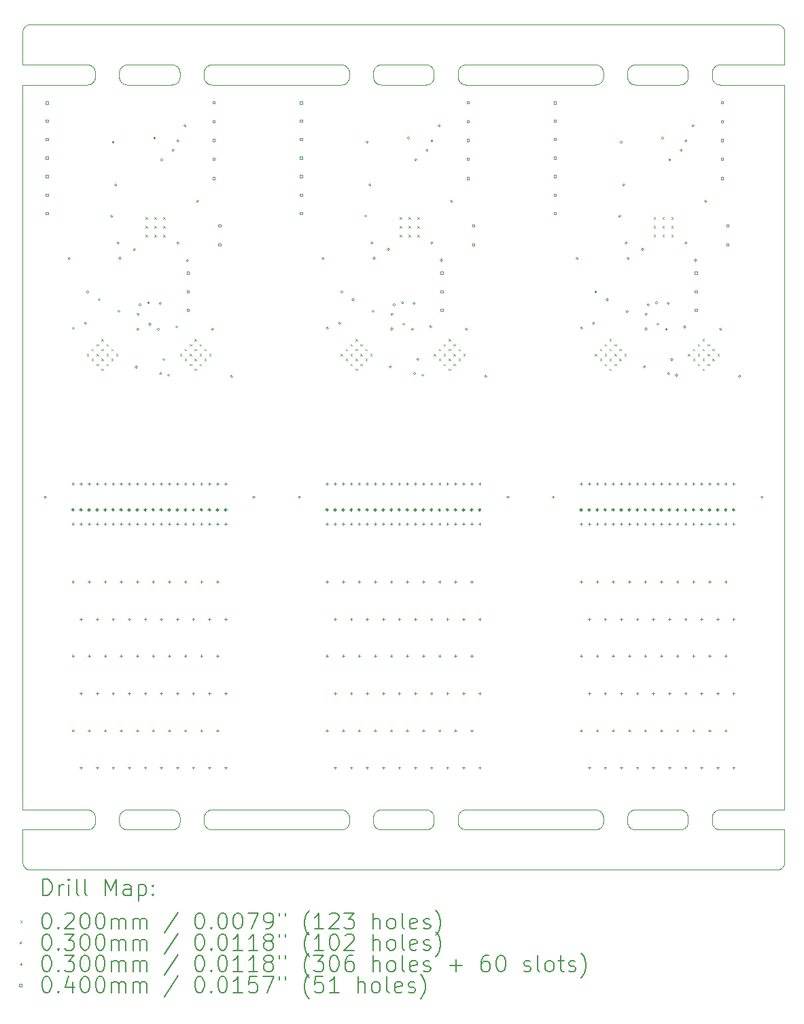
<source format=gbr>
%TF.GenerationSoftware,KiCad,Pcbnew,7.0.5*%
%TF.CreationDate,2023-08-02T13:00:32+02:00*%
%TF.ProjectId,actuator_panel,61637475-6174-46f7-925f-70616e656c2e,rev?*%
%TF.SameCoordinates,Original*%
%TF.FileFunction,Drillmap*%
%TF.FilePolarity,Positive*%
%FSLAX45Y45*%
G04 Gerber Fmt 4.5, Leading zero omitted, Abs format (unit mm)*
G04 Created by KiCad (PCBNEW 7.0.5) date 2023-08-02 13:00:32*
%MOMM*%
%LPD*%
G01*
G04 APERTURE LIST*
%ADD10C,0.100000*%
%ADD11C,0.200000*%
%ADD12C,0.020000*%
%ADD13C,0.030000*%
%ADD14C,0.040000*%
G04 APERTURE END LIST*
D10*
X18753614Y-12012464D02*
X18749172Y-12010495D01*
X10154308Y-12507561D02*
X10154329Y-12507573D01*
X14171428Y-2665526D02*
X14170597Y-2670314D01*
X18776974Y-2501072D02*
X18781796Y-2500477D01*
X14092814Y-12018097D02*
X14088026Y-12018928D01*
X10950828Y-2509505D02*
X10955168Y-2511690D01*
X18389533Y-2675055D02*
X18388237Y-2679738D01*
X10103239Y-2750042D02*
X10103192Y-2750056D01*
X12045815Y-2543999D02*
X12048415Y-2548104D01*
X15537005Y-2693328D02*
X15535036Y-2688886D01*
X15152555Y-2747033D02*
X15147814Y-2748097D01*
X18704190Y-2697668D02*
X18702005Y-2693328D01*
X14168237Y-2679738D02*
X14166712Y-2684352D01*
X19585677Y-2052896D02*
X19585654Y-2052853D01*
X19589869Y-12458234D02*
X19590293Y-12457136D01*
X15215810Y-11967668D02*
X15213415Y-11971896D01*
X15529402Y-2670314D02*
X15528572Y-2665526D01*
X17703148Y-2744213D02*
X17698614Y-2742464D01*
X15133358Y-2500120D02*
X15138204Y-2500477D01*
X10990815Y-2543999D02*
X10993415Y-2548104D01*
X10106508Y-2072162D02*
X10104720Y-2079300D01*
X17654185Y-2706001D02*
X17651585Y-2701896D01*
X11003237Y-11840262D02*
X11004533Y-11844945D01*
X19561830Y-12496493D02*
X19561849Y-12496477D01*
X10999964Y-2688886D02*
X10997995Y-2693328D01*
X10104241Y-12438295D02*
X10104245Y-12438319D01*
X15541585Y-11818104D02*
X15544185Y-11813999D01*
X12376585Y-2548104D02*
X12379185Y-2543999D01*
X18758148Y-2505787D02*
X18762762Y-2504263D01*
X15563695Y-2727528D02*
X15560016Y-2724354D01*
X12364402Y-11940314D02*
X12363572Y-11935526D01*
X10118735Y-12474525D02*
X10119365Y-12475520D01*
X19586217Y-2053970D02*
X19586206Y-2053948D01*
X14516499Y-2516685D02*
X14520604Y-2514085D01*
X19596519Y-2750006D02*
X19596297Y-2750000D01*
X11992238Y-2504263D02*
X11996852Y-2505787D01*
X10124468Y-2037546D02*
X10120084Y-2043457D01*
X10102816Y-2499719D02*
X10102852Y-2499752D01*
X10203703Y-2000000D02*
X10201299Y-2000059D01*
X17257814Y-2501903D02*
X17262555Y-2502967D01*
X14478287Y-11954352D02*
X14476763Y-11949738D01*
X15225597Y-2579686D02*
X15226428Y-2584474D01*
X15527500Y-11869012D02*
X15527500Y-11869012D01*
X14512526Y-2730517D02*
X14508695Y-2727528D01*
X12043017Y-2709974D02*
X12040028Y-2713805D01*
X12363572Y-11935526D02*
X12362977Y-11930704D01*
X17335597Y-2579686D02*
X17336428Y-2584474D01*
X12058237Y-11949738D02*
X12056712Y-11954352D01*
X11003237Y-2679738D02*
X11001713Y-2684352D01*
X19597110Y-2499783D02*
X19597148Y-2499752D01*
X15210815Y-11976001D02*
X15208017Y-11979974D01*
X15152555Y-12017033D02*
X15147814Y-12018097D01*
X19597388Y-2499444D02*
X19597409Y-2499400D01*
X19597458Y-11769261D02*
X19597470Y-11769214D01*
X15579832Y-12008310D02*
X15575604Y-12005915D01*
X12366763Y-2679738D02*
X12365467Y-2675055D01*
X10174638Y-12515986D02*
X10174662Y-12515992D01*
X14538148Y-12014212D02*
X14533614Y-12012464D01*
X14088026Y-11771072D02*
X14092814Y-11771902D01*
X18740604Y-11784085D02*
X18744832Y-11781690D01*
X19589850Y-12458279D02*
X19589869Y-12458234D01*
X11355604Y-2514085D02*
X11359832Y-2511690D01*
X10138151Y-12496477D02*
X10138170Y-12496493D01*
X15537005Y-11826672D02*
X15539190Y-11822332D01*
X11343695Y-2522472D02*
X11347526Y-2519483D01*
X12419172Y-12010495D02*
X12414832Y-12008310D01*
X17641763Y-2679738D02*
X17640467Y-2675055D01*
X19595280Y-12440699D02*
X19595286Y-12440676D01*
X15225597Y-11940314D02*
X15224533Y-11945055D01*
X10201274Y-2000060D02*
X10193924Y-2000421D01*
X10971305Y-11997528D02*
X10967474Y-12000517D01*
X19496273Y-2000000D02*
X10203727Y-2000000D01*
X19535734Y-2007631D02*
X19534636Y-2007207D01*
X12376585Y-11971896D02*
X12374190Y-11967668D01*
X19518199Y-12517780D02*
X19525338Y-12515992D01*
X19544604Y-12508177D02*
X19544647Y-12508154D01*
X10103383Y-12020013D02*
X10103334Y-12020020D01*
X15194984Y-11994354D02*
X15191305Y-11997528D01*
X18786642Y-12019880D02*
X18781796Y-12019523D01*
X11992238Y-11774263D02*
X11996852Y-11775787D01*
X12381983Y-2540026D02*
X12384972Y-2536195D01*
X19597219Y-2750316D02*
X19597184Y-2750281D01*
X11343695Y-11792472D02*
X11347526Y-11789483D01*
X19597339Y-2499530D02*
X19597365Y-2499487D01*
X18781796Y-2749523D02*
X18776974Y-2748928D01*
X10102506Y-11769019D02*
X10102508Y-11769068D01*
X15215810Y-11822332D02*
X15217995Y-11826672D01*
X17670016Y-2525646D02*
X17673695Y-2522472D01*
X17656983Y-2709974D02*
X17654185Y-2706001D01*
X12372005Y-11963328D02*
X12370036Y-11958885D01*
X18709185Y-11976001D02*
X18706585Y-11971896D01*
X15560016Y-11795646D02*
X15563695Y-11792472D01*
X19569035Y-2030199D02*
X19569018Y-2030181D01*
X14547445Y-12017033D02*
X14542762Y-12015737D01*
X15213415Y-11818104D02*
X15215810Y-11822332D01*
X15227380Y-11925858D02*
X15227023Y-11930704D01*
X17334533Y-11945055D02*
X17333237Y-11949738D01*
X17637500Y-2650988D02*
X17637500Y-2599012D01*
X12362619Y-11864142D02*
X12362977Y-11859296D01*
X10103162Y-12431016D02*
X10104241Y-12438295D01*
X10946386Y-2742464D02*
X10941852Y-2744213D01*
X14501497Y-11991003D02*
X14498146Y-11987484D01*
X18363503Y-11798997D02*
X18366854Y-11802516D01*
X15528572Y-11935526D02*
X15527977Y-11930704D01*
X15227023Y-2660704D02*
X15226428Y-2665526D01*
X17666497Y-2528997D02*
X17670016Y-2525646D01*
X14571512Y-11770000D02*
X15128488Y-11770000D01*
X11996852Y-11775787D02*
X12001385Y-11777536D01*
X17329964Y-2688886D02*
X17327995Y-2693328D01*
X17243358Y-2749880D02*
X17238488Y-2750000D01*
X17731642Y-2749880D02*
X17726796Y-2749523D01*
X19597079Y-2091424D02*
X19597077Y-2091399D01*
X11005597Y-2670314D02*
X11004533Y-2675055D01*
X10102520Y-2750834D02*
X10102513Y-2750883D01*
X14146854Y-11987484D02*
X14143503Y-11991003D01*
X17304984Y-2724354D02*
X17301305Y-2727528D01*
X19596944Y-12020112D02*
X19596900Y-12020091D01*
X15527619Y-2594142D02*
X15527977Y-2589296D01*
X10918204Y-2749523D02*
X10913358Y-2749880D01*
X19560939Y-12497262D02*
X19561830Y-12496493D01*
X18749172Y-2509505D02*
X18753614Y-2507536D01*
X18776974Y-2748928D02*
X18772186Y-2748097D01*
X18359984Y-2525646D02*
X18363503Y-2528997D01*
X18388237Y-2679738D02*
X18386713Y-2684352D01*
X11973204Y-11770477D02*
X11978026Y-11771072D01*
X10102508Y-11769068D02*
X10102513Y-11769117D01*
X10102520Y-11769165D02*
X10102530Y-11769214D01*
X12363572Y-2665526D02*
X12362977Y-2660704D01*
X12062500Y-2650988D02*
X12062380Y-2655858D01*
X10103703Y-11770000D02*
X10103727Y-11770000D01*
X10908488Y-2500000D02*
X10913358Y-2500120D01*
X10999964Y-2561114D02*
X11001713Y-2565648D01*
X17654185Y-2543999D02*
X17656983Y-2540026D01*
X15223237Y-11949738D02*
X15221712Y-11954352D01*
X14136305Y-2727528D02*
X14132474Y-2730517D01*
X11359832Y-11781690D02*
X11364172Y-11779505D01*
X17651585Y-2548104D02*
X17654185Y-2543999D01*
X11007500Y-11869012D02*
X11007500Y-11920988D01*
X18317555Y-11772967D02*
X18322238Y-11774263D01*
X10946386Y-12012464D02*
X10941852Y-12014212D01*
X14172380Y-2655858D02*
X14172023Y-2660704D01*
X18700036Y-11958885D02*
X18698287Y-11954352D01*
X18392023Y-11859296D02*
X18392380Y-11864142D01*
X19593172Y-2071004D02*
X19593158Y-2070957D01*
X17267238Y-12015737D02*
X17262555Y-12017033D01*
X11007500Y-2650988D02*
X11007380Y-2655858D01*
X14160810Y-11822332D02*
X14162995Y-11826672D01*
X12372005Y-11826672D02*
X12374190Y-11822332D01*
X10102542Y-11769261D02*
X10102556Y-11769308D01*
X17736512Y-12020000D02*
X17731642Y-12019880D01*
X14494972Y-2536195D02*
X14498146Y-2532516D01*
X11382445Y-2747033D02*
X11377762Y-2745737D01*
X12406499Y-2733315D02*
X12402526Y-2730517D01*
X17726796Y-11770477D02*
X17731642Y-11770119D01*
X14520604Y-12005915D02*
X14516499Y-12003315D01*
X17262555Y-12017033D02*
X17257814Y-12018097D01*
X18694403Y-2579686D02*
X18695467Y-2574945D01*
X18388237Y-11949738D02*
X18386713Y-11954352D01*
X19597500Y-2751203D02*
X19597494Y-2750981D01*
X18303204Y-2749523D02*
X18298358Y-2749880D01*
X19597283Y-2499610D02*
X19597312Y-2499570D01*
X15213415Y-2701896D02*
X15210815Y-2706001D01*
X10102661Y-2750470D02*
X10102635Y-2750513D01*
X15215810Y-2697668D02*
X15213415Y-2701896D01*
X15219964Y-11958885D02*
X15217995Y-11963328D01*
X17293501Y-11786685D02*
X17297474Y-11789483D01*
X14078358Y-11770119D02*
X14083204Y-11770477D01*
X17271852Y-11775787D02*
X17276386Y-11777536D01*
X10156448Y-12508706D02*
X10156470Y-12508717D01*
X14158415Y-11818104D02*
X14160810Y-11822332D01*
X14505016Y-2525646D02*
X14508695Y-2522472D01*
X14542762Y-2504263D02*
X14547445Y-2502967D01*
X17337023Y-11859296D02*
X17337380Y-11864142D01*
X18356305Y-11997528D02*
X18352474Y-12000517D01*
X17639403Y-2579686D02*
X17640467Y-2574945D01*
X10164266Y-2007631D02*
X10164221Y-2007649D01*
X19597428Y-12020645D02*
X19597409Y-12020600D01*
X12446974Y-12018928D02*
X12442186Y-12018097D01*
X19596761Y-11769958D02*
X19596808Y-11769944D01*
X10104720Y-2079300D02*
X10104714Y-2079324D01*
X12428148Y-2505787D02*
X12432762Y-2504263D01*
X17329964Y-2561114D02*
X17331713Y-2565648D01*
X12402526Y-2519483D02*
X12406499Y-2516685D01*
X10110131Y-2061766D02*
X10109707Y-2062864D01*
X15571499Y-2516685D02*
X15575604Y-2514085D01*
X18698287Y-11954352D02*
X18696763Y-11949738D01*
X12406499Y-2516685D02*
X12410604Y-2514085D01*
X11311763Y-11840262D02*
X11313287Y-11835648D01*
X11406512Y-2500000D02*
X11963488Y-2500000D01*
X10146939Y-2016892D02*
X10145977Y-2017570D01*
X10997995Y-11826672D02*
X10999964Y-11831114D01*
X19536855Y-2008126D02*
X19535779Y-2007649D01*
X19596808Y-2499944D02*
X19596854Y-2499928D01*
X18390597Y-2579686D02*
X18391428Y-2584474D01*
X18718146Y-11802516D02*
X18721497Y-11798997D01*
X10102688Y-2750430D02*
X10102661Y-2750470D01*
X18695467Y-11844945D02*
X18696763Y-11840262D01*
X12018501Y-11786685D02*
X12022474Y-11789483D01*
X12061428Y-2584474D02*
X12062023Y-2589296D01*
X14529172Y-11779505D02*
X14533614Y-11777536D01*
X14124396Y-12005915D02*
X14120168Y-12008310D01*
X15226428Y-2584474D02*
X15227023Y-2589296D01*
X14128501Y-2516685D02*
X14132474Y-2519483D01*
X15621642Y-2749880D02*
X15616796Y-2749523D01*
X10107211Y-2069839D02*
X10106842Y-2070957D01*
X10102781Y-2499684D02*
X10102816Y-2499719D01*
X14482005Y-11826672D02*
X14484190Y-11822332D01*
X14478287Y-2565648D02*
X14480036Y-2561114D01*
X17331713Y-11954352D02*
X17329964Y-11958885D01*
X15201854Y-2532516D02*
X15205028Y-2536195D01*
X10955168Y-2511690D02*
X10959396Y-2514085D01*
X17318017Y-11810026D02*
X17320815Y-11813999D01*
X17721974Y-2501072D02*
X17726796Y-2500477D01*
X17637620Y-2655858D02*
X17637500Y-2650988D01*
X19508516Y-12519338D02*
X19515795Y-12518259D01*
X17637500Y-11869012D02*
X17637620Y-11864142D01*
X19525338Y-2004008D02*
X19518199Y-2002220D01*
X11007023Y-11930704D02*
X11006428Y-11935526D01*
X17647005Y-11963328D02*
X17645036Y-11958885D01*
X10103703Y-2750000D02*
X10103481Y-2750006D01*
X19579916Y-2043457D02*
X19575532Y-2037546D01*
X17670016Y-2724354D02*
X17666497Y-2721003D01*
X11329972Y-2713805D02*
X11326983Y-2709974D01*
X19597441Y-12421201D02*
X19597500Y-12418797D01*
X17637977Y-2660704D02*
X17637620Y-2655858D01*
X19585061Y-2051808D02*
X19581278Y-2045496D01*
X11351499Y-12003315D02*
X11347526Y-12000517D01*
X14172023Y-2589296D02*
X14172380Y-2594142D01*
X19597283Y-12020390D02*
X19597252Y-12020352D01*
X12052995Y-11826672D02*
X12054964Y-11831114D01*
X14475467Y-2574945D02*
X14476763Y-2570262D01*
X14486585Y-2701896D02*
X14484190Y-2697668D01*
X15571499Y-12003315D02*
X15567526Y-12000517D01*
X12376585Y-2701896D02*
X12374190Y-2697668D01*
X19589373Y-12459355D02*
X19589850Y-12458279D01*
X11396796Y-2500477D02*
X11401642Y-2500120D01*
X10102572Y-2750646D02*
X10102556Y-2750692D01*
X19597500Y-12418773D02*
X19597500Y-12021227D01*
X10103192Y-2499944D02*
X10103239Y-2499958D01*
X12398695Y-11997528D02*
X12395016Y-11994354D01*
X14088026Y-12018928D02*
X14083204Y-12019523D01*
X19515795Y-2001741D02*
X19508516Y-2000662D01*
X10173457Y-12515658D02*
X10173504Y-12515672D01*
X17721974Y-11771072D02*
X17726796Y-11770477D01*
X18692977Y-2660704D02*
X18692620Y-2655858D01*
X15528572Y-2665526D02*
X15527977Y-2660704D01*
X18391428Y-2665526D02*
X18390597Y-2670314D01*
X10114939Y-12468192D02*
X10118722Y-12474504D01*
X11313287Y-11954352D02*
X11311763Y-11949738D01*
X10102500Y-12021227D02*
X10102500Y-12418773D01*
X11307977Y-11930704D02*
X11307619Y-11925858D01*
X15571499Y-2733315D02*
X15567526Y-2730517D01*
X12059533Y-2675055D02*
X12058237Y-2679738D01*
X11007380Y-2594142D02*
X11007500Y-2599012D01*
X11992238Y-2745737D02*
X11987555Y-2747033D01*
X12366763Y-2570262D02*
X12368287Y-2565648D01*
X11963488Y-11770000D02*
X11963488Y-11770000D01*
X18772186Y-2501903D02*
X18776974Y-2501072D01*
X19574762Y-12483439D02*
X19574793Y-12483401D01*
X10102717Y-2750390D02*
X10102688Y-2750430D01*
X12043017Y-11979974D02*
X12040028Y-11983805D01*
X15191305Y-2522472D02*
X15194984Y-2525646D01*
X10999964Y-11831114D02*
X11001713Y-11835648D01*
X19506076Y-2000421D02*
X19498726Y-2000060D01*
X12446974Y-11771072D02*
X12451796Y-11770477D01*
X10107211Y-12450161D02*
X10107219Y-12450184D01*
X17335597Y-11849686D02*
X17336428Y-11854474D01*
X12033503Y-11991003D02*
X12029984Y-11994354D01*
X12402526Y-11789483D02*
X12406499Y-11786685D01*
X10102930Y-12020188D02*
X10102890Y-12020217D01*
X10163122Y-2008137D02*
X10156470Y-2011283D01*
X17334533Y-2574945D02*
X17335597Y-2579686D01*
X12014396Y-12005915D02*
X12010168Y-12008310D01*
X10154308Y-2012439D02*
X10147996Y-2016222D01*
X14136305Y-2522472D02*
X14139984Y-2525646D01*
X19552025Y-2016235D02*
X19552004Y-2016222D01*
X19597365Y-12020512D02*
X19597339Y-12020470D01*
X15621642Y-12019880D02*
X15616796Y-12019523D01*
X10131793Y-12490672D02*
X10131828Y-12490706D01*
X10102591Y-12020600D02*
X10102572Y-12020645D01*
X14171428Y-11854474D02*
X14172023Y-11859296D01*
X19527661Y-12515288D02*
X19527684Y-12515280D01*
X18706585Y-11971896D02*
X18704190Y-11967668D01*
X12061428Y-2665526D02*
X12060597Y-2670314D01*
X12410604Y-12005915D02*
X12406499Y-12003315D01*
X15213415Y-11971896D02*
X15210815Y-11976001D01*
X10163145Y-12511873D02*
X10164221Y-12512350D01*
X18326852Y-11775787D02*
X18331386Y-11777536D01*
X14494972Y-11983805D02*
X14491983Y-11979974D01*
X14172500Y-2599012D02*
X14172500Y-2650988D01*
X10126007Y-12484330D02*
X10126023Y-12484349D01*
X12456642Y-12019880D02*
X12451796Y-12019523D01*
X11373148Y-2744213D02*
X11368614Y-2742464D01*
X15549972Y-11983805D02*
X15546983Y-11979974D01*
X17645036Y-11958885D02*
X17643287Y-11954352D01*
X17318017Y-2709974D02*
X17315028Y-2713805D01*
X18370028Y-2536195D02*
X18373017Y-2540026D01*
X10103727Y-12020000D02*
X10103703Y-12020000D01*
X15529402Y-11849686D02*
X15530467Y-11844945D01*
X19596714Y-11769970D02*
X19596761Y-11769958D01*
X10102500Y-12021203D02*
X10102500Y-12021227D01*
X12022474Y-11789483D02*
X12026305Y-11792472D01*
X19567319Y-12491518D02*
X19568172Y-12490706D01*
X10103162Y-2088984D02*
X10103158Y-2089009D01*
X15226428Y-2665526D02*
X15225597Y-2670314D01*
X18740604Y-2514085D02*
X18744832Y-2511690D01*
X14168237Y-2570262D02*
X14169533Y-2574945D01*
X14172500Y-11920988D02*
X14172380Y-11925858D01*
X11308572Y-2665526D02*
X11307977Y-2660704D01*
X11359832Y-12008310D02*
X11355604Y-12005915D01*
X15529402Y-11940314D02*
X15528572Y-11935526D01*
X18772186Y-2748097D02*
X18767445Y-2747033D01*
X17327995Y-2556672D02*
X17329964Y-2561114D01*
X10114939Y-2051808D02*
X10114926Y-2051829D01*
X18732526Y-2730517D02*
X18728695Y-2727528D01*
X19516979Y-2001946D02*
X19515819Y-2001745D01*
X17637500Y-2599012D02*
X17637620Y-2594142D01*
X18344396Y-2514085D02*
X18348501Y-2516685D01*
X10201299Y-2000059D02*
X10201274Y-2000060D01*
X10103146Y-2499928D02*
X10103192Y-2499944D01*
X17637977Y-2589296D02*
X17638572Y-2584474D01*
X10118722Y-2045496D02*
X10114939Y-2051808D01*
X15553146Y-2532516D02*
X15556497Y-2528997D01*
X11307619Y-11925858D02*
X11307500Y-11920988D01*
X12374190Y-2552332D02*
X12376585Y-2548104D01*
X10118735Y-2045475D02*
X10118722Y-2045496D01*
X12362619Y-2594142D02*
X12362977Y-2589296D01*
X10147975Y-2016235D02*
X10146980Y-2016865D01*
X17271852Y-2744213D02*
X17267238Y-2745737D01*
X10937238Y-2745737D02*
X10932555Y-2747033D01*
X11317005Y-2693328D02*
X11315036Y-2688886D01*
X19573977Y-12484349D02*
X19573993Y-12484330D01*
X15537005Y-2556672D02*
X15539190Y-2552332D01*
X11978026Y-2501072D02*
X11982814Y-2501903D01*
X14170597Y-2670314D02*
X14169533Y-2675055D01*
X15187474Y-11789483D02*
X15191305Y-11792472D01*
X12398695Y-2727528D02*
X12395016Y-2724354D01*
X19596838Y-2088984D02*
X19595759Y-2081705D01*
X17285168Y-12008310D02*
X17280828Y-12010495D01*
X15535036Y-11958885D02*
X15533287Y-11954352D01*
X19496297Y-2000000D02*
X19496273Y-2000000D01*
X10927814Y-2748097D02*
X10923026Y-2748928D01*
X17297474Y-11789483D02*
X17301305Y-11792472D01*
X15208017Y-2709974D02*
X15205028Y-2713805D01*
X10163145Y-2008126D02*
X10163122Y-2008137D01*
X10102556Y-11769308D02*
X10102572Y-11769354D01*
X17707762Y-11774263D02*
X17712445Y-11772967D01*
X10103014Y-2090177D02*
X10103009Y-2090226D01*
X10950828Y-11779505D02*
X10955168Y-11781690D01*
X14073488Y-2750000D02*
X12461512Y-2750000D01*
X19536878Y-12511863D02*
X19543530Y-12508717D01*
X15593148Y-2744213D02*
X15588614Y-2742464D01*
X17726796Y-12019523D02*
X17721974Y-12018928D01*
X17694172Y-12010495D02*
X17689832Y-12008310D01*
X10173504Y-2004328D02*
X10173457Y-2004342D01*
X19595553Y-12439479D02*
X19595755Y-12438319D01*
X17333237Y-2570262D02*
X17334533Y-2574945D01*
X10103056Y-2750112D02*
X10103013Y-2750135D01*
X15549972Y-2713805D02*
X15546983Y-2709974D01*
X17315028Y-2536195D02*
X17318017Y-2540026D01*
X10102661Y-2499530D02*
X10102688Y-2499570D01*
X18340168Y-11781690D02*
X18344396Y-11784085D01*
X10981854Y-2532516D02*
X10985028Y-2536195D01*
X17640467Y-11844945D02*
X17641763Y-11840262D01*
X11004533Y-2574945D02*
X11005597Y-2579686D01*
X18386713Y-2565648D02*
X18388237Y-2570262D01*
X12026305Y-2727528D02*
X12022474Y-2730517D01*
X14542762Y-12015737D02*
X14538148Y-12014212D01*
X19507274Y-12519490D02*
X19507323Y-12519486D01*
X17243358Y-11770119D02*
X17248204Y-11770477D01*
X11391974Y-2501072D02*
X11396796Y-2500477D01*
X19596986Y-12429823D02*
X19596991Y-12429774D01*
X17639403Y-2670314D02*
X17638572Y-2665526D01*
X12370036Y-11831114D02*
X12372005Y-11826672D01*
X17685604Y-2735915D02*
X17681499Y-2733315D01*
X11996852Y-2744213D02*
X11992238Y-2745737D01*
X17297474Y-12000517D02*
X17293501Y-12003315D01*
X10103383Y-2499987D02*
X10103432Y-2499992D01*
X19596297Y-11770000D02*
X19596519Y-11769994D01*
X15170828Y-2740495D02*
X15166385Y-2742464D01*
X15225597Y-11849686D02*
X15226428Y-11854474D01*
X14508695Y-11792472D02*
X14512526Y-11789483D01*
X17663146Y-2717484D02*
X17659972Y-2713805D01*
X19596761Y-2750042D02*
X19596714Y-2750030D01*
X10119392Y-2044439D02*
X10119365Y-2044480D01*
X18335828Y-11779505D02*
X18340168Y-11781690D01*
X11973204Y-2749523D02*
X11968358Y-2749880D01*
X18693572Y-11854474D02*
X18694403Y-11849686D01*
X17677526Y-11789483D02*
X17681499Y-11786685D01*
X12437445Y-11772967D02*
X12442186Y-11771902D01*
X11973204Y-2500477D02*
X11978026Y-2501072D01*
X18692977Y-11930704D02*
X18692620Y-11925858D01*
X15183501Y-11786685D02*
X15187474Y-11789483D01*
X15556497Y-11798997D02*
X15560016Y-11795646D01*
X11396796Y-12019523D02*
X11391974Y-12018928D01*
X19553061Y-2016892D02*
X19553020Y-2016865D01*
X10103239Y-2499958D02*
X10103286Y-2499970D01*
X15539190Y-11822332D02*
X15541585Y-11818104D01*
X14164964Y-2688886D02*
X14162995Y-2693328D01*
X18312814Y-2748097D02*
X18308026Y-2748928D01*
X19593492Y-12447838D02*
X19595280Y-12440699D01*
X18695467Y-2675055D02*
X18694403Y-2670314D01*
X15560016Y-2525646D02*
X15563695Y-2522472D01*
X15161852Y-2505787D02*
X15166385Y-2507536D01*
X14172380Y-11925858D02*
X14172023Y-11930704D01*
X10106828Y-12448996D02*
X10106842Y-12449043D01*
X19525338Y-12515992D02*
X19525362Y-12515986D01*
X18696763Y-11840262D02*
X18698287Y-11835648D01*
X12036854Y-11802516D02*
X12040028Y-11806195D01*
X15213415Y-2548104D02*
X15215810Y-2552332D01*
X19596838Y-12431016D02*
X19596842Y-12430991D01*
X17285168Y-11781690D02*
X17289396Y-11784085D01*
X17257814Y-11771902D02*
X17262555Y-11772967D01*
X10113794Y-2053948D02*
X10113783Y-2053970D01*
X11978026Y-11771072D02*
X11982814Y-11771902D01*
X11003237Y-11949738D02*
X11001713Y-11954352D01*
X14486585Y-11818104D02*
X14489185Y-11813999D01*
X19597110Y-2750217D02*
X19597070Y-2750188D01*
X15198503Y-11798997D02*
X15201854Y-11802516D01*
X19581265Y-2045475D02*
X19580635Y-2044480D01*
X14512526Y-2519483D02*
X14516499Y-2516685D01*
X15593148Y-12014212D02*
X15588614Y-12012464D01*
X19559954Y-12498032D02*
X19559973Y-12498017D01*
X10164266Y-12512369D02*
X10165364Y-12512793D01*
X15553146Y-2717484D02*
X15549972Y-2713805D01*
X12033503Y-2528997D02*
X12036854Y-2532516D01*
X18388237Y-2570262D02*
X18389533Y-2574945D01*
X12033503Y-2721003D02*
X12029984Y-2724354D01*
X15546983Y-2709974D02*
X15544185Y-2706001D01*
X19597079Y-12428576D02*
X19597440Y-12421226D01*
X14484190Y-2697668D02*
X14482005Y-2693328D01*
X15602445Y-2502967D02*
X15607186Y-2501903D01*
X17333237Y-2679738D02*
X17331713Y-2684352D01*
X17639403Y-11940314D02*
X17638572Y-11935526D01*
X10102688Y-11769570D02*
X10102717Y-11769610D01*
X17262555Y-11772967D02*
X17267238Y-11774263D01*
X10104447Y-2080521D02*
X10104245Y-2081681D01*
X18706585Y-11818104D02*
X18709185Y-11813999D01*
X17304984Y-11994354D02*
X17301305Y-11997528D01*
X10988017Y-11810026D02*
X10990815Y-11813999D01*
X12391497Y-2721003D02*
X12388146Y-2717484D01*
X12048415Y-2701896D02*
X12045815Y-2706001D01*
X11396796Y-2749523D02*
X11391974Y-2748928D01*
X15183501Y-12003315D02*
X15179396Y-12005915D01*
X17333237Y-11949738D02*
X17331713Y-11954352D01*
X18758148Y-2744213D02*
X18753614Y-2742464D01*
X15611974Y-2748928D02*
X15607186Y-2748097D01*
X12368287Y-11954352D02*
X12366763Y-11949738D01*
X15217995Y-11963328D02*
X15215810Y-11967668D01*
X11368614Y-11777536D02*
X11373148Y-11775787D01*
X10102500Y-12418797D02*
X10102559Y-12421201D01*
X18702005Y-2693328D02*
X18700036Y-2688886D01*
X14170597Y-11940314D02*
X14169533Y-11945055D01*
X10102688Y-12020430D02*
X10102661Y-12020470D01*
X19580608Y-2044439D02*
X19579930Y-2043477D01*
X10163122Y-12511863D02*
X10163145Y-12511873D01*
X18711983Y-2709974D02*
X18709185Y-2706001D01*
X10103146Y-11769927D02*
X10103192Y-11769944D01*
X19589869Y-2061766D02*
X19589850Y-2061721D01*
X19597494Y-2750981D02*
X19597492Y-2750932D01*
X10102612Y-11769444D02*
X10102635Y-11769487D01*
X10103239Y-11769958D02*
X10103286Y-11769970D01*
X14132474Y-2730517D02*
X14128501Y-2733315D01*
X18744832Y-11781690D02*
X18749172Y-11779505D01*
X10985028Y-2713805D02*
X10981854Y-2717484D01*
X19597500Y-2101203D02*
X19597441Y-2098799D01*
X10110627Y-12459355D02*
X10110637Y-12459378D01*
X10103009Y-2090226D02*
X10102923Y-2091399D01*
X11311763Y-2570262D02*
X11313287Y-2565648D01*
X18749172Y-11779505D02*
X18753614Y-11777536D01*
X17323415Y-2548104D02*
X17325810Y-2552332D01*
X15166385Y-2742464D02*
X15161852Y-2744213D01*
X14520604Y-2514085D02*
X14524832Y-2511690D01*
X11343695Y-2727528D02*
X11340016Y-2724354D01*
X14160810Y-2697668D02*
X14158415Y-2701896D01*
X18331386Y-11777536D02*
X18335828Y-11779505D01*
X10103100Y-2499909D02*
X10103146Y-2499928D01*
X19597030Y-2750161D02*
X19596987Y-2750135D01*
X12005828Y-2509505D02*
X12010168Y-2511690D01*
X18382995Y-2556672D02*
X18384964Y-2561114D01*
X17293501Y-12003315D02*
X17289396Y-12005915D01*
X15531763Y-2570262D02*
X15533287Y-2565648D01*
X12029984Y-2724354D02*
X12026305Y-2727528D01*
X14120168Y-11781690D02*
X14124396Y-11784085D01*
X14505016Y-11994354D02*
X14501497Y-11991003D01*
X10113783Y-2053970D02*
X10110637Y-2060622D01*
X10927814Y-2501903D02*
X10932555Y-2502967D01*
X19597492Y-2499068D02*
X19597494Y-2499019D01*
X14571512Y-2750000D02*
X14566642Y-2749880D01*
X19527684Y-2004719D02*
X19527661Y-2004711D01*
X18370028Y-11806195D02*
X18373017Y-11810026D01*
X11006428Y-2665526D02*
X11005597Y-2670314D01*
X10981854Y-2717484D02*
X10978503Y-2721003D01*
X12395016Y-11795646D02*
X12398695Y-11792472D01*
X19585061Y-12468192D02*
X19585074Y-12468171D01*
X15205028Y-11983805D02*
X15201854Y-11987484D01*
X12388146Y-2532516D02*
X12391497Y-2528997D01*
X14139984Y-2724354D02*
X14136305Y-2727528D01*
X17293501Y-2733315D02*
X17289396Y-2735915D01*
X10102717Y-11769610D02*
X10102748Y-11769648D01*
X10103481Y-2499994D02*
X10103703Y-2500000D01*
X10102508Y-2499068D02*
X10102513Y-2499117D01*
X17659972Y-2536195D02*
X17663146Y-2532516D01*
X18753614Y-2507536D02*
X18758148Y-2505787D01*
X12391497Y-11991003D02*
X12388146Y-11987484D01*
X10967474Y-2519483D02*
X10971305Y-2522472D01*
X19596987Y-2499865D02*
X19597030Y-2499839D01*
X10103239Y-12020042D02*
X10103192Y-12020056D01*
X18298358Y-11770119D02*
X18303204Y-11770477D01*
X14542762Y-11774263D02*
X14547445Y-11772967D01*
X18382995Y-11826672D02*
X18384964Y-11831114D01*
X10124468Y-12482453D02*
X10124483Y-12482473D01*
X19597444Y-12020692D02*
X19597428Y-12020645D01*
X19560901Y-2022707D02*
X19559973Y-2021983D01*
X19597339Y-12020470D02*
X19597312Y-12020430D01*
X14111385Y-11777536D02*
X14115828Y-11779505D01*
X14542762Y-2745737D02*
X14538148Y-2744213D01*
X11324185Y-2706001D02*
X11321585Y-2701896D01*
X11340016Y-11795646D02*
X11343695Y-11792472D01*
X10103100Y-2750091D02*
X10103056Y-2750112D01*
X18696763Y-2679738D02*
X18695467Y-2675055D01*
X18293488Y-11770000D02*
X18298358Y-11770119D01*
X19585074Y-12468171D02*
X19585654Y-12467147D01*
X17331713Y-11835648D02*
X17333237Y-11840262D01*
X10102781Y-2750316D02*
X10102748Y-2750352D01*
X19596987Y-2750135D02*
X19596944Y-2750112D01*
X10978503Y-2528997D02*
X10981854Y-2532516D01*
X15194984Y-11795646D02*
X15198503Y-11798997D01*
X10103056Y-2499888D02*
X10103100Y-2499909D01*
X18370028Y-11983805D02*
X18366854Y-11987484D01*
X15539190Y-2552332D02*
X15541585Y-2548104D01*
X10102559Y-12421201D02*
X10102560Y-12421226D01*
X12050810Y-11822332D02*
X12052995Y-11826672D01*
X14520604Y-2735915D02*
X14516499Y-2733315D01*
X15584172Y-2740495D02*
X15579832Y-2738310D01*
X19597070Y-2750188D02*
X19597030Y-2750161D01*
X12437445Y-12017033D02*
X12432762Y-12015737D01*
X17689832Y-2511690D02*
X17694172Y-2509505D01*
X10126023Y-12484349D02*
X10130965Y-12489801D01*
X19596900Y-2499909D02*
X19596944Y-2499888D01*
X18694403Y-2670314D02*
X18693572Y-2665526D01*
X18293488Y-2500000D02*
X18298358Y-2500120D01*
X17304984Y-11795646D02*
X17308503Y-11798997D01*
X12036854Y-11987484D02*
X12033503Y-11991003D01*
X14484190Y-11822332D02*
X14486585Y-11818104D01*
X10102500Y-2101203D02*
X10102500Y-2101227D01*
X12040028Y-2713805D02*
X12036854Y-2717484D01*
X19596808Y-12020056D02*
X19596761Y-12020042D01*
X10102635Y-11769487D02*
X10102661Y-11769529D01*
X12381983Y-11979974D02*
X12379185Y-11976001D01*
X15584172Y-11779505D02*
X15588614Y-11777536D01*
X11406512Y-11770000D02*
X11963488Y-11770000D01*
X10173504Y-12515672D02*
X10174638Y-12515986D01*
X14501497Y-11798997D02*
X14505016Y-11795646D01*
X17248204Y-11770477D02*
X17253026Y-11771072D01*
X10932555Y-2747033D02*
X10927814Y-2748097D01*
X10102930Y-11769812D02*
X10102970Y-11769839D01*
X14153017Y-2540026D02*
X14155815Y-2543999D01*
X10104241Y-2081705D02*
X10103162Y-2088984D01*
X19569018Y-12489819D02*
X19569035Y-12489801D01*
X17643287Y-11954352D02*
X17641763Y-11949738D01*
X19597444Y-2499308D02*
X19597458Y-2499261D01*
X19515819Y-12518255D02*
X19516979Y-12518053D01*
X10102923Y-12428600D02*
X10103009Y-12429774D01*
X10156470Y-12508717D02*
X10163122Y-12511863D01*
X10908488Y-2750000D02*
X10103727Y-2750000D01*
X18692620Y-11864142D02*
X18692977Y-11859296D01*
X12054964Y-11958885D02*
X12052995Y-11963328D01*
X11307500Y-11869012D02*
X11307619Y-11864142D01*
X12060597Y-11940314D02*
X12059533Y-11945055D01*
X19553020Y-12503135D02*
X19553061Y-12503108D01*
X17301305Y-2727528D02*
X17297474Y-2730517D01*
X19596617Y-2499987D02*
X19596666Y-2499980D01*
X10967474Y-11789483D02*
X10971305Y-11792472D01*
X18740604Y-2735915D02*
X18736499Y-2733315D01*
X19596761Y-12020042D02*
X19596714Y-12020030D01*
X15224533Y-2574945D02*
X15225597Y-2579686D01*
X14164964Y-2561114D02*
X14166712Y-2565648D01*
X15527500Y-2599012D02*
X15527500Y-2599012D01*
X14073488Y-11770000D02*
X14078358Y-11770119D01*
X15544185Y-11976001D02*
X15541585Y-11971896D01*
X10114346Y-12467147D02*
X10114926Y-12468171D01*
X17323415Y-11818104D02*
X17325810Y-11822332D01*
X12410604Y-2735915D02*
X12406499Y-2733315D01*
X15217995Y-2556672D02*
X15219964Y-2561114D01*
X19597494Y-12020981D02*
X19597492Y-12020932D01*
X19567301Y-12491535D02*
X19567319Y-12491518D01*
X18384964Y-2561114D02*
X18386713Y-2565648D01*
X19597365Y-2750513D02*
X19597339Y-2750470D01*
X17717186Y-2748097D02*
X17712445Y-2747033D01*
X19597339Y-11769529D02*
X19597365Y-11769487D01*
X12040028Y-2536195D02*
X12043017Y-2540026D01*
X14491983Y-2540026D02*
X14494972Y-2536195D01*
X10103286Y-12020030D02*
X10103239Y-12020042D01*
X12005828Y-11779505D02*
X12010168Y-11781690D01*
X14092814Y-2501903D02*
X14097555Y-2502967D01*
X14501497Y-2721003D02*
X14498146Y-2717484D01*
X14489185Y-2706001D02*
X14486585Y-2701896D01*
X15128488Y-11770000D02*
X15133358Y-11770119D01*
X18762762Y-12015737D02*
X18758148Y-12014212D01*
X18386713Y-11835648D02*
X18388237Y-11840262D01*
X15588614Y-2507536D02*
X15593148Y-2505787D01*
X18700036Y-2688886D02*
X18698287Y-2684352D01*
X19596297Y-2750000D02*
X19596273Y-2750000D01*
X11307619Y-2655858D02*
X11307500Y-2650988D01*
X17726796Y-2500477D02*
X17731642Y-2500120D01*
X15179396Y-2735915D02*
X15175168Y-2738310D01*
X19517027Y-2001956D02*
X19516979Y-2001946D01*
X12050810Y-11967668D02*
X12048415Y-11971896D01*
X17685604Y-2514085D02*
X17689832Y-2511690D01*
X18352474Y-2519483D02*
X18356305Y-2522472D01*
X18721497Y-11991003D02*
X18718146Y-11987484D01*
X17293501Y-2516685D02*
X17297474Y-2519483D01*
X10995810Y-2697668D02*
X10993415Y-2701896D01*
X18694403Y-11849686D02*
X18695467Y-11844945D01*
X18344396Y-12005915D02*
X18340168Y-12008310D01*
X12056712Y-2684352D02*
X12054964Y-2688886D01*
X12010168Y-2511690D02*
X12014396Y-2514085D01*
X15567526Y-2730517D02*
X15563695Y-2727528D01*
X15219964Y-2688886D02*
X15217995Y-2693328D01*
X15143026Y-12018928D02*
X15138204Y-12019523D01*
X19579930Y-12476523D02*
X19580608Y-12475560D01*
X19596854Y-2750072D02*
X19596808Y-2750056D01*
X15138204Y-2500477D02*
X15143026Y-2501072D01*
X14150028Y-2536195D02*
X14153017Y-2540026D01*
X14516499Y-12003315D02*
X14512526Y-12000517D01*
X17647005Y-2556672D02*
X17649190Y-2552332D01*
X19559954Y-2021968D02*
X19554043Y-2017584D01*
X11982814Y-12018097D02*
X11978026Y-12018928D01*
X10955168Y-11781690D02*
X10959396Y-11784085D01*
X10963501Y-2733315D02*
X10959396Y-2735915D01*
X15588614Y-2742464D02*
X15584172Y-2740495D01*
X17689832Y-11781690D02*
X17694172Y-11779505D01*
X11963488Y-2500000D02*
X11963488Y-2500000D01*
X10156448Y-2011294D02*
X10155396Y-2011823D01*
X18714972Y-2713805D02*
X18711983Y-2709974D01*
X14170597Y-2579686D02*
X14171428Y-2584474D01*
X17717186Y-11771902D02*
X17721974Y-11771072D01*
X19535779Y-2007649D02*
X19535734Y-2007631D01*
X12362619Y-11925858D02*
X12362500Y-11920988D01*
X17736512Y-2750000D02*
X17731642Y-2749880D01*
X10140046Y-2021968D02*
X10140027Y-2021983D01*
X10145977Y-12502430D02*
X10146939Y-12503108D01*
X11307977Y-2660704D02*
X11307619Y-2655858D01*
X15556497Y-2721003D02*
X15553146Y-2717484D01*
X15201854Y-2717484D02*
X15198503Y-2721003D01*
X11307500Y-2599012D02*
X11307619Y-2594142D01*
X14073488Y-2500000D02*
X14078358Y-2500120D01*
X19597184Y-2750281D02*
X19597148Y-2750248D01*
X15227023Y-2589296D02*
X15227380Y-2594142D01*
X15602445Y-12017033D02*
X15597762Y-12015737D01*
X19596808Y-2750056D02*
X19596761Y-2750042D01*
X15621642Y-2500120D02*
X15626512Y-2500000D01*
X11987555Y-12017033D02*
X11982814Y-12018097D01*
X14139984Y-11795646D02*
X14143503Y-11798997D01*
X10104720Y-12440699D02*
X10106508Y-12447838D01*
X14566642Y-2500120D02*
X14571512Y-2500000D01*
X15531763Y-11840262D02*
X15533287Y-11835648D01*
X11351499Y-2733315D02*
X11347526Y-2730517D01*
X10183021Y-12518053D02*
X10184181Y-12518255D01*
X15535036Y-11831114D02*
X15537005Y-11826672D01*
X19592789Y-2069839D02*
X19592781Y-2069816D01*
X14158415Y-2548104D02*
X14160810Y-2552332D01*
X10932555Y-11772967D02*
X10937238Y-11774263D01*
X19560939Y-2022738D02*
X19560901Y-2022707D01*
X15597762Y-11774263D02*
X15602445Y-11772967D01*
X11319190Y-11822332D02*
X11321585Y-11818104D01*
X11978026Y-2748928D02*
X11973204Y-2749523D01*
X10103383Y-2750013D02*
X10103334Y-2750020D01*
X17311854Y-11802516D02*
X17315028Y-11806195D01*
X18714972Y-2536195D02*
X18718146Y-2532516D01*
X12379185Y-2706001D02*
X12376585Y-2701896D01*
X12366763Y-11840262D02*
X12368287Y-11835648D01*
X10181824Y-2002214D02*
X10181801Y-2002220D01*
X10103481Y-11769994D02*
X10103703Y-11770000D01*
X19597470Y-11769214D02*
X19597480Y-11769165D01*
X19581278Y-12474504D02*
X19585061Y-12468192D01*
X14508695Y-2727528D02*
X14505016Y-2724354D01*
X19597480Y-2750834D02*
X19597470Y-2750786D01*
X12005828Y-2740495D02*
X12001385Y-2742464D01*
X14472500Y-11869012D02*
X14472619Y-11864142D01*
X10913358Y-2500120D02*
X10918204Y-2500477D01*
X19552025Y-12503765D02*
X19553020Y-12503135D01*
X12374190Y-11822332D02*
X12376585Y-11818104D01*
X15546983Y-11979974D02*
X15544185Y-11976001D01*
X17694172Y-11779505D02*
X17698614Y-11777536D01*
X10103100Y-12020091D02*
X10103056Y-12020112D01*
X15553146Y-11987484D02*
X15549972Y-11983805D01*
X14146854Y-11802516D02*
X14150028Y-11806195D01*
X10103192Y-2750056D02*
X10103146Y-2750072D01*
X17301305Y-2522472D02*
X17304984Y-2525646D01*
X19573977Y-2035651D02*
X19569035Y-2030199D01*
X12442186Y-2501903D02*
X12446974Y-2501072D01*
X19543530Y-12508717D02*
X19543552Y-12508706D01*
X15544185Y-11813999D02*
X15546983Y-11810026D01*
X18718146Y-11987484D02*
X18714972Y-11983805D01*
X18711983Y-11979974D02*
X18709185Y-11976001D01*
X12363572Y-11854474D02*
X12364402Y-11849686D01*
X10102970Y-11769839D02*
X10103013Y-11769865D01*
X17677526Y-2730517D02*
X17673695Y-2727528D01*
X10124483Y-12482473D02*
X10125207Y-12483401D01*
X14547445Y-2502967D02*
X14552186Y-2501903D01*
X12052995Y-2556672D02*
X12054964Y-2561114D01*
X14516499Y-2733315D02*
X14512526Y-2730517D01*
X19518176Y-2002214D02*
X19517027Y-2001956D01*
X15226428Y-11854474D02*
X15227023Y-11859296D01*
X18331386Y-2742464D02*
X18326852Y-2744213D01*
X17289396Y-2735915D02*
X17285168Y-2738310D01*
X10103334Y-12020020D02*
X10103286Y-12020030D01*
X15187474Y-12000517D02*
X15183501Y-12003315D01*
X18308026Y-12018928D02*
X18303204Y-12019523D01*
X14482005Y-11963328D02*
X14480036Y-11958885D01*
X14143503Y-2528997D02*
X14146854Y-2532516D01*
X19593486Y-2072138D02*
X19593172Y-2071004D01*
X17717186Y-12018097D02*
X17712445Y-12017033D01*
X15221712Y-2684352D02*
X15219964Y-2688886D01*
X19535734Y-12512369D02*
X19535779Y-12512350D01*
X12381983Y-11810026D02*
X12384972Y-11806195D01*
X12410604Y-11784085D02*
X12414832Y-11781690D01*
X10959396Y-12005915D02*
X10955168Y-12008310D01*
X18772186Y-12018097D02*
X18767445Y-12017033D01*
X10132699Y-12491535D02*
X10138151Y-12496477D01*
X19597148Y-2499752D02*
X19597184Y-2499719D01*
X10103056Y-12020112D02*
X10103013Y-12020135D01*
X12036854Y-2717484D02*
X12033503Y-2721003D01*
X14083204Y-2749523D02*
X14078358Y-2749880D01*
X17335597Y-2670314D02*
X17334533Y-2675055D01*
X17280828Y-2509505D02*
X17285168Y-2511690D01*
X19506100Y-12519577D02*
X19507274Y-12519490D01*
X15147814Y-11771902D02*
X15152555Y-11772967D01*
X15179396Y-2514085D02*
X15183501Y-2516685D01*
X15621642Y-11770119D02*
X15626512Y-11770000D01*
X15530467Y-11844945D02*
X15531763Y-11840262D01*
X14566642Y-2749880D02*
X14561796Y-2749523D01*
X15528572Y-2584474D02*
X15529402Y-2579686D01*
X11001713Y-11835648D02*
X11003237Y-11840262D01*
X14472619Y-2655858D02*
X14472500Y-2650988D01*
X10172339Y-2004711D02*
X10172316Y-2004719D01*
X18331386Y-2507536D02*
X18335828Y-2509505D01*
X19515795Y-12518259D02*
X19515819Y-12518255D01*
X11321585Y-2701896D02*
X11319190Y-2697668D01*
X11347526Y-2730517D02*
X11343695Y-2727528D01*
X10165387Y-2007198D02*
X10165364Y-2007207D01*
X10955168Y-2738310D02*
X10950828Y-2740495D01*
X11307500Y-11920988D02*
X11307500Y-11869012D01*
X19596568Y-11769992D02*
X19596617Y-11769987D01*
X15147814Y-2501903D02*
X15152555Y-2502967D01*
X19590293Y-2062864D02*
X19589869Y-2061766D01*
X11005597Y-11940314D02*
X11004533Y-11945055D01*
X18767445Y-11772967D02*
X18772186Y-11771902D01*
X19592789Y-12450161D02*
X19593158Y-12449043D01*
X11006428Y-11935526D02*
X11005597Y-11940314D01*
X15161852Y-11775787D02*
X15166385Y-11777536D01*
X11391974Y-12018928D02*
X11387186Y-12018097D01*
X10125207Y-12483401D02*
X10125238Y-12483439D01*
X11329972Y-11983805D02*
X11326983Y-11979974D01*
X19574762Y-2036561D02*
X19573993Y-2035670D01*
X17707762Y-2504263D02*
X17712445Y-2502967D01*
X19597500Y-2498773D02*
X19597500Y-2101227D01*
X14158415Y-11971896D02*
X14155815Y-11976001D01*
X18758148Y-11775787D02*
X18762762Y-11774263D01*
X19498701Y-12519941D02*
X19498726Y-12519940D01*
X10102500Y-2751227D02*
X10102500Y-11768773D01*
X18378415Y-2548104D02*
X18380810Y-2552332D01*
X12363572Y-2584474D02*
X12364402Y-2579686D01*
X19498701Y-2000059D02*
X19496297Y-2000000D01*
X15161852Y-12014212D02*
X15157238Y-12015737D01*
X19595544Y-2080473D02*
X19595286Y-2079324D01*
X12026305Y-2522472D02*
X12029984Y-2525646D01*
X17334533Y-11844945D02*
X17335597Y-11849686D01*
X12368287Y-2684352D02*
X12366763Y-2679738D01*
X11396796Y-11770477D02*
X11401642Y-11770119D01*
X12391497Y-2528997D02*
X12395016Y-2525646D01*
X19573993Y-12484330D02*
X19574762Y-12483439D01*
X17297474Y-2730517D02*
X17293501Y-2733315D01*
X18767445Y-2747033D02*
X18762762Y-2745737D01*
X15611974Y-2501072D02*
X15616796Y-2500477D01*
X14552186Y-2748097D02*
X14547445Y-2747033D01*
X11310467Y-11945055D02*
X11309402Y-11940314D01*
X10164221Y-2007649D02*
X10163145Y-2008126D01*
X14547445Y-11772967D02*
X14552186Y-11771902D01*
X19597030Y-12020160D02*
X19596987Y-12020135D01*
X12054964Y-11831114D02*
X12056712Y-11835648D01*
X15535036Y-2561114D02*
X15537005Y-2556672D01*
X17698614Y-2742464D02*
X17694172Y-2740495D01*
X15157238Y-12015737D02*
X15152555Y-12017033D01*
X10192677Y-12519486D02*
X10192726Y-12519490D01*
X15138204Y-11770477D02*
X15143026Y-11771072D01*
X11968358Y-12019880D02*
X11963488Y-12020000D01*
X10981854Y-11802516D02*
X10985028Y-11806195D01*
X17689832Y-2738310D02*
X17685604Y-2735915D01*
X15593148Y-11775787D02*
X15597762Y-11774263D01*
X14169533Y-2574945D02*
X14170597Y-2579686D01*
X18749172Y-2740495D02*
X18744832Y-2738310D01*
X18352474Y-12000517D02*
X18348501Y-12003315D01*
X10102921Y-2091424D02*
X10102560Y-2098774D01*
X19596297Y-2500000D02*
X19596519Y-2499994D01*
X12379185Y-11813999D02*
X12381983Y-11810026D01*
X10114323Y-12467104D02*
X10114346Y-12467147D01*
X17721974Y-12018928D02*
X17717186Y-12018097D01*
X17238488Y-2500000D02*
X17243358Y-2500120D01*
X14083204Y-2500477D02*
X14088026Y-2501072D01*
X11377762Y-12015737D02*
X11373148Y-12014212D01*
X18352474Y-11789483D02*
X18356305Y-11792472D01*
X11996852Y-2505787D02*
X12001385Y-2507536D01*
X14171428Y-11935526D02*
X14170597Y-11940314D01*
X15611974Y-11771072D02*
X15616796Y-11770477D01*
X10102506Y-12020981D02*
X10102500Y-12021203D01*
X14172380Y-11864142D02*
X14172500Y-11869012D01*
X14489185Y-11813999D02*
X14491983Y-11810026D01*
X19596568Y-2499992D02*
X19596617Y-2499987D01*
X17638572Y-11935526D02*
X17637977Y-11930704D01*
X17643287Y-2684352D02*
X17641763Y-2679738D01*
X12451796Y-2749523D02*
X12446974Y-2748928D01*
X15527619Y-11925858D02*
X15527500Y-11920988D01*
X12368287Y-2565648D02*
X12370036Y-2561114D01*
X14552186Y-12018097D02*
X14547445Y-12017033D01*
X12437445Y-2502967D02*
X12442186Y-2501903D01*
X12060597Y-2670314D02*
X12059533Y-2675055D01*
X14498146Y-2717484D02*
X14494972Y-2713805D01*
X14505016Y-11795646D02*
X14508695Y-11792472D01*
X12423614Y-2507536D02*
X12428148Y-2505787D01*
X15198503Y-2721003D02*
X15194984Y-2724354D01*
X19585654Y-12467147D02*
X19585677Y-12467104D01*
X14115828Y-12010495D02*
X14111385Y-12012464D01*
X14498146Y-11802516D02*
X14501497Y-11798997D01*
X10103432Y-11769992D02*
X10103481Y-11769994D01*
X15227380Y-2655858D02*
X15227023Y-2660704D01*
X14533614Y-2507536D02*
X14538148Y-2505787D01*
X14097555Y-2502967D02*
X14102238Y-2504263D01*
X14480036Y-11958885D02*
X14478287Y-11954352D01*
X17649190Y-11822332D02*
X17651585Y-11818104D01*
X10165364Y-2007207D02*
X10164266Y-2007631D01*
X15530467Y-11945055D02*
X15529402Y-11940314D01*
X15575604Y-11784085D02*
X15579832Y-11781690D01*
X15556497Y-2528997D02*
X15560016Y-2525646D01*
X12374190Y-11967668D02*
X12372005Y-11963328D01*
X18359984Y-11994354D02*
X18356305Y-11997528D01*
X12029984Y-11795646D02*
X12033503Y-11798997D01*
X19590301Y-2062887D02*
X19590293Y-2062864D01*
X15152555Y-2502967D02*
X15157238Y-2504263D01*
X19596273Y-12020000D02*
X18791512Y-12020000D01*
X10102717Y-2499610D02*
X10102748Y-2499648D01*
X12365467Y-2574945D02*
X12366763Y-2570262D01*
X18317555Y-12017033D02*
X18312814Y-12018097D01*
X12395016Y-2525646D02*
X12398695Y-2522472D01*
X15226428Y-11935526D02*
X15225597Y-11940314D01*
X14472500Y-2650988D02*
X14472500Y-2599012D01*
X18698287Y-2565648D02*
X18700036Y-2561114D01*
X14556974Y-12018928D02*
X14552186Y-12018097D01*
X12402526Y-12000517D02*
X12398695Y-11997528D01*
X18704190Y-11967668D02*
X18702005Y-11963328D01*
X18791512Y-2750000D02*
X18786642Y-2749880D01*
X14111385Y-2507536D02*
X14115828Y-2509505D01*
X10109707Y-12457136D02*
X10110131Y-12458234D01*
X11004533Y-11945055D02*
X11003237Y-11949738D01*
X14556974Y-2748928D02*
X14552186Y-2748097D01*
X15183501Y-2733315D02*
X15179396Y-2735915D01*
X10106842Y-12449043D02*
X10107211Y-12450161D01*
X19596761Y-2499958D02*
X19596808Y-2499944D01*
X15205028Y-11806195D02*
X15208017Y-11810026D01*
X10950828Y-12010495D02*
X10946386Y-12012464D01*
X12461512Y-2500000D02*
X14073488Y-2500000D01*
X11321585Y-11818104D02*
X11324185Y-11813999D01*
X18390597Y-11940314D02*
X18389533Y-11945055D01*
X17311854Y-11987484D02*
X17308503Y-11991003D01*
X10103481Y-2750006D02*
X10103432Y-2750008D01*
X17337023Y-2660704D02*
X17336428Y-2665526D01*
X17320815Y-2706001D02*
X17318017Y-2709974D01*
X17308503Y-2528997D02*
X17311854Y-2532516D01*
X11007023Y-2589296D02*
X11007380Y-2594142D01*
X18378415Y-11971896D02*
X18375815Y-11976001D01*
X11004533Y-11844945D02*
X11005597Y-11849686D01*
X10145977Y-2017570D02*
X10145957Y-2017584D01*
X10102572Y-12020645D02*
X10102556Y-12020692D01*
X19596854Y-12020072D02*
X19596808Y-12020056D01*
X14520604Y-11784085D02*
X14524832Y-11781690D01*
X18298358Y-2500120D02*
X18303204Y-2500477D01*
X14533614Y-12012464D02*
X14529172Y-12010495D01*
X18348501Y-2733315D02*
X18344396Y-2735915D01*
X10165387Y-12512801D02*
X10172316Y-12515280D01*
X10941852Y-11775787D02*
X10946386Y-11777536D01*
X10963501Y-12003315D02*
X10959396Y-12005915D01*
X11364172Y-12010495D02*
X11359832Y-12008310D01*
X18736499Y-11786685D02*
X18740604Y-11784085D01*
X12033503Y-11798997D02*
X12036854Y-11802516D01*
X10114926Y-12468171D02*
X10114939Y-12468192D01*
X19534636Y-2007207D02*
X19534613Y-2007198D01*
X10102612Y-2750556D02*
X10102591Y-2750600D01*
X19526543Y-12515658D02*
X19527661Y-12515288D01*
X10203727Y-2000000D02*
X10203703Y-2000000D01*
X18348501Y-11786685D02*
X18352474Y-11789483D01*
X14153017Y-11979974D02*
X14150028Y-11983805D01*
X19596519Y-2499994D02*
X19596568Y-2499992D01*
X12379185Y-11976001D02*
X12376585Y-11971896D01*
X18392023Y-2589296D02*
X18392380Y-2594142D01*
X18711983Y-2540026D02*
X18714972Y-2536195D01*
X17656983Y-11979974D02*
X17654185Y-11976001D01*
X14106852Y-11775787D02*
X14111385Y-11777536D01*
X18391428Y-2584474D02*
X18392023Y-2589296D01*
X12045815Y-11976001D02*
X12043017Y-11979974D01*
X19597030Y-2499839D02*
X19597070Y-2499812D01*
X15607186Y-2748097D02*
X15602445Y-2747033D01*
X18732526Y-12000517D02*
X18728695Y-11997528D01*
X19597470Y-2750786D02*
X19597458Y-2750739D01*
X18709185Y-11813999D02*
X18711983Y-11810026D01*
X14538148Y-2505787D02*
X14542762Y-2504263D01*
X17337500Y-2599012D02*
X17337500Y-2650988D01*
X17673695Y-2522472D02*
X17677526Y-2519483D01*
X12029984Y-2525646D02*
X12033503Y-2528997D01*
X11340016Y-2525646D02*
X11343695Y-2522472D01*
X18725016Y-11994354D02*
X18721497Y-11991003D01*
X14486585Y-11971896D02*
X14484190Y-11967668D01*
X10937238Y-11774263D02*
X10941852Y-11775787D01*
X19597252Y-12020352D02*
X19597219Y-12020316D01*
X10139099Y-2022707D02*
X10139061Y-2022738D01*
X17253026Y-12018928D02*
X17248204Y-12019523D01*
X19595286Y-2079324D02*
X19595280Y-2079300D01*
X15198503Y-11991003D02*
X15194984Y-11994354D01*
X19534613Y-2007198D02*
X19527684Y-2004719D01*
X19518176Y-12517786D02*
X19518199Y-12517780D01*
X10103334Y-2750020D02*
X10103286Y-2750030D01*
X15575604Y-2514085D02*
X15579832Y-2511690D01*
X19597494Y-11769019D02*
X19597500Y-11768797D01*
X18721497Y-2528997D02*
X18725016Y-2525646D01*
X12036854Y-2532516D02*
X12040028Y-2536195D01*
X10103334Y-11769980D02*
X10103383Y-11769987D01*
X19569018Y-2030181D02*
X19568207Y-2029328D01*
X19597312Y-2750430D02*
X19597283Y-2750390D01*
X15143026Y-2501072D02*
X15147814Y-2501903D01*
X15597762Y-12015737D02*
X15593148Y-12014212D01*
X10182973Y-12518044D02*
X10183021Y-12518053D01*
X10918204Y-12019523D02*
X10913358Y-12019880D01*
X10106828Y-2071004D02*
X10106514Y-2072138D01*
X15527619Y-2655858D02*
X15527500Y-2650988D01*
X15227023Y-11859296D02*
X15227380Y-11864142D01*
X18704190Y-2552332D02*
X18706585Y-2548104D01*
X18692500Y-2599012D02*
X18692620Y-2594142D01*
X17325810Y-11822332D02*
X17327995Y-11826672D01*
X14136305Y-11792472D02*
X14139984Y-11795646D01*
X15175168Y-11781690D02*
X15179396Y-11784085D01*
X19596808Y-11769944D02*
X19596854Y-11769927D01*
X11968358Y-11770119D02*
X11973204Y-11770477D01*
X10908488Y-12020000D02*
X10103727Y-12020000D01*
X18380810Y-2552332D02*
X18382995Y-2556672D01*
X12419172Y-2509505D02*
X12423614Y-2507536D01*
X19596944Y-11769888D02*
X19596987Y-11769865D01*
X10995810Y-2552332D02*
X10997995Y-2556672D01*
X12437445Y-2747033D02*
X12432762Y-2745737D01*
X14475467Y-11844945D02*
X14476763Y-11840262D01*
X11982814Y-11771902D02*
X11987555Y-11772967D01*
X18356305Y-2522472D02*
X18359984Y-2525646D01*
X12432762Y-2504263D02*
X12437445Y-2502967D01*
X12026305Y-11792472D02*
X12029984Y-11795646D01*
X15219964Y-11831114D02*
X15221712Y-11835648D01*
X15602445Y-11772967D02*
X15607186Y-11771902D01*
X17638572Y-11854474D02*
X17639403Y-11849686D01*
X11364172Y-2740495D02*
X11359832Y-2738310D01*
X14489185Y-2543999D02*
X14491983Y-2540026D01*
X15128488Y-12020000D02*
X14571512Y-12020000D01*
X19597077Y-2091399D02*
X19596991Y-2090226D01*
X10974984Y-11994354D02*
X10971305Y-11997528D01*
X19534613Y-12512801D02*
X19534636Y-12512793D01*
X15221712Y-2565648D02*
X15223237Y-2570262D01*
X19568172Y-12490706D02*
X19568207Y-12490672D01*
X18382995Y-11963328D02*
X18380810Y-11967668D01*
X15224533Y-11844945D02*
X15225597Y-11849686D01*
X11307619Y-2594142D02*
X11307977Y-2589296D01*
X10908488Y-11770000D02*
X10913358Y-11770119D01*
X14491983Y-2709974D02*
X14489185Y-2706001D01*
X19515819Y-2001745D02*
X19515795Y-2001741D01*
X15219964Y-2561114D02*
X15221712Y-2565648D01*
X19552004Y-12503778D02*
X19552025Y-12503765D01*
X15208017Y-2540026D02*
X15210815Y-2543999D01*
X19508491Y-2000658D02*
X19507323Y-2000514D01*
X11355604Y-12005915D02*
X11351499Y-12003315D01*
X10102816Y-2750281D02*
X10102781Y-2750316D01*
X11963488Y-2500000D02*
X11968358Y-2500120D01*
X19498726Y-12519940D02*
X19506076Y-12519579D01*
X17323415Y-11971896D02*
X17320815Y-11976001D01*
X14168237Y-11840262D02*
X14169533Y-11844945D01*
X18744832Y-2511690D02*
X18749172Y-2509505D01*
X19596987Y-11769865D02*
X19597030Y-11769839D01*
X14472977Y-2589296D02*
X14473572Y-2584474D01*
X14097555Y-12017033D02*
X14092814Y-12018097D01*
X11001713Y-2565648D02*
X11003237Y-2570262D01*
X11326983Y-11979974D02*
X11324185Y-11976001D01*
X14491983Y-11810026D02*
X14494972Y-11806195D01*
X19597252Y-2499648D02*
X19597283Y-2499610D01*
X18776974Y-11771072D02*
X18781796Y-11770477D01*
X10110627Y-2060644D02*
X10110150Y-2061721D01*
X14155815Y-2706001D02*
X14153017Y-2709974D01*
X19597440Y-12421226D02*
X19597441Y-12421201D01*
X18725016Y-11795646D02*
X18728695Y-11792472D01*
X10192726Y-12519490D02*
X10193900Y-12519577D01*
X14088026Y-2501072D02*
X14092814Y-2501903D01*
X10193900Y-2000423D02*
X10192726Y-2000509D01*
X15223237Y-11840262D02*
X15224533Y-11844945D01*
X11005597Y-11849686D02*
X11006428Y-11854474D01*
X10918204Y-2500477D02*
X10923026Y-2501072D01*
X14164964Y-11958885D02*
X14162995Y-11963328D01*
X19597487Y-12020883D02*
X19597480Y-12020834D01*
X11377762Y-2745737D02*
X11373148Y-2744213D01*
X12432762Y-11774263D02*
X12437445Y-11772967D01*
X18744832Y-2738310D02*
X18740604Y-2735915D01*
X19589850Y-2061721D02*
X19589373Y-2060644D01*
X14529172Y-12010495D02*
X14524832Y-12008310D01*
X10103286Y-2499970D02*
X10103334Y-2499980D01*
X10138170Y-2023507D02*
X10138151Y-2023523D01*
X11387186Y-2501903D02*
X11391974Y-2501072D01*
X14088026Y-2748928D02*
X14083204Y-2749523D01*
X18375815Y-11976001D02*
X18373017Y-11979974D01*
X19596714Y-2499970D02*
X19596761Y-2499958D01*
X18786642Y-2749880D02*
X18781796Y-2749523D01*
X15579832Y-2738310D02*
X15575604Y-2735915D01*
X10120084Y-2043457D02*
X10120070Y-2043477D01*
X17645036Y-2688886D02*
X17643287Y-2684352D01*
X10125238Y-12483439D02*
X10126007Y-12484330D01*
X11377762Y-2504263D02*
X11382445Y-2502967D01*
X17637620Y-11864142D02*
X17637977Y-11859296D01*
X15191305Y-11997528D02*
X15187474Y-12000517D01*
X19597070Y-12020188D02*
X19597030Y-12020160D01*
X19597444Y-2750692D02*
X19597428Y-2750646D01*
X14171428Y-2584474D02*
X14172023Y-2589296D01*
X10985028Y-11806195D02*
X10988017Y-11810026D01*
X15208017Y-11979974D02*
X15205028Y-11983805D01*
X18693572Y-2665526D02*
X18692977Y-2660704D01*
X10138151Y-2023523D02*
X10132699Y-2028465D01*
X10102520Y-2499166D02*
X10102530Y-2499214D01*
X12372005Y-2693328D02*
X12370036Y-2688886D01*
X11963488Y-12020000D02*
X11406512Y-12020000D01*
X15616796Y-12019523D02*
X15611974Y-12018928D01*
X17337380Y-11864142D02*
X17337500Y-11869012D01*
X10132681Y-2028482D02*
X10131828Y-2029293D01*
X18312814Y-2501903D02*
X18317555Y-2502967D01*
X18359984Y-11795646D02*
X18363503Y-11798997D01*
X11321585Y-11971896D02*
X11319190Y-11967668D01*
X10155396Y-2011823D02*
X10155353Y-2011846D01*
X14106852Y-2744213D02*
X14102238Y-2745737D01*
X12001385Y-11777536D02*
X12005828Y-11779505D01*
X19597428Y-2499354D02*
X19597444Y-2499308D01*
X17308503Y-11798997D02*
X17311854Y-11802516D01*
X10102513Y-2499117D02*
X10102520Y-2499166D01*
X18714972Y-11806195D02*
X18718146Y-11802516D01*
X10103703Y-2500000D02*
X10103727Y-2500000D01*
X12018501Y-2516685D02*
X12022474Y-2519483D01*
X10967474Y-12000517D02*
X10963501Y-12003315D01*
X15549972Y-2536195D02*
X15553146Y-2532516D01*
X10193924Y-2000421D02*
X10193900Y-2000423D01*
X12062023Y-11930704D02*
X12061428Y-11935526D01*
X18322238Y-12015737D02*
X18317555Y-12017033D01*
X19580608Y-12475560D02*
X19580635Y-12475520D01*
X19597148Y-12020248D02*
X19597110Y-12020217D01*
X18312814Y-11771902D02*
X18317555Y-11772967D01*
X17638572Y-2584474D02*
X17639403Y-2579686D01*
X15544185Y-2706001D02*
X15541585Y-2701896D01*
X12058237Y-2679738D02*
X12056712Y-2684352D01*
X17318017Y-2540026D02*
X17320815Y-2543999D01*
X18375815Y-2543999D02*
X18378415Y-2548104D01*
X10993415Y-11971896D02*
X10990815Y-11976001D01*
X19575517Y-2037527D02*
X19574793Y-2036599D01*
X11391974Y-11771072D02*
X11396796Y-11770477D01*
X15537005Y-11963328D02*
X15535036Y-11958885D01*
X14083204Y-11770477D02*
X14088026Y-11771072D01*
X18762762Y-11774263D02*
X18767445Y-11772967D01*
X15205028Y-2713805D02*
X15201854Y-2717484D01*
X14139984Y-11994354D02*
X14136305Y-11997528D01*
X14556974Y-11771072D02*
X14561796Y-11770477D01*
X12362619Y-2655858D02*
X12362500Y-2650988D01*
X14150028Y-11983805D02*
X14146854Y-11987484D01*
X10203727Y-12520000D02*
X19496273Y-12520000D01*
X15210815Y-11813999D02*
X15213415Y-11818104D01*
X12045815Y-11813999D02*
X12048415Y-11818104D01*
X12001385Y-2507536D02*
X12005828Y-2509505D01*
X18736499Y-2733315D02*
X18732526Y-2730517D01*
X17651585Y-2701896D02*
X17649190Y-2697668D01*
X17736512Y-2500000D02*
X18293488Y-2500000D01*
X10147996Y-2016222D02*
X10147975Y-2016235D01*
X10104245Y-2081681D02*
X10104241Y-2081705D01*
X10103013Y-2499865D02*
X10103056Y-2499888D01*
X12388146Y-2717484D02*
X12384972Y-2713805D01*
X15215810Y-2552332D02*
X15217995Y-2556672D01*
X10103192Y-11769944D02*
X10103239Y-11769958D01*
X10103286Y-11769970D02*
X10103334Y-11769980D01*
X10941852Y-2505787D02*
X10946386Y-2507536D01*
X10923026Y-2501072D02*
X10927814Y-2501903D01*
X12061428Y-11854474D02*
X12062023Y-11859296D01*
X18732526Y-2519483D02*
X18736499Y-2516685D01*
X18375815Y-11813999D02*
X18378415Y-11818104D01*
X12362977Y-11859296D02*
X12363572Y-11854474D01*
X17685604Y-12005915D02*
X17681499Y-12003315D01*
X15527500Y-11920988D02*
X15527500Y-11869012D01*
X10126007Y-2035670D02*
X10125238Y-2036561D01*
X14155815Y-2543999D02*
X14158415Y-2548104D01*
X10102970Y-2750161D02*
X10102930Y-2750188D01*
X19552004Y-2016222D02*
X19545692Y-2012439D01*
X10103014Y-12429823D02*
X10103158Y-12430991D01*
X18700036Y-2561114D02*
X18702005Y-2556672D01*
X18308026Y-2501072D02*
X18312814Y-2501903D01*
X10102506Y-2499019D02*
X10102508Y-2499068D01*
X10110131Y-12458234D02*
X10110150Y-12458279D01*
X14102238Y-2745737D02*
X14097555Y-2747033D01*
X12414832Y-2511690D02*
X12419172Y-2509505D01*
X10950828Y-2740495D02*
X10946386Y-2742464D01*
X12018501Y-12003315D02*
X12014396Y-12005915D01*
X19597492Y-12020932D02*
X19597487Y-12020883D01*
X17289396Y-11784085D02*
X17293501Y-11786685D01*
X14505016Y-2724354D02*
X14501497Y-2721003D01*
X17670016Y-11795646D02*
X17673695Y-11792472D01*
X12362977Y-2660704D02*
X12362619Y-2655858D01*
X18298358Y-12019880D02*
X18293488Y-12020000D01*
X19597492Y-2750932D02*
X19597487Y-2750883D01*
X10113794Y-12466052D02*
X10114323Y-12467104D01*
X17649190Y-2697668D02*
X17647005Y-2693328D01*
X11007380Y-11864142D02*
X11007500Y-11869012D01*
X10946386Y-11777536D02*
X10950828Y-11779505D01*
X15170828Y-12010495D02*
X15166385Y-12012464D01*
X14172023Y-11930704D02*
X14171428Y-11935526D01*
X10102921Y-12428576D02*
X10102923Y-12428600D01*
X10104456Y-2080473D02*
X10104447Y-2080521D01*
X19568207Y-12490672D02*
X19569018Y-12489819D01*
X15563695Y-11997528D02*
X15560016Y-11994354D01*
X10993415Y-2548104D02*
X10995810Y-2552332D01*
X18366854Y-2717484D02*
X18363503Y-2721003D01*
X10103727Y-2500000D02*
X10908488Y-2500000D01*
X10102852Y-11769752D02*
X10102890Y-11769783D01*
X17659972Y-11983805D02*
X17656983Y-11979974D01*
X18728695Y-11997528D02*
X18725016Y-11994354D01*
X12005828Y-12010495D02*
X12001385Y-12012464D01*
X14473572Y-2665526D02*
X14472977Y-2660704D01*
X12419172Y-11779505D02*
X12423614Y-11777536D01*
X15529402Y-2579686D02*
X15530467Y-2574945D01*
X15563695Y-2522472D02*
X15567526Y-2519483D01*
X17243358Y-2500120D02*
X17248204Y-2500477D01*
X10172339Y-12515288D02*
X10173457Y-12515658D01*
X18335828Y-2740495D02*
X18331386Y-2742464D01*
X10191484Y-12519338D02*
X10191509Y-12519342D01*
X10113783Y-12466030D02*
X10113794Y-12466052D01*
X10104714Y-2079324D02*
X10104456Y-2080473D01*
X18303204Y-2500477D02*
X18308026Y-2501072D01*
X10102572Y-11769354D02*
X10102591Y-11769400D01*
X17336428Y-11935526D02*
X17335597Y-11940314D01*
X19596273Y-11770000D02*
X19596297Y-11770000D01*
X17331713Y-2684352D02*
X17329964Y-2688886D01*
X12022474Y-2519483D02*
X12026305Y-2522472D01*
X12026305Y-11997528D02*
X12022474Y-12000517D01*
X19595544Y-12439527D02*
X19595553Y-12439479D01*
X14106852Y-2505787D02*
X14111385Y-2507536D01*
X10106842Y-2070957D02*
X10106828Y-2071004D01*
X17337380Y-2655858D02*
X17337023Y-2660704D01*
X17639403Y-11849686D02*
X17640467Y-11844945D01*
X11336497Y-11991003D02*
X11333146Y-11987484D01*
X18740604Y-12005915D02*
X18736499Y-12003315D01*
X15133358Y-11770119D02*
X15138204Y-11770477D01*
X15541585Y-11971896D02*
X15539190Y-11967668D01*
X10201299Y-12519941D02*
X10203703Y-12520000D01*
X10974984Y-11795646D02*
X10978503Y-11798997D01*
X12388146Y-11802516D02*
X12391497Y-11798997D01*
X10130965Y-2030199D02*
X10126023Y-2035651D01*
X19597184Y-12020281D02*
X19597148Y-12020248D01*
X17271852Y-2505787D02*
X17276386Y-2507536D01*
X12029984Y-11994354D02*
X12026305Y-11997528D01*
X10913358Y-2749880D02*
X10908488Y-2750000D01*
X14132474Y-11789483D02*
X14136305Y-11792472D01*
X18692620Y-11925858D02*
X18692500Y-11920988D01*
X19597500Y-12418797D02*
X19597500Y-12418773D01*
X15533287Y-2565648D02*
X15535036Y-2561114D01*
X10978503Y-11798997D02*
X10981854Y-11802516D01*
X19597494Y-2499019D02*
X19597500Y-2498797D01*
X11347526Y-12000517D02*
X11343695Y-11997528D01*
X11311763Y-2679738D02*
X11310467Y-2675055D01*
X14480036Y-2561114D02*
X14482005Y-2556672D01*
X10103286Y-2750030D02*
X10103239Y-2750042D01*
X12056712Y-11954352D02*
X12054964Y-11958885D01*
X10102591Y-2499400D02*
X10102612Y-2499444D01*
X15533287Y-11835648D02*
X15535036Y-11831114D01*
X12379185Y-2543999D02*
X12381983Y-2540026D01*
X15527619Y-11864142D02*
X15527977Y-11859296D01*
X18721497Y-2721003D02*
X18718146Y-2717484D01*
X15128488Y-2500000D02*
X15133358Y-2500120D01*
X15539190Y-2697668D02*
X15537005Y-2693328D01*
X15191305Y-11792472D02*
X15194984Y-11795646D01*
X14169533Y-11945055D02*
X14168237Y-11949738D01*
X14102238Y-12015737D02*
X14097555Y-12017033D01*
X18709185Y-2543999D02*
X18711983Y-2540026D01*
X14494972Y-2713805D02*
X14491983Y-2709974D01*
X15546983Y-11810026D02*
X15549972Y-11806195D01*
X17703148Y-11775787D02*
X17707762Y-11774263D01*
X14484190Y-2552332D02*
X14486585Y-2548104D01*
X14143503Y-2721003D02*
X14139984Y-2724354D01*
X10109699Y-12457113D02*
X10109707Y-12457136D01*
X14139984Y-2525646D02*
X14143503Y-2528997D01*
X17663146Y-11987484D02*
X17659972Y-11983805D01*
X17703148Y-12014212D02*
X17698614Y-12012464D01*
X19496297Y-12520000D02*
X19498701Y-12519941D01*
X18375815Y-2706001D02*
X18373017Y-2709974D01*
X15531763Y-2679738D02*
X15530467Y-2675055D01*
X11373148Y-11775787D02*
X11377762Y-11774263D01*
X14524832Y-11781690D02*
X14529172Y-11779505D01*
X15183501Y-2516685D02*
X15187474Y-2519483D01*
X11007380Y-2655858D02*
X11007023Y-2660704D01*
X15597762Y-2745737D02*
X15593148Y-2744213D01*
X18380810Y-2697668D02*
X18378415Y-2701896D01*
X10102661Y-12020470D02*
X10102635Y-12020512D01*
X12374190Y-2697668D02*
X12372005Y-2693328D01*
X14472500Y-11920988D02*
X14472500Y-11869012D01*
X17731642Y-2500120D02*
X17736512Y-2500000D01*
X10102930Y-2499812D02*
X10102970Y-2499839D01*
X15227380Y-2594142D02*
X15227500Y-2599012D01*
X12432762Y-12015737D02*
X12428148Y-12014212D01*
X12365467Y-2675055D02*
X12364402Y-2670314D01*
X18692620Y-2594142D02*
X18692977Y-2589296D01*
X19568207Y-2029328D02*
X19568172Y-2029293D01*
X19597470Y-2499214D02*
X19597480Y-2499166D01*
X17681499Y-2516685D02*
X17685604Y-2514085D01*
X10102530Y-11769214D02*
X10102542Y-11769261D01*
X18749172Y-12010495D02*
X18744832Y-12008310D01*
X19596617Y-2750013D02*
X19596568Y-2750008D01*
X15170828Y-2509505D02*
X15175168Y-2511690D01*
X17641763Y-2570262D02*
X17643287Y-2565648D01*
X19597441Y-2098799D02*
X19597440Y-2098774D01*
X10193924Y-12519579D02*
X10201274Y-12519940D01*
X10102781Y-11769684D02*
X10102816Y-11769719D01*
X12398695Y-11792472D02*
X12402526Y-11789483D01*
X18392500Y-2650988D02*
X18392380Y-2655858D01*
X10102556Y-2499308D02*
X10102572Y-2499354D01*
X10104714Y-12440676D02*
X10104720Y-12440699D01*
X15205028Y-2536195D02*
X15208017Y-2540026D01*
X10102560Y-12421226D02*
X10102921Y-12428576D01*
X18791512Y-11770000D02*
X19596273Y-11770000D01*
X10132699Y-2028465D02*
X10132681Y-2028482D01*
X19575517Y-12482473D02*
X19575532Y-12482453D01*
X11391974Y-2748928D02*
X11387186Y-2748097D01*
X12362500Y-2650988D02*
X12362500Y-2599012D01*
X15166385Y-12012464D02*
X15161852Y-12014212D01*
X14136305Y-11997528D02*
X14132474Y-12000517D01*
X19567319Y-2028482D02*
X19567301Y-2028465D01*
X19597487Y-11769117D02*
X19597492Y-11769068D01*
X11324185Y-11813999D02*
X11326983Y-11810026D01*
X11006428Y-2584474D02*
X11007023Y-2589296D01*
X15198503Y-2528997D02*
X15201854Y-2532516D01*
X10102635Y-2499487D02*
X10102661Y-2499530D01*
X10102923Y-2091399D02*
X10102921Y-2091424D01*
X15531763Y-11949738D02*
X15530467Y-11945055D01*
X11368614Y-2507536D02*
X11373148Y-2505787D01*
X12432762Y-2745737D02*
X12428148Y-2744213D01*
X11321585Y-2548104D02*
X11324185Y-2543999D01*
X10114323Y-2052896D02*
X10113794Y-2053948D01*
X14097555Y-11772967D02*
X14102238Y-11774263D01*
X15191305Y-2727528D02*
X15187474Y-2730517D01*
X11307977Y-2589296D02*
X11308572Y-2584474D01*
X18390597Y-2670314D02*
X18389533Y-2675055D01*
X12059533Y-2574945D02*
X12060597Y-2579686D01*
X19596900Y-12020091D02*
X19596854Y-12020072D01*
X11313287Y-2565648D02*
X11315036Y-2561114D01*
X12456642Y-2749880D02*
X12451796Y-2749523D01*
X12010168Y-2738310D02*
X12005828Y-2740495D01*
X17698614Y-12012464D02*
X17694172Y-12010495D01*
X11007023Y-2660704D02*
X11006428Y-2665526D01*
X19593492Y-2072162D02*
X19593486Y-2072138D01*
X15560016Y-2724354D02*
X15556497Y-2721003D01*
X10102513Y-11769117D02*
X10102520Y-11769165D01*
X17637500Y-11920988D02*
X17637500Y-11869012D01*
X15208017Y-11810026D02*
X15210815Y-11813999D01*
X10102748Y-2750352D02*
X10102717Y-2750390D01*
X17673695Y-11997528D02*
X17670016Y-11994354D01*
X11307619Y-11864142D02*
X11307977Y-11859296D01*
X15201854Y-11802516D02*
X15205028Y-11806195D01*
X11387186Y-12018097D02*
X11382445Y-12017033D01*
X10184181Y-12518255D02*
X10184205Y-12518259D01*
X18692500Y-11869012D02*
X18692620Y-11864142D01*
X10102591Y-11769400D02*
X10102612Y-11769444D01*
X10995810Y-11822332D02*
X10997995Y-11826672D01*
X14491983Y-11979974D02*
X14489185Y-11976001D01*
X17637620Y-2594142D02*
X17637977Y-2589296D01*
X18725016Y-2525646D02*
X18728695Y-2522472D01*
X10999964Y-11958885D02*
X10997995Y-11963328D01*
X10985028Y-2536195D02*
X10988017Y-2540026D01*
X18728695Y-11792472D02*
X18732526Y-11789483D01*
X11963488Y-2750000D02*
X11406512Y-2750000D01*
X19597458Y-2499261D02*
X19597470Y-2499214D01*
X12014396Y-2514085D02*
X12018501Y-2516685D01*
X11308572Y-11854474D02*
X11309402Y-11849686D01*
X17640467Y-2675055D02*
X17639403Y-2670314D01*
X19597148Y-2750248D02*
X19597110Y-2750217D01*
X19593158Y-2070957D02*
X19592789Y-2069839D01*
X15575604Y-12005915D02*
X15571499Y-12003315D01*
X10104456Y-12439527D02*
X10104714Y-12440676D01*
X19592781Y-2069816D02*
X19590301Y-2062887D01*
X17645036Y-2561114D02*
X17647005Y-2556672D01*
X12062023Y-2589296D02*
X12062380Y-2594142D01*
X12054964Y-2561114D02*
X12056712Y-2565648D01*
X17257814Y-2748097D02*
X17253026Y-2748928D01*
X19597500Y-12021203D02*
X19597494Y-12020981D01*
X15571499Y-11786685D02*
X15575604Y-11784085D01*
X19595553Y-2080521D02*
X19595544Y-2080473D01*
X12398695Y-2522472D02*
X12402526Y-2519483D01*
X10184205Y-2001741D02*
X10184181Y-2001745D01*
X14172023Y-11859296D02*
X14172380Y-11864142D01*
X10145957Y-12502416D02*
X10145977Y-12502430D01*
X19575532Y-2037546D02*
X19575517Y-2037527D01*
X18698287Y-2684352D02*
X18696763Y-2679738D01*
X17726796Y-2749523D02*
X17721974Y-2748928D01*
X14155815Y-11813999D02*
X14158415Y-11818104D01*
X15579832Y-2511690D02*
X15584172Y-2509505D01*
X11313287Y-2684352D02*
X11311763Y-2679738D01*
X18298358Y-2749880D02*
X18293488Y-2750000D01*
X14498146Y-11987484D02*
X14494972Y-11983805D01*
X10155353Y-2011846D02*
X10154329Y-2012426D01*
X11387186Y-11771902D02*
X11391974Y-11771072D01*
X18762762Y-2504263D02*
X18767445Y-2502967D01*
X14172380Y-2594142D02*
X14172500Y-2599012D01*
X17694172Y-2509505D02*
X17698614Y-2507536D01*
X17320815Y-11976001D02*
X17318017Y-11979974D01*
X10154329Y-12507573D02*
X10155353Y-12508154D01*
X19597070Y-2499812D02*
X19597110Y-2499783D01*
X11373148Y-12014212D02*
X11368614Y-12012464D01*
X10107219Y-12450184D02*
X10109699Y-12457113D01*
X19597458Y-12020739D02*
X19597444Y-12020692D01*
X19508491Y-12519342D02*
X19508516Y-12519338D01*
X18762762Y-2745737D02*
X18758148Y-2744213D01*
X10106514Y-2072138D02*
X10106508Y-2072162D01*
X19575532Y-12482453D02*
X19579916Y-12476543D01*
X12364402Y-2579686D02*
X12365467Y-2574945D01*
X11007380Y-11925858D02*
X11007023Y-11930704D01*
X18344396Y-2735915D02*
X18340168Y-2738310D01*
X19597500Y-2751227D02*
X19597500Y-2751203D01*
X19596273Y-2750000D02*
X18791512Y-2750000D01*
X17712445Y-2747033D02*
X17707762Y-2745737D01*
X17267238Y-11774263D02*
X17271852Y-11775787D01*
X19595286Y-12440676D02*
X19595544Y-12439527D01*
X12056712Y-11835648D02*
X12058237Y-11840262D01*
X15194984Y-2525646D02*
X15198503Y-2528997D01*
X17334533Y-2675055D02*
X17333237Y-2679738D01*
X11382445Y-12017033D02*
X11377762Y-12015737D01*
X12062380Y-11925858D02*
X12062023Y-11930704D01*
X12446974Y-2501072D02*
X12451796Y-2500477D01*
X19525362Y-2004014D02*
X19525338Y-2004008D01*
X14476763Y-2570262D02*
X14478287Y-2565648D01*
X18718146Y-2717484D02*
X18714972Y-2713805D01*
X18392380Y-2594142D02*
X18392500Y-2599012D01*
X10102890Y-2499783D02*
X10102930Y-2499812D01*
X18692977Y-2589296D02*
X18693572Y-2584474D01*
X15588614Y-11777536D02*
X15593148Y-11775787D01*
X10927814Y-11771902D02*
X10932555Y-11772967D01*
X19596617Y-11769987D02*
X19596666Y-11769980D01*
X12058237Y-11840262D02*
X12059533Y-11844945D01*
X10107219Y-2069816D02*
X10107211Y-2069839D01*
X19597388Y-2750556D02*
X19597365Y-2750513D01*
X17301305Y-11997528D02*
X17297474Y-12000517D01*
X15556497Y-11991003D02*
X15553146Y-11987484D01*
X18384964Y-11958885D02*
X18382995Y-11963328D01*
X15227500Y-2650988D02*
X15227380Y-2655858D01*
X10971305Y-2522472D02*
X10974984Y-2525646D01*
X15217995Y-11826672D02*
X15219964Y-11831114D01*
X18392023Y-11930704D02*
X18391428Y-11935526D01*
X18308026Y-2748928D02*
X18303204Y-2749523D01*
X17638572Y-2665526D02*
X17637977Y-2660704D01*
X10102890Y-12020217D02*
X10102852Y-12020248D01*
X18366854Y-2532516D02*
X18370028Y-2536195D01*
X11007023Y-11859296D02*
X11007380Y-11864142D01*
X14472619Y-11925858D02*
X14472500Y-11920988D01*
X11364172Y-11779505D02*
X11368614Y-11777536D01*
X10192677Y-2000514D02*
X10191509Y-2000658D01*
X15152555Y-11772967D02*
X15157238Y-11774263D01*
X10102612Y-12020556D02*
X10102591Y-12020600D01*
X10978503Y-2721003D02*
X10974984Y-2724354D01*
X17677526Y-12000517D02*
X17673695Y-11997528D01*
X19596666Y-2499980D02*
X19596714Y-2499970D01*
X14078358Y-2749880D02*
X14073488Y-2750000D01*
X10174662Y-2004008D02*
X10174638Y-2004014D01*
X18390597Y-11849686D02*
X18391428Y-11854474D01*
X11382445Y-11772967D02*
X11387186Y-11771902D01*
X17673695Y-11792472D02*
X17677526Y-11789483D01*
X10103158Y-12430991D02*
X10103162Y-12431016D01*
X17659972Y-11806195D02*
X17663146Y-11802516D01*
X14172500Y-11869012D02*
X14172500Y-11920988D01*
X10147996Y-12503778D02*
X10154308Y-12507561D01*
X10102717Y-12020390D02*
X10102688Y-12020430D01*
X18317555Y-2502967D02*
X18322238Y-2504263D01*
X17643287Y-11835648D02*
X17645036Y-11831114D01*
X19508516Y-2000662D02*
X19508491Y-2000658D01*
X19596273Y-2500000D02*
X19596297Y-2500000D01*
X18772186Y-11771902D02*
X18776974Y-11771072D01*
X11309402Y-11940314D02*
X11308572Y-11935526D01*
X19536878Y-2008137D02*
X19536855Y-2008126D01*
X10114926Y-2051829D02*
X10114346Y-2052853D01*
X19597219Y-11769684D02*
X19597252Y-11769648D01*
X19597480Y-12020834D02*
X19597470Y-12020786D01*
X14102238Y-2504263D02*
X14106852Y-2505787D01*
X15210815Y-2706001D02*
X15208017Y-2709974D01*
X14494972Y-11806195D02*
X14498146Y-11802516D01*
X10119365Y-2044480D02*
X10118735Y-2045475D01*
X19596568Y-12020008D02*
X19596519Y-12020006D01*
X12001385Y-12012464D02*
X11996852Y-12014212D01*
X10102513Y-12020883D02*
X10102508Y-12020932D01*
X19597492Y-11769068D02*
X19597494Y-11769019D01*
X19597458Y-2750739D02*
X19597444Y-2750692D01*
X14155815Y-11976001D02*
X14153017Y-11979974D01*
X10102520Y-12020834D02*
X10102513Y-12020883D01*
X17329964Y-11831114D02*
X17331713Y-11835648D01*
X19507274Y-2000509D02*
X19506100Y-2000423D01*
X17689832Y-12008310D02*
X17685604Y-12005915D01*
X19526496Y-12515672D02*
X19526543Y-12515658D01*
X17327995Y-11826672D02*
X17329964Y-11831114D01*
X17320815Y-11813999D02*
X17323415Y-11818104D01*
X15133358Y-2749880D02*
X15128488Y-2750000D01*
X14092814Y-11771902D02*
X14097555Y-11772967D01*
X12381983Y-2709974D02*
X12379185Y-2706001D01*
X11982814Y-2748097D02*
X11978026Y-2748928D01*
X10182973Y-2001956D02*
X10181824Y-2002214D01*
X17666497Y-11991003D02*
X17663146Y-11987484D01*
X14124396Y-2735915D02*
X14120168Y-2738310D01*
X18388237Y-11840262D02*
X18389533Y-11844945D01*
X10988017Y-11979974D02*
X10985028Y-11983805D01*
X11987555Y-11772967D02*
X11992238Y-11774263D01*
X14120168Y-12008310D02*
X14115828Y-12010495D01*
X19527684Y-12515280D02*
X19534613Y-12512801D01*
X11003237Y-2570262D02*
X11004533Y-2574945D01*
X15579832Y-11781690D02*
X15584172Y-11779505D01*
X18704190Y-11822332D02*
X18706585Y-11818104D01*
X19527661Y-2004711D02*
X19526543Y-2004342D01*
X18373017Y-11810026D02*
X18375815Y-11813999D01*
X19597440Y-2098774D02*
X19597079Y-2091424D01*
X19526543Y-2004342D02*
X19526496Y-2004328D01*
X12456642Y-11770119D02*
X12461512Y-11770000D01*
X15157238Y-2745737D02*
X15152555Y-2747033D01*
X19595755Y-2081681D02*
X19595553Y-2080521D01*
X12048415Y-2548104D02*
X12050810Y-2552332D01*
X19567301Y-2028465D02*
X19561849Y-2023523D01*
X12048415Y-11818104D02*
X12050810Y-11822332D01*
X10927814Y-12018097D02*
X10923026Y-12018928D01*
X12423614Y-2742464D02*
X12419172Y-2740495D01*
X17253026Y-11771072D02*
X17257814Y-11771902D01*
X19559973Y-12498017D02*
X19560901Y-12497293D01*
X14508695Y-2522472D02*
X14512526Y-2519483D01*
X10102556Y-2750692D02*
X10102542Y-2750739D01*
X19544647Y-12508154D02*
X19545671Y-12507573D01*
X17712445Y-2502967D02*
X17717186Y-2501903D01*
X18392500Y-11920988D02*
X18392380Y-11925858D01*
X15157238Y-11774263D02*
X15161852Y-11775787D01*
X18382995Y-2693328D02*
X18380810Y-2697668D01*
X19596568Y-2750008D02*
X19596519Y-2750006D01*
X17315028Y-2713805D02*
X17311854Y-2717484D01*
X10193900Y-12519577D02*
X10193924Y-12519579D01*
X17707762Y-12015737D02*
X17703148Y-12014212D01*
X19543552Y-2011294D02*
X19543530Y-2011283D01*
X19597252Y-11769648D02*
X19597283Y-11769610D01*
X10130982Y-12489819D02*
X10131793Y-12490672D01*
X10102560Y-2098774D02*
X10102559Y-2098799D01*
X12022474Y-12000517D02*
X12018501Y-12003315D01*
X18303204Y-12019523D02*
X18298358Y-12019880D01*
X19597487Y-2499117D02*
X19597492Y-2499068D01*
X10102500Y-11768797D02*
X10102506Y-11769019D01*
X15210815Y-2543999D02*
X15213415Y-2548104D01*
X10997995Y-11963328D02*
X10995810Y-11967668D01*
X18340168Y-2511690D02*
X18344396Y-2514085D01*
X14166712Y-2684352D02*
X14164964Y-2688886D01*
X14524832Y-2738310D02*
X14520604Y-2735915D01*
X12040028Y-11806195D02*
X12043017Y-11810026D01*
X17331713Y-2565648D02*
X17333237Y-2570262D01*
X14484190Y-11967668D02*
X14482005Y-11963328D01*
X18386713Y-11954352D02*
X18384964Y-11958885D01*
X14162995Y-11963328D02*
X14160810Y-11967668D01*
X12052995Y-2693328D02*
X12050810Y-2697668D01*
X19597409Y-12020600D02*
X19597388Y-12020556D01*
X10963501Y-11786685D02*
X10967474Y-11789483D01*
X17267238Y-2504263D02*
X17271852Y-2505787D01*
X14162995Y-11826672D02*
X14164964Y-11831114D01*
X11373148Y-2505787D02*
X11377762Y-2504263D01*
X15166385Y-2507536D02*
X15170828Y-2509505D01*
X10959396Y-2514085D02*
X10963501Y-2516685D01*
X18366854Y-11987484D02*
X18363503Y-11991003D01*
X19597388Y-12020556D02*
X19597365Y-12020512D01*
X19579930Y-2043477D02*
X19579916Y-2043457D01*
X10145957Y-2017584D02*
X10140046Y-2021968D01*
X10140027Y-12498017D02*
X10140046Y-12498032D01*
X11317005Y-11826672D02*
X11319190Y-11822332D01*
X19586206Y-12466052D02*
X19586217Y-12466030D01*
X14169533Y-11844945D02*
X14170597Y-11849686D01*
X12062380Y-2655858D02*
X12062023Y-2660704D01*
X19596666Y-11769980D02*
X19596714Y-11769970D01*
X14097555Y-2747033D02*
X14092814Y-2748097D01*
X18389533Y-11844945D02*
X18390597Y-11849686D01*
X14472500Y-2599012D02*
X14472619Y-2594142D01*
X17656983Y-11810026D02*
X17659972Y-11806195D01*
X15602445Y-2747033D02*
X15597762Y-2745737D01*
X18392380Y-2655858D02*
X18392023Y-2660704D01*
X19597110Y-12020217D02*
X19597070Y-12020188D01*
X19573993Y-2035670D02*
X19573977Y-2035651D01*
X12428148Y-2744213D02*
X12423614Y-2742464D01*
X10103100Y-11769909D02*
X10103146Y-11769927D01*
X15221712Y-11835648D02*
X15223237Y-11840262D01*
X15584172Y-2509505D02*
X15588614Y-2507536D01*
X19597500Y-11768797D02*
X19597500Y-11768773D01*
X10191509Y-12519342D02*
X10192677Y-12519486D01*
X14164964Y-11831114D02*
X14166712Y-11835648D01*
X10102556Y-12020692D02*
X10102542Y-12020739D01*
X15553146Y-11802516D02*
X15556497Y-11798997D01*
X15223237Y-2570262D02*
X15224533Y-2574945D01*
X19596714Y-12020030D02*
X19596666Y-12020020D01*
X17640467Y-11945055D02*
X17639403Y-11940314D01*
X11333146Y-2532516D02*
X11336497Y-2528997D01*
X15626512Y-2750000D02*
X15621642Y-2749880D01*
X15607186Y-2501903D02*
X15611974Y-2501072D01*
X15527977Y-2660704D02*
X15527619Y-2655858D01*
X18392500Y-2599012D02*
X18392500Y-2650988D01*
X11007500Y-2599012D02*
X11007500Y-2650988D01*
X10131828Y-2029293D02*
X10131793Y-2029328D01*
X10102542Y-2499261D02*
X10102556Y-2499308D01*
X17731642Y-12019880D02*
X17726796Y-12019523D01*
X14128501Y-2733315D02*
X14124396Y-2735915D01*
X14160810Y-11967668D02*
X14158415Y-11971896D01*
X12014396Y-11784085D02*
X12018501Y-11786685D01*
X10993415Y-2701896D02*
X10990815Y-2706001D01*
X15607186Y-11771902D02*
X15611974Y-11771072D01*
X17297474Y-2519483D02*
X17301305Y-2522472D01*
X15179396Y-11784085D02*
X15183501Y-11786685D01*
X15128488Y-2750000D02*
X14571512Y-2750000D01*
X17276386Y-11777536D02*
X17280828Y-11779505D01*
X19597500Y-2498797D02*
X19597500Y-2498773D01*
X17666497Y-11798997D02*
X17670016Y-11795646D01*
X15539190Y-11967668D02*
X15537005Y-11963328D01*
X17336428Y-11854474D02*
X17337023Y-11859296D01*
X15161852Y-2744213D02*
X15157238Y-2745737D01*
X10132681Y-12491518D02*
X10132699Y-12491535D01*
X14115828Y-2740495D02*
X14111385Y-2742464D01*
X15544185Y-2543999D02*
X15546983Y-2540026D01*
X12406499Y-11786685D02*
X12410604Y-11784085D01*
X10102506Y-2750981D02*
X10102500Y-2751203D01*
X15575604Y-2735915D02*
X15571499Y-2733315D01*
X19597409Y-2750600D02*
X19597388Y-2750556D01*
X19597184Y-2499719D02*
X19597219Y-2499684D01*
X17238488Y-12020000D02*
X15626512Y-12020000D01*
X17670016Y-11994354D02*
X17666497Y-11991003D01*
X17325810Y-2697668D02*
X17323415Y-2701896D01*
X15597762Y-2504263D02*
X15602445Y-2502967D01*
X15187474Y-2519483D02*
X15191305Y-2522472D01*
X19596617Y-12020013D02*
X19596568Y-12020008D01*
X15626512Y-12020000D02*
X15621642Y-12019880D01*
X10140046Y-12498032D02*
X10145957Y-12502416D01*
X19597409Y-2499400D02*
X19597428Y-2499354D01*
X12442186Y-11771902D02*
X12446974Y-11771072D01*
X12370036Y-11958885D02*
X12368287Y-11954352D01*
X11355604Y-11784085D02*
X11359832Y-11781690D01*
X14168237Y-11949738D02*
X14166712Y-11954352D01*
X10103481Y-12020006D02*
X10103432Y-12020008D01*
X17645036Y-11831114D02*
X17647005Y-11826672D01*
X17320815Y-2543999D02*
X17323415Y-2548104D01*
X10125238Y-2036561D02*
X10125207Y-2036599D01*
X10963501Y-2516685D02*
X10967474Y-2519483D01*
X11968358Y-2500120D02*
X11973204Y-2500477D01*
X14166712Y-11954352D02*
X14164964Y-11958885D01*
X19574793Y-2036599D02*
X19574762Y-2036561D01*
X17681499Y-12003315D02*
X17677526Y-12000517D01*
X19553061Y-12503108D02*
X19554023Y-12502430D01*
X19596519Y-12020006D02*
X19596297Y-12020000D01*
X10146939Y-12503108D02*
X10146980Y-12503135D01*
X10103727Y-2750000D02*
X10103703Y-2750000D01*
X17677526Y-2519483D02*
X17681499Y-2516685D01*
X14474402Y-2579686D02*
X14475467Y-2574945D01*
X11310467Y-11844945D02*
X11311763Y-11840262D01*
X19595759Y-2081705D02*
X19595755Y-2081681D01*
X10119392Y-12475560D02*
X10120070Y-12476523D01*
X12045815Y-2706001D02*
X12043017Y-2709974D01*
X15626512Y-11770000D02*
X17238488Y-11770000D01*
X19597252Y-2750352D02*
X19597219Y-2750316D01*
X14571512Y-12020000D02*
X14566642Y-12019880D01*
X15227500Y-11920988D02*
X15227380Y-11925858D01*
X19589373Y-2060644D02*
X19589363Y-2060622D01*
X19498726Y-2000060D02*
X19498701Y-2000059D01*
X15527977Y-11930704D02*
X15527619Y-11925858D01*
X10923026Y-12018928D02*
X10918204Y-12019523D01*
X18698287Y-11835648D02*
X18700036Y-11831114D01*
X15616796Y-2500477D02*
X15621642Y-2500120D01*
X18786642Y-2500120D02*
X18791512Y-2500000D01*
X19507323Y-2000514D02*
X19507274Y-2000509D01*
X17337500Y-11869012D02*
X17337500Y-11920988D01*
X17280828Y-11779505D02*
X17285168Y-11781690D01*
X15560016Y-11994354D02*
X15556497Y-11991003D01*
X15527500Y-2599012D02*
X15527619Y-2594142D01*
X10125207Y-2036599D02*
X10124483Y-2037527D01*
X15563695Y-11792472D02*
X15567526Y-11789483D01*
X10102500Y-2498797D02*
X10102506Y-2499019D01*
X12062380Y-2594142D02*
X12062500Y-2599012D01*
X14115828Y-2509505D02*
X14120168Y-2511690D01*
X14473572Y-2584474D02*
X14474402Y-2579686D01*
X15147814Y-12018097D02*
X15143026Y-12018928D01*
X18392380Y-11925858D02*
X18392023Y-11930704D01*
X19597184Y-11769719D02*
X19597219Y-11769684D01*
X10191484Y-2000662D02*
X10184205Y-2001741D01*
X19597388Y-11769444D02*
X19597409Y-11769400D01*
X19543530Y-2011283D02*
X19536878Y-2008137D01*
X19595280Y-2079300D02*
X19593492Y-2072162D01*
X17703148Y-2505787D02*
X17707762Y-2504263D01*
X17335597Y-11940314D02*
X17334533Y-11945055D01*
X12451796Y-12019523D02*
X12446974Y-12018928D01*
X12365467Y-11945055D02*
X12364402Y-11940314D01*
X18692500Y-11920988D02*
X18692500Y-11869012D01*
X17267238Y-2745737D02*
X17262555Y-2747033D01*
X18331386Y-12012464D02*
X18326852Y-12014212D01*
X18391428Y-11935526D02*
X18390597Y-11940314D01*
X19506100Y-2000423D02*
X19506076Y-2000421D01*
X11001713Y-11954352D02*
X10999964Y-11958885D01*
X18326852Y-2505787D02*
X18331386Y-2507536D01*
X15528572Y-11854474D02*
X15529402Y-11849686D01*
X11310467Y-2675055D02*
X11309402Y-2670314D01*
X19585677Y-12467104D02*
X19586206Y-12466052D01*
X10102500Y-2101227D02*
X10102500Y-2498773D01*
X11368614Y-2742464D02*
X11364172Y-2740495D01*
X19597030Y-11769839D02*
X19597070Y-11769812D01*
X17308503Y-11991003D02*
X17304984Y-11994354D01*
X19597500Y-2101227D02*
X19597500Y-2101203D01*
X14124396Y-11784085D02*
X14128501Y-11786685D01*
X12384972Y-2713805D02*
X12381983Y-2709974D01*
X14162995Y-2556672D02*
X14164964Y-2561114D01*
X15567526Y-2519483D02*
X15571499Y-2516685D01*
X11006428Y-11854474D02*
X11007023Y-11859296D01*
X10106514Y-12447862D02*
X10106828Y-12448996D01*
X10102748Y-2499648D02*
X10102781Y-2499684D01*
X11329972Y-11806195D02*
X11333146Y-11802516D01*
X11351499Y-11786685D02*
X11355604Y-11784085D01*
X14556974Y-2501072D02*
X14561796Y-2500477D01*
X10102890Y-11769783D02*
X10102930Y-11769812D01*
X12423614Y-11777536D02*
X12428148Y-11775787D01*
X14561796Y-2500477D02*
X14566642Y-2500120D01*
X19535779Y-12512350D02*
X19536855Y-12511873D01*
X19597312Y-2499570D02*
X19597339Y-2499530D01*
X17337500Y-11920988D02*
X17337380Y-11925858D01*
X18386713Y-2684352D02*
X18384964Y-2688886D01*
X11359832Y-2738310D02*
X11355604Y-2735915D01*
X11406512Y-2750000D02*
X11401642Y-2749880D01*
X14092814Y-2748097D02*
X14088026Y-2748928D01*
X17301305Y-11792472D02*
X17304984Y-11795646D01*
X10131828Y-12490706D02*
X10132681Y-12491518D01*
X14102238Y-11774263D02*
X14106852Y-11775787D01*
X11317005Y-11963328D02*
X11315036Y-11958885D01*
X12414832Y-2738310D02*
X12410604Y-2735915D01*
X12362977Y-2589296D02*
X12363572Y-2584474D01*
X17712445Y-11772967D02*
X17717186Y-11771902D01*
X10985028Y-11983805D02*
X10981854Y-11987484D01*
X18317555Y-2747033D02*
X18312814Y-2748097D01*
X17673695Y-2727528D02*
X17670016Y-2724354D01*
X10164221Y-12512350D02*
X10164266Y-12512369D01*
X11333146Y-2717484D02*
X11329972Y-2713805D01*
X19545671Y-2012426D02*
X19544647Y-2011846D01*
X11315036Y-2688886D02*
X11313287Y-2684352D01*
X18695467Y-11945055D02*
X18694403Y-11940314D01*
X12395016Y-11994354D02*
X12391497Y-11991003D01*
X11982814Y-2501903D02*
X11987555Y-2502967D01*
X10102970Y-2499839D02*
X10103013Y-2499865D01*
X18700036Y-11831114D02*
X18702005Y-11826672D01*
X15217995Y-2693328D02*
X15215810Y-2697668D01*
X15533287Y-11954352D02*
X15531763Y-11949738D01*
X19596900Y-2750091D02*
X19596854Y-2750072D01*
X10103432Y-2499992D02*
X10103481Y-2499994D01*
X10959396Y-2735915D02*
X10955168Y-2738310D01*
X19561830Y-2023507D02*
X19560939Y-2022738D01*
X14478287Y-2684352D02*
X14476763Y-2679738D01*
X17666497Y-2721003D02*
X17663146Y-2717484D01*
X11382445Y-2502967D02*
X11387186Y-2501903D01*
X10102500Y-12418773D02*
X10102500Y-12418797D01*
X15227023Y-11930704D02*
X15226428Y-11935526D01*
X15224533Y-2675055D02*
X15223237Y-2679738D01*
X15227380Y-11864142D02*
X15227500Y-11869012D01*
X14115828Y-11779505D02*
X14120168Y-11781690D01*
X19526496Y-2004328D02*
X19525362Y-2004014D01*
X14472619Y-2594142D02*
X14472977Y-2589296D01*
X19590293Y-12457136D02*
X19590301Y-12457113D01*
X14146854Y-2717484D02*
X14143503Y-2721003D01*
X10102688Y-2499570D02*
X10102717Y-2499610D01*
X19496273Y-12520000D02*
X19496297Y-12520000D01*
X18692977Y-11859296D02*
X18693572Y-11854474D01*
X10918204Y-11770477D02*
X10923026Y-11771072D01*
X15187474Y-2730517D02*
X15183501Y-2733315D01*
X12001385Y-2742464D02*
X11996852Y-2744213D01*
X14472977Y-11859296D02*
X14473572Y-11854474D01*
X11329972Y-2536195D02*
X11333146Y-2532516D01*
X17325810Y-2552332D02*
X17327995Y-2556672D01*
X10102530Y-2499214D02*
X10102542Y-2499261D01*
X17694172Y-2740495D02*
X17689832Y-2738310D01*
X19597077Y-12428600D02*
X19597079Y-12428576D01*
X18366854Y-11802516D02*
X18370028Y-11806195D01*
X10140027Y-2021983D02*
X10139099Y-2022707D01*
X18373017Y-11979974D02*
X18370028Y-11983805D01*
X19593486Y-12447862D02*
X19593492Y-12447838D01*
X18392380Y-11864142D02*
X18392500Y-11869012D01*
X17262555Y-2502967D02*
X17267238Y-2504263D01*
X18711983Y-11810026D02*
X18714972Y-11806195D01*
X12402526Y-2730517D02*
X12398695Y-2727528D01*
X10102530Y-2750786D02*
X10102520Y-2750834D01*
X17681499Y-2733315D02*
X17677526Y-2730517D01*
X19596297Y-12020000D02*
X19596273Y-12020000D01*
X19554023Y-2017570D02*
X19553061Y-2016892D01*
X10104245Y-12438319D02*
X10104447Y-12439479D01*
X19597312Y-11769570D02*
X19597339Y-11769529D01*
X19597070Y-11769812D02*
X19597110Y-11769783D01*
X10974984Y-2525646D02*
X10978503Y-2528997D01*
X17276386Y-2742464D02*
X17271852Y-2744213D01*
X12056712Y-2565648D02*
X12058237Y-2570262D01*
X10981854Y-11987484D02*
X10978503Y-11991003D01*
X14529172Y-2509505D02*
X14533614Y-2507536D01*
X18378415Y-2701896D02*
X18375815Y-2706001D01*
X19525362Y-12515986D02*
X19526496Y-12515672D01*
X17637977Y-11930704D02*
X17637620Y-11925858D01*
X10102500Y-2751203D02*
X10102500Y-2751227D01*
X12043017Y-2540026D02*
X12045815Y-2543999D01*
X14476763Y-11840262D02*
X14478287Y-11835648D01*
X14486585Y-2548104D02*
X14489185Y-2543999D01*
X14533614Y-2742464D02*
X14529172Y-2740495D01*
X17276386Y-12012464D02*
X17271852Y-12014212D01*
X18293488Y-12020000D02*
X17736512Y-12020000D01*
X19593158Y-12449043D02*
X19593172Y-12448996D01*
X18702005Y-2556672D02*
X18704190Y-2552332D01*
X18781796Y-11770477D02*
X18786642Y-11770119D01*
X11963488Y-11770000D02*
X11968358Y-11770119D01*
X17637620Y-11925858D02*
X17637500Y-11920988D01*
X10124483Y-2037527D02*
X10124468Y-2037546D01*
X17243358Y-12019880D02*
X17238488Y-12020000D01*
X19597444Y-11769308D02*
X19597458Y-11769261D01*
X19553020Y-2016865D02*
X19552025Y-2016235D01*
X12446974Y-2748928D02*
X12442186Y-2748097D01*
X14516499Y-11786685D02*
X14520604Y-11784085D01*
X18728695Y-2522472D02*
X18732526Y-2519483D01*
X14169533Y-2675055D02*
X14168237Y-2679738D01*
X19597480Y-11769165D02*
X19597487Y-11769117D01*
X17337500Y-2650988D02*
X17337380Y-2655858D01*
X19574793Y-12483401D02*
X19575517Y-12482473D01*
X10971305Y-11792472D02*
X10974984Y-11795646D01*
X11978026Y-12018928D02*
X11973204Y-12019523D01*
X10109699Y-2062887D02*
X10107219Y-2069816D01*
X10102970Y-12020160D02*
X10102930Y-12020188D01*
X12419172Y-2740495D02*
X12414832Y-2738310D01*
X19596987Y-12020135D02*
X19596944Y-12020112D01*
X11401642Y-11770119D02*
X11406512Y-11770000D01*
X18363503Y-2528997D02*
X18366854Y-2532516D01*
X14473572Y-11935526D02*
X14472977Y-11930704D01*
X18373017Y-2709974D02*
X18370028Y-2713805D01*
X10103013Y-12020135D02*
X10102970Y-12020160D01*
X12395016Y-2724354D02*
X12391497Y-2721003D01*
X11319190Y-11967668D02*
X11317005Y-11963328D01*
X10146980Y-12503135D02*
X10147975Y-12503765D01*
X10103703Y-12020000D02*
X10103481Y-12020006D01*
X10154329Y-2012426D02*
X10154308Y-2012439D01*
X15527500Y-2650988D02*
X15527500Y-2599012D01*
X10923026Y-2748928D02*
X10918204Y-2749523D01*
X11359832Y-2511690D02*
X11364172Y-2509505D01*
X15588614Y-12012464D02*
X15584172Y-12010495D01*
X15567526Y-11789483D02*
X15571499Y-11786685D01*
X17651585Y-11818104D02*
X17654185Y-11813999D01*
X10102890Y-2750217D02*
X10102852Y-2750248D01*
X14524832Y-12008310D02*
X14520604Y-12005915D01*
X11401642Y-12019880D02*
X11396796Y-12019523D01*
X10103009Y-12429774D02*
X10103014Y-12429823D01*
X10967474Y-2730517D02*
X10963501Y-2733315D01*
X18758148Y-12014212D02*
X18753614Y-12012464D01*
X12060597Y-2579686D02*
X12061428Y-2584474D01*
X19561849Y-2023523D02*
X19561830Y-2023507D01*
X10119365Y-12475520D02*
X10119392Y-12475560D01*
X18363503Y-11991003D02*
X18359984Y-11994354D01*
X11326983Y-11810026D02*
X11329972Y-11806195D01*
X18725016Y-2724354D02*
X18721497Y-2721003D01*
X12010168Y-11781690D02*
X12014396Y-11784085D01*
X11347526Y-11789483D02*
X11351499Y-11786685D01*
X17327995Y-2693328D02*
X17325810Y-2697668D01*
X11324185Y-2543999D02*
X11326983Y-2540026D01*
X15128488Y-11770000D02*
X15128488Y-11770000D01*
X10201274Y-12519940D02*
X10201299Y-12519941D01*
X18326852Y-2744213D02*
X18322238Y-2745737D01*
X14128501Y-12003315D02*
X14124396Y-12005915D01*
X11401642Y-2500120D02*
X11406512Y-2500000D01*
X19597110Y-11769783D02*
X19597148Y-11769752D01*
X12364402Y-2670314D02*
X12363572Y-2665526D01*
X18380810Y-11967668D02*
X18378415Y-11971896D01*
X12362500Y-11920988D02*
X12362500Y-11869012D01*
X11336497Y-11798997D02*
X11340016Y-11795646D01*
X18392500Y-11869012D02*
X18392500Y-11920988D01*
X11326983Y-2709974D02*
X11324185Y-2706001D01*
X10120084Y-12476543D02*
X10124468Y-12482453D01*
X10181824Y-12517786D02*
X10182973Y-12518044D01*
X10110637Y-12459378D02*
X10113783Y-12466030D01*
X17262555Y-2747033D02*
X17257814Y-2748097D01*
X15549972Y-11806195D02*
X15553146Y-11802516D01*
X12050810Y-2697668D02*
X12048415Y-2701896D01*
X17336428Y-2584474D02*
X17337023Y-2589296D01*
X12054964Y-2688886D02*
X12052995Y-2693328D01*
X15593148Y-2505787D02*
X15597762Y-2504263D01*
X14083204Y-12019523D02*
X14078358Y-12019880D01*
X15221712Y-11954352D02*
X15219964Y-11958885D01*
X15527977Y-2589296D02*
X15528572Y-2584474D01*
X14150028Y-11806195D02*
X14153017Y-11810026D01*
X18340168Y-2738310D02*
X18335828Y-2740495D01*
X14474402Y-2670314D02*
X14473572Y-2665526D01*
X19561849Y-12496477D02*
X19567301Y-12491535D01*
X17289396Y-12005915D02*
X17285168Y-12008310D01*
X12062500Y-11869012D02*
X12062500Y-11920988D01*
X11387186Y-2748097D02*
X11382445Y-2747033D01*
X10102500Y-2498773D02*
X10102500Y-2498797D01*
X12050810Y-2552332D02*
X12052995Y-2556672D01*
X19545692Y-12507561D02*
X19552004Y-12503778D01*
X19597500Y-11768773D02*
X19597500Y-2751227D01*
X17641763Y-11949738D02*
X17640467Y-11945055D01*
X12384972Y-11806195D02*
X12388146Y-11802516D01*
X18706585Y-2701896D02*
X18704190Y-2697668D01*
X15175168Y-2511690D02*
X15179396Y-2514085D01*
X19559973Y-2021983D02*
X19559954Y-2021968D01*
X19534636Y-12512793D02*
X19535734Y-12512369D01*
X10974984Y-2724354D02*
X10971305Y-2727528D01*
X10103158Y-2089009D02*
X10103014Y-2090177D01*
X19597480Y-2499166D02*
X19597487Y-2499117D01*
X10110150Y-2061721D02*
X10110131Y-2061766D01*
X17663146Y-11802516D02*
X17666497Y-11798997D01*
X18348501Y-2516685D02*
X18352474Y-2519483D01*
X10104447Y-12439479D02*
X10104456Y-12439527D01*
X10139061Y-2022738D02*
X10138170Y-2023507D01*
X10114346Y-2052853D02*
X10114323Y-2052896D01*
X11401642Y-2749880D02*
X11396796Y-2749523D01*
X12376585Y-11818104D02*
X12379185Y-11813999D01*
X12442186Y-12018097D02*
X12437445Y-12017033D01*
X17337023Y-2589296D02*
X17337380Y-2594142D01*
X17327995Y-11963328D02*
X17325810Y-11967668D01*
X11347526Y-2519483D02*
X11351499Y-2516685D01*
X14475467Y-2675055D02*
X14474402Y-2670314D01*
X10181801Y-12517780D02*
X10181824Y-12517786D01*
X18718146Y-2532516D02*
X18721497Y-2528997D01*
X11319190Y-2697668D02*
X11317005Y-2693328D01*
X10102500Y-11768773D02*
X10102500Y-11768797D01*
X17654185Y-11813999D02*
X17656983Y-11810026D01*
X10155396Y-12508177D02*
X10156448Y-12508706D01*
X18340168Y-12008310D02*
X18335828Y-12010495D01*
X18344396Y-11784085D02*
X18348501Y-11786685D01*
X10172316Y-2004719D02*
X10165387Y-2007198D01*
X18356305Y-2727528D02*
X18352474Y-2730517D01*
X14150028Y-2713805D02*
X14146854Y-2717484D01*
X14538148Y-11775787D02*
X14542762Y-11774263D01*
X17649190Y-11967668D02*
X17647005Y-11963328D01*
X10102508Y-2750932D02*
X10102506Y-2750981D01*
X14172500Y-2650988D02*
X14172380Y-2655858D01*
X10913358Y-12019880D02*
X10908488Y-12020000D01*
X19596991Y-2090226D02*
X19596986Y-2090177D01*
X12062500Y-2599012D02*
X12062500Y-2650988D01*
X17289396Y-2514085D02*
X17293501Y-2516685D01*
X14078358Y-2500120D02*
X14083204Y-2500477D01*
X10106508Y-12447838D02*
X10106514Y-12447862D01*
X18721497Y-11798997D02*
X18725016Y-11795646D01*
X17311854Y-2532516D02*
X17315028Y-2536195D01*
X15175168Y-12008310D02*
X15170828Y-12010495D01*
X15546983Y-2540026D02*
X15549972Y-2536195D01*
X11377762Y-11774263D02*
X11382445Y-11772967D01*
X10147975Y-12503765D02*
X10147996Y-12503778D01*
X15616796Y-11770477D02*
X15621642Y-11770119D01*
X12366763Y-11949738D02*
X12365467Y-11945055D01*
X12022474Y-2730517D02*
X12018501Y-2733315D01*
X19506076Y-12519579D02*
X19506100Y-12519577D01*
X12364402Y-11849686D02*
X12365467Y-11844945D01*
X18348501Y-12003315D02*
X18344396Y-12005915D01*
X17698614Y-2507536D02*
X17703148Y-2505787D01*
X14561796Y-2749523D02*
X14556974Y-2748928D01*
X17643287Y-2565648D02*
X17645036Y-2561114D01*
X10139061Y-12497262D02*
X10139099Y-12497293D01*
X10103334Y-2499980D02*
X10103383Y-2499987D01*
X10990815Y-11813999D02*
X10993415Y-11818104D01*
X18709185Y-2706001D02*
X18706585Y-2701896D01*
X15138204Y-12019523D02*
X15133358Y-12019880D01*
X19518199Y-2002220D02*
X19518176Y-2002214D01*
X14166712Y-11835648D02*
X14168237Y-11840262D01*
X14547445Y-2747033D02*
X14542762Y-2745737D01*
X12370036Y-2561114D02*
X12372005Y-2556672D01*
X19597312Y-12020430D02*
X19597283Y-12020390D01*
X19593172Y-12448996D02*
X19593486Y-12447862D01*
X14571512Y-2500000D02*
X15128488Y-2500000D01*
X17656983Y-2540026D02*
X17659972Y-2536195D01*
X11968358Y-2749880D02*
X11963488Y-2750000D01*
X19569035Y-12489801D02*
X19573977Y-12484349D01*
X18389533Y-11945055D02*
X18388237Y-11949738D01*
X17325810Y-11967668D02*
X17323415Y-11971896D01*
X10102542Y-12020739D02*
X10102530Y-12020786D01*
X12451796Y-11770477D02*
X12456642Y-11770119D01*
X12040028Y-11983805D02*
X12036854Y-11987484D01*
X19596519Y-11769994D02*
X19596568Y-11769992D01*
X19568172Y-2029293D02*
X19567319Y-2028482D01*
X14476763Y-11949738D02*
X14475467Y-11945055D01*
X14478287Y-11835648D02*
X14480036Y-11831114D01*
X18696763Y-2570262D02*
X18698287Y-2565648D01*
X15527500Y-11869012D02*
X15527619Y-11864142D01*
X12461512Y-11770000D02*
X14073488Y-11770000D01*
X17253026Y-2748928D02*
X17248204Y-2749523D01*
X19586206Y-2053948D02*
X19585677Y-2052896D01*
X10110150Y-12458279D02*
X10110627Y-12459355D01*
X15527977Y-11859296D02*
X15528572Y-11854474D01*
X18786642Y-11770119D02*
X18791512Y-11770000D01*
X18312814Y-12018097D02*
X18308026Y-12018928D01*
X12391497Y-11798997D02*
X12395016Y-11795646D01*
X14128501Y-11786685D02*
X14132474Y-11789483D01*
X17329964Y-11958885D02*
X17327995Y-11963328D01*
X18335828Y-2509505D02*
X18340168Y-2511690D01*
X17721974Y-2748928D02*
X17717186Y-2748097D01*
X14120168Y-2738310D02*
X14115828Y-2740495D01*
X10102635Y-12020512D02*
X10102612Y-12020556D01*
X18744832Y-12008310D02*
X18740604Y-12005915D01*
X11992238Y-12015737D02*
X11987555Y-12017033D01*
X17736512Y-11770000D02*
X18293488Y-11770000D01*
X17308503Y-2721003D02*
X17304984Y-2724354D01*
X19545671Y-12507573D02*
X19545692Y-12507561D01*
X15138204Y-2749523D02*
X15133358Y-2749880D01*
X10203703Y-12520000D02*
X10203727Y-12520000D01*
X12062023Y-11859296D02*
X12062380Y-11864142D01*
X14472977Y-11930704D02*
X14472619Y-11925858D01*
X19580635Y-2044480D02*
X19580608Y-2044439D01*
X10988017Y-2709974D02*
X10985028Y-2713805D01*
X18384964Y-2688886D02*
X18382995Y-2693328D01*
X18706585Y-2548104D02*
X18709185Y-2543999D01*
X19596944Y-2499888D02*
X19596987Y-2499865D01*
X10102748Y-12020352D02*
X10102717Y-12020390D01*
X12059533Y-11844945D02*
X12060597Y-11849686D01*
X15194984Y-2724354D02*
X15191305Y-2727528D01*
X17698614Y-11777536D02*
X17703148Y-11775787D01*
X17637977Y-11859296D02*
X17638572Y-11854474D01*
X11319190Y-2552332D02*
X11321585Y-2548104D01*
X10103192Y-12020056D02*
X10103146Y-12020072D01*
X19581265Y-12474525D02*
X19581278Y-12474504D01*
X11309402Y-11849686D02*
X11310467Y-11844945D01*
X10191509Y-2000658D02*
X10191484Y-2000662D01*
X11987555Y-2747033D02*
X11982814Y-2748097D01*
X14170597Y-11849686D02*
X14171428Y-11854474D01*
X11308572Y-2584474D02*
X11309402Y-2579686D01*
X10184181Y-2001745D02*
X10183021Y-2001946D01*
X15535036Y-2688886D02*
X15533287Y-2684352D01*
X17238488Y-11770000D02*
X17243358Y-11770119D01*
X12428148Y-11775787D02*
X12432762Y-11774263D01*
X19586217Y-12466030D02*
X19589363Y-12459378D01*
X12388146Y-11987484D02*
X12384972Y-11983805D01*
X18389533Y-2574945D02*
X18390597Y-2579686D01*
X14474402Y-11940314D02*
X14473572Y-11935526D01*
X18781796Y-12019523D02*
X18776974Y-12018928D01*
X11406512Y-12020000D02*
X11401642Y-12019880D01*
X19585074Y-2051829D02*
X19585061Y-2051808D01*
X12060597Y-11849686D02*
X12061428Y-11854474D01*
X10102530Y-12020786D02*
X10102520Y-12020834D01*
X18692620Y-2655858D02*
X18692500Y-2650988D01*
X19592781Y-12450184D02*
X19592789Y-12450161D01*
X18781796Y-2500477D02*
X18786642Y-2500120D01*
X12362500Y-11869012D02*
X12362619Y-11864142D01*
X14472619Y-11864142D02*
X14472977Y-11859296D01*
X14153017Y-11810026D02*
X14155815Y-11813999D01*
X17248204Y-2749523D02*
X17243358Y-2749880D01*
X10946386Y-2507536D02*
X10950828Y-2509505D01*
X11315036Y-11958885D02*
X11313287Y-11954352D01*
X14475467Y-11945055D02*
X14474402Y-11940314D01*
X10118722Y-12474504D02*
X10118735Y-12474525D01*
X14489185Y-11976001D02*
X14486585Y-11971896D01*
X10937238Y-2504263D02*
X10941852Y-2505787D01*
X11336497Y-2721003D02*
X11333146Y-2717484D01*
X10103013Y-11769865D02*
X10103056Y-11769888D01*
X14512526Y-12000517D02*
X14508695Y-11997528D01*
X15225597Y-2670314D02*
X15224533Y-2675055D01*
X18373017Y-2540026D02*
X18375815Y-2543999D01*
X12384972Y-11983805D02*
X12381983Y-11979974D01*
X11364172Y-2509505D02*
X11368614Y-2507536D01*
X11309402Y-2670314D02*
X11308572Y-2665526D01*
X10103432Y-2750008D02*
X10103383Y-2750013D01*
X11313287Y-11835648D02*
X11315036Y-11831114D01*
X12362977Y-11930704D02*
X12362619Y-11925858D01*
X19516979Y-12518053D02*
X19517027Y-12518044D01*
X10959396Y-11784085D02*
X10963501Y-11786685D01*
X10165364Y-12512793D02*
X10165387Y-12512801D01*
X17649190Y-2552332D02*
X17651585Y-2548104D01*
X14120168Y-2511690D02*
X14124396Y-2514085D01*
X11310467Y-2574945D02*
X11311763Y-2570262D01*
X17280828Y-12010495D02*
X17276386Y-12012464D01*
X12062500Y-11920988D02*
X12062380Y-11925858D01*
X10102748Y-11769648D02*
X10102781Y-11769684D01*
X12428148Y-12014212D02*
X12423614Y-12012464D01*
X17663146Y-2532516D02*
X17666497Y-2528997D01*
X14533614Y-11777536D02*
X14538148Y-11775787D01*
X18753614Y-11777536D02*
X18758148Y-11775787D01*
X10990815Y-2706001D02*
X10988017Y-2709974D01*
X18359984Y-2724354D02*
X18356305Y-2727528D01*
X17717186Y-2501903D02*
X17721974Y-2501072D01*
X14162995Y-2693328D02*
X14160810Y-2697668D01*
X18326852Y-12014212D02*
X18322238Y-12015737D01*
X19596944Y-2750112D02*
X19596900Y-2750091D01*
X18293488Y-2500000D02*
X18293488Y-2500000D01*
X17647005Y-11826672D02*
X17649190Y-11822332D01*
X12461512Y-12020000D02*
X12456642Y-12019880D01*
X18692500Y-2650988D02*
X18692500Y-2599012D01*
X15170828Y-11779505D02*
X15175168Y-11781690D01*
X14153017Y-2709974D02*
X14150028Y-2713805D01*
X17318017Y-11979974D02*
X17315028Y-11983805D01*
X11333146Y-11802516D02*
X11336497Y-11798997D01*
X18714972Y-11983805D02*
X18711983Y-11979974D01*
X17640467Y-2574945D02*
X17641763Y-2570262D01*
X19597283Y-11769610D02*
X19597312Y-11769570D01*
X14078358Y-12019880D02*
X14073488Y-12020000D01*
X10971305Y-2727528D02*
X10967474Y-2730517D01*
X12062380Y-11864142D02*
X12062500Y-11869012D01*
X10103146Y-12020072D02*
X10103100Y-12020091D01*
X10155353Y-12508154D02*
X10155396Y-12508177D01*
X10130965Y-12489801D02*
X10130982Y-12489819D01*
X19597500Y-12021227D02*
X19597500Y-12021203D01*
X15157238Y-2504263D02*
X15161852Y-2505787D01*
X10102513Y-2750883D02*
X10102508Y-2750932D01*
X17257814Y-12018097D02*
X17253026Y-12018928D01*
X18378415Y-11818104D02*
X18380810Y-11822332D01*
X19596842Y-12430991D02*
X19596986Y-12429823D01*
X10103013Y-2750135D02*
X10102970Y-2750161D01*
X15224533Y-11945055D02*
X15223237Y-11949738D01*
X19554043Y-12502416D02*
X19559954Y-12498032D01*
X18370028Y-2713805D02*
X18366854Y-2717484D01*
X14160810Y-2552332D02*
X14162995Y-2556672D01*
X19596854Y-11769927D02*
X19596900Y-11769909D01*
X19597219Y-2499684D02*
X19597252Y-2499648D01*
X14552186Y-2501903D02*
X14556974Y-2501072D01*
X19580635Y-12475520D02*
X19581265Y-12474525D01*
X12456642Y-2500120D02*
X12461512Y-2500000D01*
X15541585Y-2701896D02*
X15539190Y-2697668D01*
X11987555Y-2502967D02*
X11992238Y-2504263D01*
X17685604Y-11784085D02*
X17689832Y-11781690D01*
X12010168Y-12008310D02*
X12005828Y-12010495D01*
X19597365Y-11769487D02*
X19597388Y-11769444D01*
X10102506Y-2499019D02*
X10102506Y-2499019D01*
X18363503Y-2721003D02*
X18359984Y-2724354D01*
X19560901Y-12497293D02*
X19560939Y-12497262D01*
X15567526Y-12000517D02*
X15563695Y-11997528D01*
X18391428Y-11854474D02*
X18392023Y-11859296D01*
X10131793Y-2029328D02*
X10130982Y-2030181D01*
X17337380Y-2594142D02*
X17337500Y-2599012D01*
X10102930Y-2750188D02*
X10102890Y-2750217D01*
X17681499Y-11786685D02*
X17685604Y-11784085D01*
X15530467Y-2675055D02*
X15529402Y-2670314D01*
X14472977Y-2660704D02*
X14472619Y-2655858D01*
X10110637Y-2060622D02*
X10110627Y-2060644D01*
X12059533Y-11945055D02*
X12058237Y-11949738D01*
X12368287Y-11835648D02*
X12370036Y-11831114D01*
X10120070Y-12476523D02*
X10120084Y-12476543D01*
X17311854Y-2717484D02*
X17308503Y-2721003D01*
X15133358Y-12019880D02*
X15128488Y-12020000D01*
X14132474Y-2519483D02*
X14136305Y-2522472D01*
X18693572Y-11935526D02*
X18692977Y-11930704D01*
X17659972Y-2713805D02*
X17656983Y-2709974D01*
X11007500Y-11920988D02*
X11007380Y-11925858D01*
X17647005Y-2693328D02*
X17645036Y-2688886D01*
X19581278Y-2045496D02*
X19581265Y-2045475D01*
X18767445Y-2502967D02*
X18772186Y-2501903D01*
X19507323Y-12519486D02*
X19508491Y-12519342D01*
X10102852Y-2750248D02*
X10102816Y-2750281D01*
X12365467Y-11844945D02*
X12366763Y-11840262D01*
X10102816Y-11769719D02*
X10102852Y-11769752D01*
X10183021Y-2001946D02*
X10182973Y-2001956D01*
X12018501Y-2733315D02*
X12014396Y-2735915D01*
X18696763Y-11949738D02*
X18695467Y-11945055D01*
X12061428Y-11935526D02*
X12060597Y-11940314D01*
X11326983Y-2540026D02*
X11329972Y-2536195D01*
X14143503Y-11991003D02*
X14139984Y-11994354D01*
X18728695Y-2727528D02*
X18725016Y-2724354D01*
X19544647Y-2011846D02*
X19544604Y-2011823D01*
X14474402Y-11849686D02*
X14475467Y-11844945D01*
X10978503Y-11991003D02*
X10974984Y-11994354D01*
X14146854Y-2532516D02*
X14150028Y-2536195D01*
X18384964Y-11831114D02*
X18386713Y-11835648D01*
X17238488Y-2750000D02*
X15626512Y-2750000D01*
X11005597Y-2579686D02*
X11006428Y-2584474D01*
X14476763Y-2679738D02*
X14475467Y-2675055D01*
X11315036Y-11831114D02*
X11317005Y-11826672D01*
X11333146Y-11987484D02*
X11329972Y-11983805D01*
X14480036Y-11831114D02*
X14482005Y-11826672D01*
X14566642Y-11770119D02*
X14571512Y-11770000D01*
X18753614Y-2742464D02*
X18749172Y-2740495D01*
X11340016Y-2724354D02*
X11336497Y-2721003D01*
X17315028Y-11806195D02*
X17318017Y-11810026D01*
X10913358Y-11770119D02*
X10918204Y-11770477D01*
X19597219Y-12020316D02*
X19597184Y-12020281D01*
X18791512Y-2500000D02*
X19596273Y-2500000D01*
X15533287Y-2684352D02*
X15531763Y-2679738D01*
X10102852Y-12020248D02*
X10102816Y-12020281D01*
X14111385Y-12012464D02*
X14106852Y-12014212D01*
X10181801Y-2002220D02*
X10174662Y-2004008D01*
X17651585Y-11971896D02*
X17649190Y-11967668D01*
X15201854Y-11987484D02*
X15198503Y-11991003D01*
X14111385Y-2742464D02*
X14106852Y-2744213D01*
X10139099Y-12497293D02*
X10140027Y-12498017D01*
X10932555Y-12017033D02*
X10927814Y-12018097D01*
X10102542Y-2750739D02*
X10102530Y-2750786D01*
X12043017Y-11810026D02*
X12045815Y-11813999D01*
X10102612Y-2499444D02*
X10102635Y-2499487D01*
X11336497Y-2528997D02*
X11340016Y-2525646D01*
X10126023Y-2035651D02*
X10126007Y-2035670D01*
X12451796Y-2500477D02*
X12456642Y-2500120D01*
X14566642Y-12019880D02*
X14561796Y-12019523D01*
X11001713Y-2684352D02*
X10999964Y-2688886D01*
X19579916Y-12476543D02*
X19579930Y-12476523D01*
X18322238Y-11774263D02*
X18326852Y-11775787D01*
X10138170Y-12496493D02*
X10139061Y-12497262D01*
X10997995Y-2556672D02*
X10999964Y-2561114D01*
X10941852Y-12014212D02*
X10937238Y-12015737D01*
X17712445Y-12017033D02*
X17707762Y-12015737D01*
X19517027Y-12518044D02*
X19518176Y-12517786D01*
X10174662Y-12515992D02*
X10181801Y-12517780D01*
X17336428Y-2665526D02*
X17335597Y-2670314D01*
X14073488Y-12020000D02*
X12461512Y-12020000D01*
X18308026Y-11771072D02*
X18312814Y-11771902D01*
X11324185Y-11976001D02*
X11321585Y-11971896D01*
X17641763Y-11840262D02*
X17643287Y-11835648D01*
X17248204Y-12019523D02*
X17243358Y-12019880D01*
X17248204Y-2500477D02*
X17253026Y-2501072D01*
X10102572Y-2499354D02*
X10102591Y-2499400D01*
X10156470Y-2011283D02*
X10156448Y-2011294D01*
X10937238Y-12015737D02*
X10932555Y-12017033D01*
X11351499Y-2516685D02*
X11355604Y-2514085D01*
X18352474Y-2730517D02*
X18348501Y-2733315D01*
X14480036Y-2688886D02*
X14478287Y-2684352D01*
X19589363Y-12459378D02*
X19589373Y-12459355D01*
X17337380Y-11925858D02*
X17337023Y-11930704D01*
X19554023Y-12502430D02*
X19554043Y-12502416D01*
X10130982Y-2030181D02*
X10130965Y-2030199D01*
X17315028Y-11983805D02*
X17311854Y-11987484D01*
X19589363Y-2060622D02*
X19586217Y-2053970D01*
X11315036Y-2561114D02*
X11317005Y-2556672D01*
X10103383Y-11769987D02*
X10103432Y-11769992D01*
X11311763Y-11949738D02*
X11310467Y-11945055D01*
X14524832Y-2511690D02*
X14529172Y-2509505D01*
X18736499Y-12003315D02*
X18732526Y-12000517D01*
X17271852Y-12014212D02*
X17267238Y-12015737D01*
X12048415Y-11971896D02*
X12045815Y-11976001D01*
X18736499Y-2516685D02*
X18740604Y-2514085D01*
X10102661Y-11769529D02*
X10102688Y-11769570D01*
X10103727Y-11770000D02*
X10908488Y-11770000D01*
X10997995Y-2693328D02*
X10995810Y-2697668D01*
X18702005Y-11826672D02*
X18704190Y-11822332D01*
X10103146Y-2750072D02*
X10103100Y-2750091D01*
X11308572Y-11935526D02*
X11307977Y-11930704D01*
X15607186Y-12018097D02*
X15602445Y-12017033D01*
X14482005Y-2693328D02*
X14480036Y-2688886D01*
X12410604Y-2514085D02*
X12414832Y-2511690D01*
X18776974Y-12018928D02*
X18772186Y-12018097D01*
X14143503Y-11798997D02*
X14146854Y-11802516D01*
X10173457Y-2004342D02*
X10172339Y-2004711D01*
X19597148Y-11769752D02*
X19597184Y-11769719D01*
X12370036Y-2688886D02*
X12368287Y-2684352D01*
X17654185Y-11976001D02*
X17651585Y-11971896D01*
X15227500Y-11869012D02*
X15227500Y-11920988D01*
X12414832Y-12008310D02*
X12410604Y-12005915D01*
X15128488Y-2500000D02*
X15128488Y-2500000D01*
X12384972Y-2536195D02*
X12388146Y-2532516D01*
X11317005Y-2556672D02*
X11319190Y-2552332D01*
X19597428Y-11769354D02*
X19597444Y-11769308D01*
X19554043Y-2017584D02*
X19554023Y-2017570D01*
X15626512Y-2500000D02*
X17238488Y-2500000D01*
X10192726Y-2000509D02*
X10192677Y-2000514D01*
X15541585Y-2548104D02*
X15544185Y-2543999D01*
X19590301Y-12457113D02*
X19592781Y-12450184D01*
X12406499Y-12003315D02*
X12402526Y-12000517D01*
X15584172Y-12010495D02*
X15579832Y-12008310D01*
X18695467Y-2574945D02*
X18696763Y-2570262D01*
X12362500Y-2599012D02*
X12362619Y-2594142D01*
X19597339Y-2750470D02*
X19597312Y-2750430D01*
X14132474Y-12000517D02*
X14128501Y-12003315D01*
X18767445Y-12017033D02*
X18762762Y-12015737D01*
X19596986Y-2090177D02*
X19596842Y-2089009D01*
X11973204Y-12019523D02*
X11968358Y-12019880D01*
X12372005Y-2556672D02*
X12374190Y-2552332D01*
X17285168Y-2511690D02*
X17289396Y-2514085D01*
X12442186Y-2748097D02*
X12437445Y-2747033D01*
X14158415Y-2701896D02*
X14155815Y-2706001D01*
X15143026Y-11771072D02*
X15147814Y-11771902D01*
X19596714Y-2750030D02*
X19596666Y-2750020D01*
X11004533Y-2675055D02*
X11003237Y-2679738D01*
X15143026Y-2748928D02*
X15138204Y-2749523D01*
X14529172Y-2740495D02*
X14524832Y-2738310D01*
X10109707Y-2062864D02*
X10109699Y-2062887D01*
X15227500Y-2599012D02*
X15227500Y-2650988D01*
X11309402Y-2579686D02*
X11310467Y-2574945D01*
X19597487Y-2750883D02*
X19597480Y-2750834D01*
X15166385Y-11777536D02*
X15170828Y-11779505D01*
X19597365Y-2499487D02*
X19597388Y-2499444D01*
X17337023Y-11930704D02*
X17336428Y-11935526D01*
X10102508Y-12020932D02*
X10102506Y-12020981D01*
X19543552Y-12508706D02*
X19544604Y-12508177D01*
X17280828Y-2740495D02*
X17276386Y-2742464D01*
X19597428Y-2750646D02*
X19597409Y-2750600D01*
X18732526Y-11789483D02*
X18736499Y-11786685D01*
X18322238Y-2504263D02*
X18326852Y-2505787D01*
X19596854Y-2499928D02*
X19596900Y-2499909D01*
X10146980Y-2016865D02*
X10146939Y-2016892D01*
X10184205Y-12518259D02*
X10191484Y-12519338D01*
X12414832Y-11781690D02*
X12419172Y-11779505D01*
X17285168Y-2738310D02*
X17280828Y-2740495D01*
X19597283Y-2750390D02*
X19597252Y-2750352D01*
X19596991Y-12429774D02*
X19597077Y-12428600D01*
X14552186Y-11771902D02*
X14556974Y-11771072D01*
X19595755Y-12438319D02*
X19595759Y-12438295D01*
X10102852Y-2499752D02*
X10102890Y-2499783D01*
X10102781Y-12020316D02*
X10102748Y-12020352D01*
X14106852Y-12014212D02*
X14102238Y-12015737D01*
X10102816Y-12020281D02*
X10102781Y-12020316D01*
X17276386Y-2507536D02*
X17280828Y-2509505D01*
X10941852Y-2744213D02*
X10937238Y-2745737D01*
X18693572Y-2584474D02*
X18694403Y-2579686D01*
X19545692Y-2012439D02*
X19545671Y-2012426D01*
X19595759Y-12438295D02*
X19596838Y-12431016D01*
X17731642Y-11770119D02*
X17736512Y-11770000D01*
X14473572Y-11854474D02*
X14474402Y-11849686D01*
X12014396Y-2735915D02*
X12010168Y-2738310D01*
X18335828Y-12010495D02*
X18331386Y-12012464D01*
X10988017Y-2540026D02*
X10990815Y-2543999D01*
X14538148Y-2744213D02*
X14533614Y-2742464D01*
X18791512Y-12020000D02*
X18786642Y-12019880D01*
X19596900Y-11769909D02*
X19596944Y-11769888D01*
X17707762Y-2745737D02*
X17703148Y-2744213D01*
X12423614Y-12012464D02*
X12419172Y-12010495D01*
X11307500Y-2650988D02*
X11307500Y-2599012D01*
X14512526Y-11789483D02*
X14516499Y-11786685D01*
X12058237Y-2570262D02*
X12059533Y-2574945D01*
X18694403Y-11940314D02*
X18693572Y-11935526D01*
X10172316Y-12515280D02*
X10172339Y-12515288D01*
X14166712Y-2565648D02*
X14168237Y-2570262D01*
X17304984Y-2525646D02*
X17308503Y-2528997D01*
X19585654Y-2052853D02*
X19585074Y-2051829D01*
X15530467Y-2574945D02*
X15531763Y-2570262D01*
X15223237Y-2679738D02*
X15221712Y-2684352D01*
X12062023Y-2660704D02*
X12061428Y-2665526D01*
X19596666Y-12020020D02*
X19596617Y-12020013D01*
X14501497Y-2528997D02*
X14505016Y-2525646D01*
X18356305Y-11792472D02*
X18359984Y-11795646D01*
X11368614Y-12012464D02*
X11364172Y-12010495D01*
X10103056Y-11769888D02*
X10103100Y-11769909D01*
X15616796Y-2749523D02*
X15611974Y-2748928D01*
X11307977Y-11859296D02*
X11308572Y-11854474D01*
X11340016Y-11994354D02*
X11336497Y-11991003D01*
X10932555Y-2502967D02*
X10937238Y-2504263D01*
X11355604Y-2735915D02*
X11351499Y-2733315D01*
X18392023Y-2660704D02*
X18391428Y-2665526D01*
X12362500Y-11869012D02*
X12362500Y-11869012D01*
X14172023Y-2660704D02*
X14171428Y-2665526D01*
X19597470Y-12020786D02*
X19597458Y-12020739D01*
X14498146Y-2532516D02*
X14501497Y-2528997D01*
X19544604Y-2011823D02*
X19543552Y-2011294D01*
X10103432Y-12020008D02*
X10103383Y-12020013D01*
X10990815Y-11976001D02*
X10988017Y-11979974D01*
X19536855Y-12511873D02*
X19536878Y-12511863D01*
X10102591Y-2750600D02*
X10102572Y-2750646D01*
X19596842Y-2089009D02*
X19596838Y-2088984D01*
X18702005Y-11963328D02*
X18700036Y-11958885D01*
X17333237Y-11840262D02*
X17334533Y-11844945D01*
X15147814Y-2748097D02*
X15143026Y-2748928D01*
X18293488Y-2750000D02*
X17736512Y-2750000D01*
X18322238Y-2745737D02*
X18317555Y-2747033D01*
X14561796Y-12019523D02*
X14556974Y-12018928D01*
X18293488Y-11770000D02*
X18293488Y-11770000D01*
X10995810Y-11967668D02*
X10993415Y-11971896D01*
X14508695Y-11997528D02*
X14505016Y-11994354D01*
X11343695Y-11997528D02*
X11340016Y-11994354D01*
X15611974Y-12018928D02*
X15607186Y-12018097D01*
X15175168Y-2738310D02*
X15170828Y-2740495D01*
X12052995Y-11963328D02*
X12050810Y-11967668D01*
X14561796Y-11770477D02*
X14566642Y-11770119D01*
X12362500Y-2599012D02*
X12362500Y-2599012D01*
X10923026Y-11771072D02*
X10927814Y-11771902D01*
X14124396Y-2514085D02*
X14128501Y-2516685D01*
X10993415Y-11818104D02*
X10995810Y-11822332D01*
X11996852Y-12014212D02*
X11992238Y-12015737D01*
X10102559Y-2098799D02*
X10102500Y-2101203D01*
X17323415Y-2701896D02*
X17320815Y-2706001D01*
X18303204Y-11770477D02*
X18308026Y-11771072D01*
X19596666Y-2750020D02*
X19596617Y-2750013D01*
X10102635Y-2750513D02*
X10102612Y-2750556D01*
X14482005Y-2556672D02*
X14484190Y-2552332D01*
X12461512Y-2750000D02*
X12456642Y-2749880D01*
X15179396Y-12005915D02*
X15175168Y-12008310D01*
X17253026Y-2501072D02*
X17257814Y-2501903D01*
X10120070Y-2043477D02*
X10119392Y-2044439D01*
X10955168Y-12008310D02*
X10950828Y-12010495D01*
X18380810Y-11822332D02*
X18382995Y-11826672D01*
X10174638Y-2004014D02*
X10173504Y-2004328D01*
X19597409Y-11769400D02*
X19597428Y-11769354D01*
D11*
D12*
X10903652Y-6100000D02*
X10923652Y-6120000D01*
X10923652Y-6100000D02*
X10903652Y-6120000D01*
X10964935Y-6038717D02*
X10984935Y-6058717D01*
X10984935Y-6038717D02*
X10964935Y-6058717D01*
X10964935Y-6161283D02*
X10984935Y-6181283D01*
X10984935Y-6161283D02*
X10964935Y-6181283D01*
X11026217Y-5977435D02*
X11046217Y-5997435D01*
X11046217Y-5977435D02*
X11026217Y-5997435D01*
X11026217Y-6222565D02*
X11046217Y-6242565D01*
X11046217Y-6222565D02*
X11026217Y-6242565D01*
X11026218Y-6100000D02*
X11046218Y-6120000D01*
X11046218Y-6100000D02*
X11026218Y-6120000D01*
X11087500Y-5916152D02*
X11107500Y-5936152D01*
X11107500Y-5916152D02*
X11087500Y-5936152D01*
X11087500Y-6038717D02*
X11107500Y-6058717D01*
X11107500Y-6038717D02*
X11087500Y-6058717D01*
X11087500Y-6161282D02*
X11107500Y-6181282D01*
X11107500Y-6161282D02*
X11087500Y-6181282D01*
X11087500Y-6283848D02*
X11107500Y-6303848D01*
X11107500Y-6283848D02*
X11087500Y-6303848D01*
X11148783Y-6100000D02*
X11168783Y-6120000D01*
X11168783Y-6100000D02*
X11148783Y-6120000D01*
X11148783Y-5977435D02*
X11168783Y-5997435D01*
X11168783Y-5977435D02*
X11148783Y-5997435D01*
X11148783Y-6222565D02*
X11168783Y-6242565D01*
X11168783Y-6222565D02*
X11148783Y-6242565D01*
X11210065Y-6038717D02*
X11230065Y-6058717D01*
X11230065Y-6038717D02*
X11210065Y-6058717D01*
X11210065Y-6161283D02*
X11230065Y-6181283D01*
X11230065Y-6161283D02*
X11210065Y-6181283D01*
X11271348Y-6100000D02*
X11291348Y-6120000D01*
X11291348Y-6100000D02*
X11271348Y-6120000D01*
X11637500Y-4400000D02*
X11657500Y-4420000D01*
X11657500Y-4400000D02*
X11637500Y-4420000D01*
X11637500Y-4510000D02*
X11657500Y-4530000D01*
X11657500Y-4510000D02*
X11637500Y-4530000D01*
X11637500Y-4620000D02*
X11657500Y-4640000D01*
X11657500Y-4620000D02*
X11637500Y-4640000D01*
X11747500Y-4400000D02*
X11767500Y-4420000D01*
X11767500Y-4400000D02*
X11747500Y-4420000D01*
X11747500Y-4510000D02*
X11767500Y-4530000D01*
X11767500Y-4510000D02*
X11747500Y-4530000D01*
X11747500Y-4620000D02*
X11767500Y-4640000D01*
X11767500Y-4620000D02*
X11747500Y-4640000D01*
X11857500Y-4400000D02*
X11877500Y-4420000D01*
X11877500Y-4400000D02*
X11857500Y-4420000D01*
X11857500Y-4510000D02*
X11877500Y-4530000D01*
X11877500Y-4510000D02*
X11857500Y-4530000D01*
X11857500Y-4620000D02*
X11877500Y-4640000D01*
X11877500Y-4620000D02*
X11857500Y-4640000D01*
X12063652Y-6100000D02*
X12083652Y-6120000D01*
X12083652Y-6100000D02*
X12063652Y-6120000D01*
X12124935Y-6038717D02*
X12144935Y-6058717D01*
X12144935Y-6038717D02*
X12124935Y-6058717D01*
X12124935Y-6161283D02*
X12144935Y-6181283D01*
X12144935Y-6161283D02*
X12124935Y-6181283D01*
X12186217Y-5977435D02*
X12206217Y-5997435D01*
X12206217Y-5977435D02*
X12186217Y-5997435D01*
X12186217Y-6222565D02*
X12206217Y-6242565D01*
X12206217Y-6222565D02*
X12186217Y-6242565D01*
X12186217Y-6100000D02*
X12206217Y-6120000D01*
X12206217Y-6100000D02*
X12186217Y-6120000D01*
X12247500Y-5916152D02*
X12267500Y-5936152D01*
X12267500Y-5916152D02*
X12247500Y-5936152D01*
X12247500Y-6038717D02*
X12267500Y-6058717D01*
X12267500Y-6038717D02*
X12247500Y-6058717D01*
X12247500Y-6161282D02*
X12267500Y-6181282D01*
X12267500Y-6161282D02*
X12247500Y-6181282D01*
X12247500Y-6283848D02*
X12267500Y-6303848D01*
X12267500Y-6283848D02*
X12247500Y-6303848D01*
X12308782Y-6100000D02*
X12328782Y-6120000D01*
X12328782Y-6100000D02*
X12308782Y-6120000D01*
X12308783Y-5977435D02*
X12328783Y-5997435D01*
X12328783Y-5977435D02*
X12308783Y-5997435D01*
X12308783Y-6222565D02*
X12328783Y-6242565D01*
X12328783Y-6222565D02*
X12308783Y-6242565D01*
X12370065Y-6038717D02*
X12390065Y-6058717D01*
X12390065Y-6038717D02*
X12370065Y-6058717D01*
X12370065Y-6161283D02*
X12390065Y-6181283D01*
X12390065Y-6161283D02*
X12370065Y-6181283D01*
X12431348Y-6100000D02*
X12451348Y-6120000D01*
X12451348Y-6100000D02*
X12431348Y-6120000D01*
X14068652Y-6100000D02*
X14088652Y-6120000D01*
X14088652Y-6100000D02*
X14068652Y-6120000D01*
X14129935Y-6038717D02*
X14149935Y-6058717D01*
X14149935Y-6038717D02*
X14129935Y-6058717D01*
X14129935Y-6161283D02*
X14149935Y-6181283D01*
X14149935Y-6161283D02*
X14129935Y-6181283D01*
X14191217Y-5977435D02*
X14211217Y-5997435D01*
X14211217Y-5977435D02*
X14191217Y-5997435D01*
X14191217Y-6222565D02*
X14211217Y-6242565D01*
X14211217Y-6222565D02*
X14191217Y-6242565D01*
X14191217Y-6100000D02*
X14211217Y-6120000D01*
X14211217Y-6100000D02*
X14191217Y-6120000D01*
X14252500Y-5916152D02*
X14272500Y-5936152D01*
X14272500Y-5916152D02*
X14252500Y-5936152D01*
X14252500Y-6038717D02*
X14272500Y-6058717D01*
X14272500Y-6038717D02*
X14252500Y-6058717D01*
X14252500Y-6161282D02*
X14272500Y-6181282D01*
X14272500Y-6161282D02*
X14252500Y-6181282D01*
X14252500Y-6283848D02*
X14272500Y-6303848D01*
X14272500Y-6283848D02*
X14252500Y-6303848D01*
X14313782Y-6100000D02*
X14333782Y-6120000D01*
X14333782Y-6100000D02*
X14313782Y-6120000D01*
X14313783Y-5977435D02*
X14333783Y-5997435D01*
X14333783Y-5977435D02*
X14313783Y-5997435D01*
X14313783Y-6222565D02*
X14333783Y-6242565D01*
X14333783Y-6222565D02*
X14313783Y-6242565D01*
X14375065Y-6038717D02*
X14395065Y-6058717D01*
X14395065Y-6038717D02*
X14375065Y-6058717D01*
X14375065Y-6161283D02*
X14395065Y-6181283D01*
X14395065Y-6161283D02*
X14375065Y-6181283D01*
X14436348Y-6100000D02*
X14456348Y-6120000D01*
X14456348Y-6100000D02*
X14436348Y-6120000D01*
X14802500Y-4400000D02*
X14822500Y-4420000D01*
X14822500Y-4400000D02*
X14802500Y-4420000D01*
X14802500Y-4510000D02*
X14822500Y-4530000D01*
X14822500Y-4510000D02*
X14802500Y-4530000D01*
X14802500Y-4620000D02*
X14822500Y-4640000D01*
X14822500Y-4620000D02*
X14802500Y-4640000D01*
X14912500Y-4400000D02*
X14932500Y-4420000D01*
X14932500Y-4400000D02*
X14912500Y-4420000D01*
X14912500Y-4510000D02*
X14932500Y-4530000D01*
X14932500Y-4510000D02*
X14912500Y-4530000D01*
X14912500Y-4620000D02*
X14932500Y-4640000D01*
X14932500Y-4620000D02*
X14912500Y-4640000D01*
X15022500Y-4400000D02*
X15042500Y-4420000D01*
X15042500Y-4400000D02*
X15022500Y-4420000D01*
X15022500Y-4510000D02*
X15042500Y-4530000D01*
X15042500Y-4510000D02*
X15022500Y-4530000D01*
X15022500Y-4620000D02*
X15042500Y-4640000D01*
X15042500Y-4620000D02*
X15022500Y-4640000D01*
X15228652Y-6100000D02*
X15248652Y-6120000D01*
X15248652Y-6100000D02*
X15228652Y-6120000D01*
X15289935Y-6038717D02*
X15309935Y-6058717D01*
X15309935Y-6038717D02*
X15289935Y-6058717D01*
X15289935Y-6161283D02*
X15309935Y-6181283D01*
X15309935Y-6161283D02*
X15289935Y-6181283D01*
X15351217Y-5977435D02*
X15371217Y-5997435D01*
X15371217Y-5977435D02*
X15351217Y-5997435D01*
X15351217Y-6222565D02*
X15371217Y-6242565D01*
X15371217Y-6222565D02*
X15351217Y-6242565D01*
X15351217Y-6100000D02*
X15371217Y-6120000D01*
X15371217Y-6100000D02*
X15351217Y-6120000D01*
X15412500Y-5916152D02*
X15432500Y-5936152D01*
X15432500Y-5916152D02*
X15412500Y-5936152D01*
X15412500Y-6038717D02*
X15432500Y-6058717D01*
X15432500Y-6038717D02*
X15412500Y-6058717D01*
X15412500Y-6161282D02*
X15432500Y-6181282D01*
X15432500Y-6161282D02*
X15412500Y-6181282D01*
X15412500Y-6283848D02*
X15432500Y-6303848D01*
X15432500Y-6283848D02*
X15412500Y-6303848D01*
X15473782Y-6100000D02*
X15493782Y-6120000D01*
X15493782Y-6100000D02*
X15473782Y-6120000D01*
X15473783Y-5977435D02*
X15493783Y-5997435D01*
X15493783Y-5977435D02*
X15473783Y-5997435D01*
X15473783Y-6222565D02*
X15493783Y-6242565D01*
X15493783Y-6222565D02*
X15473783Y-6242565D01*
X15535065Y-6038717D02*
X15555065Y-6058717D01*
X15555065Y-6038717D02*
X15535065Y-6058717D01*
X15535065Y-6161283D02*
X15555065Y-6181283D01*
X15555065Y-6161283D02*
X15535065Y-6181283D01*
X15596348Y-6100000D02*
X15616348Y-6120000D01*
X15616348Y-6100000D02*
X15596348Y-6120000D01*
X17233652Y-6100000D02*
X17253652Y-6120000D01*
X17253652Y-6100000D02*
X17233652Y-6120000D01*
X17294935Y-6038717D02*
X17314935Y-6058717D01*
X17314935Y-6038717D02*
X17294935Y-6058717D01*
X17294935Y-6161283D02*
X17314935Y-6181283D01*
X17314935Y-6161283D02*
X17294935Y-6181283D01*
X17356217Y-5977435D02*
X17376217Y-5997435D01*
X17376217Y-5977435D02*
X17356217Y-5997435D01*
X17356217Y-6222565D02*
X17376217Y-6242565D01*
X17376217Y-6222565D02*
X17356217Y-6242565D01*
X17356218Y-6100000D02*
X17376218Y-6120000D01*
X17376218Y-6100000D02*
X17356218Y-6120000D01*
X17417500Y-5916152D02*
X17437500Y-5936152D01*
X17437500Y-5916152D02*
X17417500Y-5936152D01*
X17417500Y-6038717D02*
X17437500Y-6058717D01*
X17437500Y-6038717D02*
X17417500Y-6058717D01*
X17417500Y-6161282D02*
X17437500Y-6181282D01*
X17437500Y-6161282D02*
X17417500Y-6181282D01*
X17417500Y-6283848D02*
X17437500Y-6303848D01*
X17437500Y-6283848D02*
X17417500Y-6303848D01*
X17478783Y-6100000D02*
X17498783Y-6120000D01*
X17498783Y-6100000D02*
X17478783Y-6120000D01*
X17478783Y-5977435D02*
X17498783Y-5997435D01*
X17498783Y-5977435D02*
X17478783Y-5997435D01*
X17478783Y-6222565D02*
X17498783Y-6242565D01*
X17498783Y-6222565D02*
X17478783Y-6242565D01*
X17540065Y-6038717D02*
X17560065Y-6058717D01*
X17560065Y-6038717D02*
X17540065Y-6058717D01*
X17540065Y-6161283D02*
X17560065Y-6181283D01*
X17560065Y-6161283D02*
X17540065Y-6181283D01*
X17601348Y-6100000D02*
X17621348Y-6120000D01*
X17621348Y-6100000D02*
X17601348Y-6120000D01*
X17967500Y-4400000D02*
X17987500Y-4420000D01*
X17987500Y-4400000D02*
X17967500Y-4420000D01*
X17967500Y-4510000D02*
X17987500Y-4530000D01*
X17987500Y-4510000D02*
X17967500Y-4530000D01*
X17967500Y-4620000D02*
X17987500Y-4640000D01*
X17987500Y-4620000D02*
X17967500Y-4640000D01*
X18077500Y-4400000D02*
X18097500Y-4420000D01*
X18097500Y-4400000D02*
X18077500Y-4420000D01*
X18077500Y-4510000D02*
X18097500Y-4530000D01*
X18097500Y-4510000D02*
X18077500Y-4530000D01*
X18077500Y-4620000D02*
X18097500Y-4640000D01*
X18097500Y-4620000D02*
X18077500Y-4640000D01*
X18187500Y-4400000D02*
X18207500Y-4420000D01*
X18207500Y-4400000D02*
X18187500Y-4420000D01*
X18187500Y-4510000D02*
X18207500Y-4530000D01*
X18207500Y-4510000D02*
X18187500Y-4530000D01*
X18187500Y-4620000D02*
X18207500Y-4640000D01*
X18207500Y-4620000D02*
X18187500Y-4640000D01*
X18393652Y-6100000D02*
X18413652Y-6120000D01*
X18413652Y-6100000D02*
X18393652Y-6120000D01*
X18454935Y-6038717D02*
X18474935Y-6058717D01*
X18474935Y-6038717D02*
X18454935Y-6058717D01*
X18454935Y-6161283D02*
X18474935Y-6181283D01*
X18474935Y-6161283D02*
X18454935Y-6181283D01*
X18516217Y-5977435D02*
X18536217Y-5997435D01*
X18536217Y-5977435D02*
X18516217Y-5997435D01*
X18516217Y-6222565D02*
X18536217Y-6242565D01*
X18536217Y-6222565D02*
X18516217Y-6242565D01*
X18516218Y-6100000D02*
X18536218Y-6120000D01*
X18536218Y-6100000D02*
X18516218Y-6120000D01*
X18577500Y-5916152D02*
X18597500Y-5936152D01*
X18597500Y-5916152D02*
X18577500Y-5936152D01*
X18577500Y-6038717D02*
X18597500Y-6058717D01*
X18597500Y-6038717D02*
X18577500Y-6058717D01*
X18577500Y-6161282D02*
X18597500Y-6181282D01*
X18597500Y-6161282D02*
X18577500Y-6181282D01*
X18577500Y-6283848D02*
X18597500Y-6303848D01*
X18597500Y-6283848D02*
X18577500Y-6303848D01*
X18638783Y-6100000D02*
X18658783Y-6120000D01*
X18658783Y-6100000D02*
X18638783Y-6120000D01*
X18638783Y-5977435D02*
X18658783Y-5997435D01*
X18658783Y-5977435D02*
X18638783Y-5997435D01*
X18638783Y-6222565D02*
X18658783Y-6242565D01*
X18658783Y-6222565D02*
X18638783Y-6242565D01*
X18700065Y-6038717D02*
X18720065Y-6058717D01*
X18720065Y-6038717D02*
X18700065Y-6058717D01*
X18700065Y-6161283D02*
X18720065Y-6181283D01*
X18720065Y-6161283D02*
X18700065Y-6181283D01*
X18761348Y-6100000D02*
X18781348Y-6120000D01*
X18781348Y-6100000D02*
X18761348Y-6120000D01*
D13*
X10697500Y-4911393D02*
G75*
G03*
X10697500Y-4911393I-15000J0D01*
G01*
X10752500Y-5780000D02*
G75*
G03*
X10752500Y-5780000I-15000J0D01*
G01*
X10902500Y-5720000D02*
G75*
G03*
X10902500Y-5720000I-15000J0D01*
G01*
X10930088Y-5327735D02*
G75*
G03*
X10930088Y-5327735I-15000J0D01*
G01*
X11072500Y-5425000D02*
G75*
G03*
X11072500Y-5425000I-15000J0D01*
G01*
X11227500Y-4385000D02*
G75*
G03*
X11227500Y-4385000I-15000J0D01*
G01*
X11247500Y-3465000D02*
G75*
G03*
X11247500Y-3465000I-15000J0D01*
G01*
X11279354Y-3996854D02*
G75*
G03*
X11279354Y-3996854I-15000J0D01*
G01*
X11307500Y-4720000D02*
G75*
G03*
X11307500Y-4720000I-15000J0D01*
G01*
X11320544Y-5569616D02*
G75*
G03*
X11320544Y-5569616I-15000J0D01*
G01*
X11332500Y-4910000D02*
G75*
G03*
X11332500Y-4910000I-15000J0D01*
G01*
X11512500Y-4800000D02*
G75*
G03*
X11512500Y-4800000I-15000J0D01*
G01*
X11534998Y-6262500D02*
G75*
G03*
X11534998Y-6262500I-15000J0D01*
G01*
X11554195Y-5790450D02*
G75*
G03*
X11554195Y-5790450I-15000J0D01*
G01*
X11557500Y-5605000D02*
G75*
G03*
X11557500Y-5605000I-15000J0D01*
G01*
X11582500Y-5490000D02*
G75*
G03*
X11582500Y-5490000I-15000J0D01*
G01*
X11687433Y-5463269D02*
G75*
G03*
X11687433Y-5463269I-15000J0D01*
G01*
X11702500Y-5730272D02*
G75*
G03*
X11702500Y-5730272I-15000J0D01*
G01*
X11762500Y-3414999D02*
G75*
G03*
X11762500Y-3414999I-15000J0D01*
G01*
X11810052Y-5792772D02*
G75*
G03*
X11810052Y-5792772I-15000J0D01*
G01*
X11832500Y-5470000D02*
G75*
G03*
X11832500Y-5470000I-15000J0D01*
G01*
X11837500Y-6345000D02*
G75*
G03*
X11837500Y-6345000I-15000J0D01*
G01*
X11852500Y-3685000D02*
G75*
G03*
X11852500Y-3685000I-15000J0D01*
G01*
X11877500Y-6170000D02*
G75*
G03*
X11877500Y-6170000I-15000J0D01*
G01*
X11937500Y-6365000D02*
G75*
G03*
X11937500Y-6365000I-15000J0D01*
G01*
X11993335Y-3565000D02*
G75*
G03*
X11993335Y-3565000I-15000J0D01*
G01*
X12039142Y-5763358D02*
G75*
G03*
X12039142Y-5763358I-15000J0D01*
G01*
X12052500Y-4720000D02*
G75*
G03*
X12052500Y-4720000I-15000J0D01*
G01*
X12053339Y-3450000D02*
G75*
G03*
X12053339Y-3450000I-15000J0D01*
G01*
X12142500Y-3260000D02*
G75*
G03*
X12142500Y-3260000I-15000J0D01*
G01*
X12172500Y-4935000D02*
G75*
G03*
X12172500Y-4935000I-15000J0D01*
G01*
X12297500Y-4200000D02*
G75*
G03*
X12297500Y-4200000I-15000J0D01*
G01*
X12484467Y-5791967D02*
G75*
G03*
X12484467Y-5791967I-15000J0D01*
G01*
X12722500Y-6380000D02*
G75*
G03*
X12722500Y-6380000I-15000J0D01*
G01*
X13862500Y-4911393D02*
G75*
G03*
X13862500Y-4911393I-15000J0D01*
G01*
X13917500Y-5780000D02*
G75*
G03*
X13917500Y-5780000I-15000J0D01*
G01*
X14067500Y-5720000D02*
G75*
G03*
X14067500Y-5720000I-15000J0D01*
G01*
X14095088Y-5327735D02*
G75*
G03*
X14095088Y-5327735I-15000J0D01*
G01*
X14237500Y-5425000D02*
G75*
G03*
X14237500Y-5425000I-15000J0D01*
G01*
X14392500Y-4385000D02*
G75*
G03*
X14392500Y-4385000I-15000J0D01*
G01*
X14412500Y-3465000D02*
G75*
G03*
X14412500Y-3465000I-15000J0D01*
G01*
X14444354Y-3996854D02*
G75*
G03*
X14444354Y-3996854I-15000J0D01*
G01*
X14472500Y-4720000D02*
G75*
G03*
X14472500Y-4720000I-15000J0D01*
G01*
X14485544Y-5569616D02*
G75*
G03*
X14485544Y-5569616I-15000J0D01*
G01*
X14497500Y-4910000D02*
G75*
G03*
X14497500Y-4910000I-15000J0D01*
G01*
X14677500Y-4800000D02*
G75*
G03*
X14677500Y-4800000I-15000J0D01*
G01*
X14699998Y-6262500D02*
G75*
G03*
X14699998Y-6262500I-15000J0D01*
G01*
X14719195Y-5790450D02*
G75*
G03*
X14719195Y-5790450I-15000J0D01*
G01*
X14722500Y-5605000D02*
G75*
G03*
X14722500Y-5605000I-15000J0D01*
G01*
X14747500Y-5490000D02*
G75*
G03*
X14747500Y-5490000I-15000J0D01*
G01*
X14852433Y-5463269D02*
G75*
G03*
X14852433Y-5463269I-15000J0D01*
G01*
X14867500Y-5730272D02*
G75*
G03*
X14867500Y-5730272I-15000J0D01*
G01*
X14927500Y-3414999D02*
G75*
G03*
X14927500Y-3414999I-15000J0D01*
G01*
X14975052Y-5792772D02*
G75*
G03*
X14975052Y-5792772I-15000J0D01*
G01*
X14997500Y-5470000D02*
G75*
G03*
X14997500Y-5470000I-15000J0D01*
G01*
X15002500Y-6345000D02*
G75*
G03*
X15002500Y-6345000I-15000J0D01*
G01*
X15017500Y-3685000D02*
G75*
G03*
X15017500Y-3685000I-15000J0D01*
G01*
X15042500Y-6170000D02*
G75*
G03*
X15042500Y-6170000I-15000J0D01*
G01*
X15102500Y-6365000D02*
G75*
G03*
X15102500Y-6365000I-15000J0D01*
G01*
X15158335Y-3565000D02*
G75*
G03*
X15158335Y-3565000I-15000J0D01*
G01*
X15204142Y-5763358D02*
G75*
G03*
X15204142Y-5763358I-15000J0D01*
G01*
X15217500Y-4720000D02*
G75*
G03*
X15217500Y-4720000I-15000J0D01*
G01*
X15218339Y-3450000D02*
G75*
G03*
X15218339Y-3450000I-15000J0D01*
G01*
X15307500Y-3260000D02*
G75*
G03*
X15307500Y-3260000I-15000J0D01*
G01*
X15337500Y-4935000D02*
G75*
G03*
X15337500Y-4935000I-15000J0D01*
G01*
X15462500Y-4200000D02*
G75*
G03*
X15462500Y-4200000I-15000J0D01*
G01*
X15649467Y-5791967D02*
G75*
G03*
X15649467Y-5791967I-15000J0D01*
G01*
X15887500Y-6380000D02*
G75*
G03*
X15887500Y-6380000I-15000J0D01*
G01*
X17027500Y-4911393D02*
G75*
G03*
X17027500Y-4911393I-15000J0D01*
G01*
X17082500Y-5780000D02*
G75*
G03*
X17082500Y-5780000I-15000J0D01*
G01*
X17232500Y-5720000D02*
G75*
G03*
X17232500Y-5720000I-15000J0D01*
G01*
X17260088Y-5327735D02*
G75*
G03*
X17260088Y-5327735I-15000J0D01*
G01*
X17402500Y-5425000D02*
G75*
G03*
X17402500Y-5425000I-15000J0D01*
G01*
X17557500Y-4385000D02*
G75*
G03*
X17557500Y-4385000I-15000J0D01*
G01*
X17577500Y-3465000D02*
G75*
G03*
X17577500Y-3465000I-15000J0D01*
G01*
X17609354Y-3996854D02*
G75*
G03*
X17609354Y-3996854I-15000J0D01*
G01*
X17637500Y-4720000D02*
G75*
G03*
X17637500Y-4720000I-15000J0D01*
G01*
X17650544Y-5569616D02*
G75*
G03*
X17650544Y-5569616I-15000J0D01*
G01*
X17662500Y-4910000D02*
G75*
G03*
X17662500Y-4910000I-15000J0D01*
G01*
X17842500Y-4800000D02*
G75*
G03*
X17842500Y-4800000I-15000J0D01*
G01*
X17864998Y-6262500D02*
G75*
G03*
X17864998Y-6262500I-15000J0D01*
G01*
X17884195Y-5790450D02*
G75*
G03*
X17884195Y-5790450I-15000J0D01*
G01*
X17887500Y-5605000D02*
G75*
G03*
X17887500Y-5605000I-15000J0D01*
G01*
X17912500Y-5490000D02*
G75*
G03*
X17912500Y-5490000I-15000J0D01*
G01*
X18017433Y-5463269D02*
G75*
G03*
X18017433Y-5463269I-15000J0D01*
G01*
X18032500Y-5730272D02*
G75*
G03*
X18032500Y-5730272I-15000J0D01*
G01*
X18092500Y-3414999D02*
G75*
G03*
X18092500Y-3414999I-15000J0D01*
G01*
X18140052Y-5792772D02*
G75*
G03*
X18140052Y-5792772I-15000J0D01*
G01*
X18162500Y-5470000D02*
G75*
G03*
X18162500Y-5470000I-15000J0D01*
G01*
X18167500Y-6345000D02*
G75*
G03*
X18167500Y-6345000I-15000J0D01*
G01*
X18182500Y-3685000D02*
G75*
G03*
X18182500Y-3685000I-15000J0D01*
G01*
X18207500Y-6170000D02*
G75*
G03*
X18207500Y-6170000I-15000J0D01*
G01*
X18267500Y-6365000D02*
G75*
G03*
X18267500Y-6365000I-15000J0D01*
G01*
X18323335Y-3565000D02*
G75*
G03*
X18323335Y-3565000I-15000J0D01*
G01*
X18369142Y-5763358D02*
G75*
G03*
X18369142Y-5763358I-15000J0D01*
G01*
X18382500Y-4720000D02*
G75*
G03*
X18382500Y-4720000I-15000J0D01*
G01*
X18383339Y-3450000D02*
G75*
G03*
X18383339Y-3450000I-15000J0D01*
G01*
X18472500Y-3260000D02*
G75*
G03*
X18472500Y-3260000I-15000J0D01*
G01*
X18502500Y-4935000D02*
G75*
G03*
X18502500Y-4935000I-15000J0D01*
G01*
X18627500Y-4200000D02*
G75*
G03*
X18627500Y-4200000I-15000J0D01*
G01*
X18814467Y-5791967D02*
G75*
G03*
X18814467Y-5791967I-15000J0D01*
G01*
X19052500Y-6380000D02*
G75*
G03*
X19052500Y-6380000I-15000J0D01*
G01*
X10381500Y-7865000D02*
X10381500Y-7895000D01*
X10366500Y-7880000D02*
X10396500Y-7880000D01*
X10731500Y-7700000D02*
X10731500Y-7730000D01*
X10716500Y-7715000D02*
X10746500Y-7715000D01*
X10731500Y-8025000D02*
X10731500Y-8055000D01*
X10716500Y-8040000D02*
X10746500Y-8040000D01*
D11*
X10716500Y-8040000D02*
X10716500Y-8040000D01*
X10716500Y-8040000D02*
G75*
G03*
X10746500Y-8040000I15000J0D01*
G01*
X10746500Y-8040000D02*
X10746500Y-8040000D01*
X10746500Y-8040000D02*
G75*
G03*
X10716500Y-8040000I-15000J0D01*
G01*
D13*
X10731500Y-8200000D02*
X10731500Y-8230000D01*
X10716500Y-8215000D02*
X10746500Y-8215000D01*
X10731500Y-8920000D02*
X10731500Y-8950000D01*
X10716500Y-8935000D02*
X10746500Y-8935000D01*
X10731500Y-9845000D02*
X10731500Y-9875000D01*
X10716500Y-9860000D02*
X10746500Y-9860000D01*
X10731500Y-10770000D02*
X10731500Y-10800000D01*
X10716500Y-10785000D02*
X10746500Y-10785000D01*
X10831500Y-7700000D02*
X10831500Y-7730000D01*
X10816500Y-7715000D02*
X10846500Y-7715000D01*
X10831500Y-8025000D02*
X10831500Y-8055000D01*
X10816500Y-8040000D02*
X10846500Y-8040000D01*
D11*
X10816500Y-8040000D02*
X10816500Y-8040000D01*
X10816500Y-8040000D02*
G75*
G03*
X10846500Y-8040000I15000J0D01*
G01*
X10846500Y-8040000D02*
X10846500Y-8040000D01*
X10846500Y-8040000D02*
G75*
G03*
X10816500Y-8040000I-15000J0D01*
G01*
D13*
X10831500Y-8200000D02*
X10831500Y-8230000D01*
X10816500Y-8215000D02*
X10846500Y-8215000D01*
X10831500Y-9385000D02*
X10831500Y-9415000D01*
X10816500Y-9400000D02*
X10846500Y-9400000D01*
X10831500Y-10310000D02*
X10831500Y-10340000D01*
X10816500Y-10325000D02*
X10846500Y-10325000D01*
X10831500Y-11235000D02*
X10831500Y-11265000D01*
X10816500Y-11250000D02*
X10846500Y-11250000D01*
X10931500Y-7700000D02*
X10931500Y-7730000D01*
X10916500Y-7715000D02*
X10946500Y-7715000D01*
X10931500Y-8025000D02*
X10931500Y-8055000D01*
X10916500Y-8040000D02*
X10946500Y-8040000D01*
D11*
X10916500Y-8040000D02*
X10916500Y-8040000D01*
X10916500Y-8040000D02*
G75*
G03*
X10946500Y-8040000I15000J0D01*
G01*
X10946500Y-8040000D02*
X10946500Y-8040000D01*
X10946500Y-8040000D02*
G75*
G03*
X10916500Y-8040000I-15000J0D01*
G01*
D13*
X10931500Y-8200000D02*
X10931500Y-8230000D01*
X10916500Y-8215000D02*
X10946500Y-8215000D01*
X10931500Y-8920000D02*
X10931500Y-8950000D01*
X10916500Y-8935000D02*
X10946500Y-8935000D01*
X10931500Y-9845000D02*
X10931500Y-9875000D01*
X10916500Y-9860000D02*
X10946500Y-9860000D01*
X10931500Y-10770000D02*
X10931500Y-10800000D01*
X10916500Y-10785000D02*
X10946500Y-10785000D01*
X11031500Y-7700000D02*
X11031500Y-7730000D01*
X11016500Y-7715000D02*
X11046500Y-7715000D01*
X11031500Y-8025000D02*
X11031500Y-8055000D01*
X11016500Y-8040000D02*
X11046500Y-8040000D01*
D11*
X11016500Y-8040000D02*
X11016500Y-8040000D01*
X11016500Y-8040000D02*
G75*
G03*
X11046500Y-8040000I15000J0D01*
G01*
X11046500Y-8040000D02*
X11046500Y-8040000D01*
X11046500Y-8040000D02*
G75*
G03*
X11016500Y-8040000I-15000J0D01*
G01*
D13*
X11031500Y-8200000D02*
X11031500Y-8230000D01*
X11016500Y-8215000D02*
X11046500Y-8215000D01*
X11031500Y-9385000D02*
X11031500Y-9415000D01*
X11016500Y-9400000D02*
X11046500Y-9400000D01*
X11031500Y-10310000D02*
X11031500Y-10340000D01*
X11016500Y-10325000D02*
X11046500Y-10325000D01*
X11031500Y-11235000D02*
X11031500Y-11265000D01*
X11016500Y-11250000D02*
X11046500Y-11250000D01*
X11131500Y-7700000D02*
X11131500Y-7730000D01*
X11116500Y-7715000D02*
X11146500Y-7715000D01*
X11131500Y-8025000D02*
X11131500Y-8055000D01*
X11116500Y-8040000D02*
X11146500Y-8040000D01*
D11*
X11116500Y-8040000D02*
X11116500Y-8040000D01*
X11116500Y-8040000D02*
G75*
G03*
X11146500Y-8040000I15000J0D01*
G01*
X11146500Y-8040000D02*
X11146500Y-8040000D01*
X11146500Y-8040000D02*
G75*
G03*
X11116500Y-8040000I-15000J0D01*
G01*
D13*
X11131500Y-8200000D02*
X11131500Y-8230000D01*
X11116500Y-8215000D02*
X11146500Y-8215000D01*
X11131500Y-8920000D02*
X11131500Y-8950000D01*
X11116500Y-8935000D02*
X11146500Y-8935000D01*
X11131500Y-9845000D02*
X11131500Y-9875000D01*
X11116500Y-9860000D02*
X11146500Y-9860000D01*
X11131500Y-10770000D02*
X11131500Y-10800000D01*
X11116500Y-10785000D02*
X11146500Y-10785000D01*
X11231500Y-7700000D02*
X11231500Y-7730000D01*
X11216500Y-7715000D02*
X11246500Y-7715000D01*
X11231500Y-8025000D02*
X11231500Y-8055000D01*
X11216500Y-8040000D02*
X11246500Y-8040000D01*
D11*
X11216500Y-8040000D02*
X11216500Y-8040000D01*
X11216500Y-8040000D02*
G75*
G03*
X11246500Y-8040000I15000J0D01*
G01*
X11246500Y-8040000D02*
X11246500Y-8040000D01*
X11246500Y-8040000D02*
G75*
G03*
X11216500Y-8040000I-15000J0D01*
G01*
D13*
X11231500Y-8200000D02*
X11231500Y-8230000D01*
X11216500Y-8215000D02*
X11246500Y-8215000D01*
X11231500Y-9385000D02*
X11231500Y-9415000D01*
X11216500Y-9400000D02*
X11246500Y-9400000D01*
X11231500Y-10310000D02*
X11231500Y-10340000D01*
X11216500Y-10325000D02*
X11246500Y-10325000D01*
X11231500Y-11235000D02*
X11231500Y-11265000D01*
X11216500Y-11250000D02*
X11246500Y-11250000D01*
X11331500Y-7700000D02*
X11331500Y-7730000D01*
X11316500Y-7715000D02*
X11346500Y-7715000D01*
X11331500Y-8025000D02*
X11331500Y-8055000D01*
X11316500Y-8040000D02*
X11346500Y-8040000D01*
D11*
X11316500Y-8040000D02*
X11316500Y-8040000D01*
X11316500Y-8040000D02*
G75*
G03*
X11346500Y-8040000I15000J0D01*
G01*
X11346500Y-8040000D02*
X11346500Y-8040000D01*
X11346500Y-8040000D02*
G75*
G03*
X11316500Y-8040000I-15000J0D01*
G01*
D13*
X11331500Y-8200000D02*
X11331500Y-8230000D01*
X11316500Y-8215000D02*
X11346500Y-8215000D01*
X11331500Y-8920000D02*
X11331500Y-8950000D01*
X11316500Y-8935000D02*
X11346500Y-8935000D01*
X11331500Y-9845000D02*
X11331500Y-9875000D01*
X11316500Y-9860000D02*
X11346500Y-9860000D01*
X11331500Y-10770000D02*
X11331500Y-10800000D01*
X11316500Y-10785000D02*
X11346500Y-10785000D01*
X11431500Y-7700000D02*
X11431500Y-7730000D01*
X11416500Y-7715000D02*
X11446500Y-7715000D01*
X11431500Y-8025000D02*
X11431500Y-8055000D01*
X11416500Y-8040000D02*
X11446500Y-8040000D01*
D11*
X11416500Y-8040000D02*
X11416500Y-8040000D01*
X11416500Y-8040000D02*
G75*
G03*
X11446500Y-8040000I15000J0D01*
G01*
X11446500Y-8040000D02*
X11446500Y-8040000D01*
X11446500Y-8040000D02*
G75*
G03*
X11416500Y-8040000I-15000J0D01*
G01*
D13*
X11431500Y-8200000D02*
X11431500Y-8230000D01*
X11416500Y-8215000D02*
X11446500Y-8215000D01*
X11431500Y-9385000D02*
X11431500Y-9415000D01*
X11416500Y-9400000D02*
X11446500Y-9400000D01*
X11431500Y-10310000D02*
X11431500Y-10340000D01*
X11416500Y-10325000D02*
X11446500Y-10325000D01*
X11431500Y-11235000D02*
X11431500Y-11265000D01*
X11416500Y-11250000D02*
X11446500Y-11250000D01*
X11531500Y-7700000D02*
X11531500Y-7730000D01*
X11516500Y-7715000D02*
X11546500Y-7715000D01*
X11531500Y-8025000D02*
X11531500Y-8055000D01*
X11516500Y-8040000D02*
X11546500Y-8040000D01*
D11*
X11516500Y-8040000D02*
X11516500Y-8040000D01*
X11516500Y-8040000D02*
G75*
G03*
X11546500Y-8040000I15000J0D01*
G01*
X11546500Y-8040000D02*
X11546500Y-8040000D01*
X11546500Y-8040000D02*
G75*
G03*
X11516500Y-8040000I-15000J0D01*
G01*
D13*
X11531500Y-8200000D02*
X11531500Y-8230000D01*
X11516500Y-8215000D02*
X11546500Y-8215000D01*
X11531500Y-8920000D02*
X11531500Y-8950000D01*
X11516500Y-8935000D02*
X11546500Y-8935000D01*
X11531500Y-9845000D02*
X11531500Y-9875000D01*
X11516500Y-9860000D02*
X11546500Y-9860000D01*
X11531500Y-10770000D02*
X11531500Y-10800000D01*
X11516500Y-10785000D02*
X11546500Y-10785000D01*
X11631500Y-7700000D02*
X11631500Y-7730000D01*
X11616500Y-7715000D02*
X11646500Y-7715000D01*
X11631500Y-8025000D02*
X11631500Y-8055000D01*
X11616500Y-8040000D02*
X11646500Y-8040000D01*
D11*
X11616500Y-8040000D02*
X11616500Y-8040000D01*
X11616500Y-8040000D02*
G75*
G03*
X11646500Y-8040000I15000J0D01*
G01*
X11646500Y-8040000D02*
X11646500Y-8040000D01*
X11646500Y-8040000D02*
G75*
G03*
X11616500Y-8040000I-15000J0D01*
G01*
D13*
X11631500Y-8200000D02*
X11631500Y-8230000D01*
X11616500Y-8215000D02*
X11646500Y-8215000D01*
X11631500Y-9385000D02*
X11631500Y-9415000D01*
X11616500Y-9400000D02*
X11646500Y-9400000D01*
X11631500Y-10310000D02*
X11631500Y-10340000D01*
X11616500Y-10325000D02*
X11646500Y-10325000D01*
X11631500Y-11235000D02*
X11631500Y-11265000D01*
X11616500Y-11250000D02*
X11646500Y-11250000D01*
X11731500Y-7700000D02*
X11731500Y-7730000D01*
X11716500Y-7715000D02*
X11746500Y-7715000D01*
X11731500Y-8025000D02*
X11731500Y-8055000D01*
X11716500Y-8040000D02*
X11746500Y-8040000D01*
D11*
X11716500Y-8040000D02*
X11716500Y-8040000D01*
X11716500Y-8040000D02*
G75*
G03*
X11746500Y-8040000I15000J0D01*
G01*
X11746500Y-8040000D02*
X11746500Y-8040000D01*
X11746500Y-8040000D02*
G75*
G03*
X11716500Y-8040000I-15000J0D01*
G01*
D13*
X11731500Y-8200000D02*
X11731500Y-8230000D01*
X11716500Y-8215000D02*
X11746500Y-8215000D01*
X11731500Y-8920000D02*
X11731500Y-8950000D01*
X11716500Y-8935000D02*
X11746500Y-8935000D01*
X11731500Y-9845000D02*
X11731500Y-9875000D01*
X11716500Y-9860000D02*
X11746500Y-9860000D01*
X11731500Y-10770000D02*
X11731500Y-10800000D01*
X11716500Y-10785000D02*
X11746500Y-10785000D01*
X11831500Y-7700000D02*
X11831500Y-7730000D01*
X11816500Y-7715000D02*
X11846500Y-7715000D01*
X11831500Y-8025000D02*
X11831500Y-8055000D01*
X11816500Y-8040000D02*
X11846500Y-8040000D01*
D11*
X11816500Y-8040000D02*
X11816500Y-8040000D01*
X11816500Y-8040000D02*
G75*
G03*
X11846500Y-8040000I15000J0D01*
G01*
X11846500Y-8040000D02*
X11846500Y-8040000D01*
X11846500Y-8040000D02*
G75*
G03*
X11816500Y-8040000I-15000J0D01*
G01*
D13*
X11831500Y-8200000D02*
X11831500Y-8230000D01*
X11816500Y-8215000D02*
X11846500Y-8215000D01*
X11831500Y-9385000D02*
X11831500Y-9415000D01*
X11816500Y-9400000D02*
X11846500Y-9400000D01*
X11831500Y-10310000D02*
X11831500Y-10340000D01*
X11816500Y-10325000D02*
X11846500Y-10325000D01*
X11831500Y-11235000D02*
X11831500Y-11265000D01*
X11816500Y-11250000D02*
X11846500Y-11250000D01*
X11931500Y-7700000D02*
X11931500Y-7730000D01*
X11916500Y-7715000D02*
X11946500Y-7715000D01*
X11931500Y-8025000D02*
X11931500Y-8055000D01*
X11916500Y-8040000D02*
X11946500Y-8040000D01*
D11*
X11916500Y-8040000D02*
X11916500Y-8040000D01*
X11916500Y-8040000D02*
G75*
G03*
X11946500Y-8040000I15000J0D01*
G01*
X11946500Y-8040000D02*
X11946500Y-8040000D01*
X11946500Y-8040000D02*
G75*
G03*
X11916500Y-8040000I-15000J0D01*
G01*
D13*
X11931500Y-8200000D02*
X11931500Y-8230000D01*
X11916500Y-8215000D02*
X11946500Y-8215000D01*
X11931500Y-8920000D02*
X11931500Y-8950000D01*
X11916500Y-8935000D02*
X11946500Y-8935000D01*
X11931500Y-9845000D02*
X11931500Y-9875000D01*
X11916500Y-9860000D02*
X11946500Y-9860000D01*
X11931500Y-10770000D02*
X11931500Y-10800000D01*
X11916500Y-10785000D02*
X11946500Y-10785000D01*
X12031500Y-7700000D02*
X12031500Y-7730000D01*
X12016500Y-7715000D02*
X12046500Y-7715000D01*
X12031500Y-8025000D02*
X12031500Y-8055000D01*
X12016500Y-8040000D02*
X12046500Y-8040000D01*
D11*
X12016500Y-8040000D02*
X12016500Y-8040000D01*
X12016500Y-8040000D02*
G75*
G03*
X12046500Y-8040000I15000J0D01*
G01*
X12046500Y-8040000D02*
X12046500Y-8040000D01*
X12046500Y-8040000D02*
G75*
G03*
X12016500Y-8040000I-15000J0D01*
G01*
D13*
X12031500Y-8200000D02*
X12031500Y-8230000D01*
X12016500Y-8215000D02*
X12046500Y-8215000D01*
X12031500Y-9385000D02*
X12031500Y-9415000D01*
X12016500Y-9400000D02*
X12046500Y-9400000D01*
X12031500Y-10310000D02*
X12031500Y-10340000D01*
X12016500Y-10325000D02*
X12046500Y-10325000D01*
X12031500Y-11235000D02*
X12031500Y-11265000D01*
X12016500Y-11250000D02*
X12046500Y-11250000D01*
X12131500Y-7700000D02*
X12131500Y-7730000D01*
X12116500Y-7715000D02*
X12146500Y-7715000D01*
X12131500Y-8025000D02*
X12131500Y-8055000D01*
X12116500Y-8040000D02*
X12146500Y-8040000D01*
D11*
X12116500Y-8040000D02*
X12116500Y-8040000D01*
X12116500Y-8040000D02*
G75*
G03*
X12146500Y-8040000I15000J0D01*
G01*
X12146500Y-8040000D02*
X12146500Y-8040000D01*
X12146500Y-8040000D02*
G75*
G03*
X12116500Y-8040000I-15000J0D01*
G01*
D13*
X12131500Y-8200000D02*
X12131500Y-8230000D01*
X12116500Y-8215000D02*
X12146500Y-8215000D01*
X12131500Y-8920000D02*
X12131500Y-8950000D01*
X12116500Y-8935000D02*
X12146500Y-8935000D01*
X12131500Y-9845000D02*
X12131500Y-9875000D01*
X12116500Y-9860000D02*
X12146500Y-9860000D01*
X12131500Y-10770000D02*
X12131500Y-10800000D01*
X12116500Y-10785000D02*
X12146500Y-10785000D01*
X12231500Y-7700000D02*
X12231500Y-7730000D01*
X12216500Y-7715000D02*
X12246500Y-7715000D01*
X12231500Y-8025000D02*
X12231500Y-8055000D01*
X12216500Y-8040000D02*
X12246500Y-8040000D01*
D11*
X12216500Y-8040000D02*
X12216500Y-8040000D01*
X12216500Y-8040000D02*
G75*
G03*
X12246500Y-8040000I15000J0D01*
G01*
X12246500Y-8040000D02*
X12246500Y-8040000D01*
X12246500Y-8040000D02*
G75*
G03*
X12216500Y-8040000I-15000J0D01*
G01*
D13*
X12231500Y-8200000D02*
X12231500Y-8230000D01*
X12216500Y-8215000D02*
X12246500Y-8215000D01*
X12231500Y-9385000D02*
X12231500Y-9415000D01*
X12216500Y-9400000D02*
X12246500Y-9400000D01*
X12231500Y-10310000D02*
X12231500Y-10340000D01*
X12216500Y-10325000D02*
X12246500Y-10325000D01*
X12231500Y-11235000D02*
X12231500Y-11265000D01*
X12216500Y-11250000D02*
X12246500Y-11250000D01*
X12331500Y-7700000D02*
X12331500Y-7730000D01*
X12316500Y-7715000D02*
X12346500Y-7715000D01*
X12331500Y-8025000D02*
X12331500Y-8055000D01*
X12316500Y-8040000D02*
X12346500Y-8040000D01*
D11*
X12316500Y-8040000D02*
X12316500Y-8040000D01*
X12316500Y-8040000D02*
G75*
G03*
X12346500Y-8040000I15000J0D01*
G01*
X12346500Y-8040000D02*
X12346500Y-8040000D01*
X12346500Y-8040000D02*
G75*
G03*
X12316500Y-8040000I-15000J0D01*
G01*
D13*
X12331500Y-8200000D02*
X12331500Y-8230000D01*
X12316500Y-8215000D02*
X12346500Y-8215000D01*
X12331500Y-8920000D02*
X12331500Y-8950000D01*
X12316500Y-8935000D02*
X12346500Y-8935000D01*
X12331500Y-9845000D02*
X12331500Y-9875000D01*
X12316500Y-9860000D02*
X12346500Y-9860000D01*
X12331500Y-10770000D02*
X12331500Y-10800000D01*
X12316500Y-10785000D02*
X12346500Y-10785000D01*
X12431500Y-7700000D02*
X12431500Y-7730000D01*
X12416500Y-7715000D02*
X12446500Y-7715000D01*
X12431500Y-8025000D02*
X12431500Y-8055000D01*
X12416500Y-8040000D02*
X12446500Y-8040000D01*
D11*
X12416500Y-8040000D02*
X12416500Y-8040000D01*
X12416500Y-8040000D02*
G75*
G03*
X12446500Y-8040000I15000J0D01*
G01*
X12446500Y-8040000D02*
X12446500Y-8040000D01*
X12446500Y-8040000D02*
G75*
G03*
X12416500Y-8040000I-15000J0D01*
G01*
D13*
X12431500Y-8200000D02*
X12431500Y-8230000D01*
X12416500Y-8215000D02*
X12446500Y-8215000D01*
X12431500Y-9385000D02*
X12431500Y-9415000D01*
X12416500Y-9400000D02*
X12446500Y-9400000D01*
X12431500Y-10310000D02*
X12431500Y-10340000D01*
X12416500Y-10325000D02*
X12446500Y-10325000D01*
X12431500Y-11235000D02*
X12431500Y-11265000D01*
X12416500Y-11250000D02*
X12446500Y-11250000D01*
X12531500Y-7700000D02*
X12531500Y-7730000D01*
X12516500Y-7715000D02*
X12546500Y-7715000D01*
X12531500Y-8025000D02*
X12531500Y-8055000D01*
X12516500Y-8040000D02*
X12546500Y-8040000D01*
D11*
X12516500Y-8040000D02*
X12516500Y-8040000D01*
X12516500Y-8040000D02*
G75*
G03*
X12546500Y-8040000I15000J0D01*
G01*
X12546500Y-8040000D02*
X12546500Y-8040000D01*
X12546500Y-8040000D02*
G75*
G03*
X12516500Y-8040000I-15000J0D01*
G01*
D13*
X12531500Y-8200000D02*
X12531500Y-8230000D01*
X12516500Y-8215000D02*
X12546500Y-8215000D01*
X12531500Y-8920000D02*
X12531500Y-8950000D01*
X12516500Y-8935000D02*
X12546500Y-8935000D01*
X12531500Y-9845000D02*
X12531500Y-9875000D01*
X12516500Y-9860000D02*
X12546500Y-9860000D01*
X12531500Y-10770000D02*
X12531500Y-10800000D01*
X12516500Y-10785000D02*
X12546500Y-10785000D01*
X12631500Y-7700000D02*
X12631500Y-7730000D01*
X12616500Y-7715000D02*
X12646500Y-7715000D01*
X12631500Y-8025000D02*
X12631500Y-8055000D01*
X12616500Y-8040000D02*
X12646500Y-8040000D01*
D11*
X12616500Y-8040000D02*
X12616500Y-8040000D01*
X12616500Y-8040000D02*
G75*
G03*
X12646500Y-8040000I15000J0D01*
G01*
X12646500Y-8040000D02*
X12646500Y-8040000D01*
X12646500Y-8040000D02*
G75*
G03*
X12616500Y-8040000I-15000J0D01*
G01*
D13*
X12631500Y-8200000D02*
X12631500Y-8230000D01*
X12616500Y-8215000D02*
X12646500Y-8215000D01*
X12631500Y-9385000D02*
X12631500Y-9415000D01*
X12616500Y-9400000D02*
X12646500Y-9400000D01*
X12631500Y-10310000D02*
X12631500Y-10340000D01*
X12616500Y-10325000D02*
X12646500Y-10325000D01*
X12631500Y-11235000D02*
X12631500Y-11265000D01*
X12616500Y-11250000D02*
X12646500Y-11250000D01*
X12981500Y-7865000D02*
X12981500Y-7895000D01*
X12966500Y-7880000D02*
X12996500Y-7880000D01*
X13546500Y-7865000D02*
X13546500Y-7895000D01*
X13531500Y-7880000D02*
X13561500Y-7880000D01*
X13896500Y-7700000D02*
X13896500Y-7730000D01*
X13881500Y-7715000D02*
X13911500Y-7715000D01*
X13896500Y-8025000D02*
X13896500Y-8055000D01*
X13881500Y-8040000D02*
X13911500Y-8040000D01*
D11*
X13881500Y-8040000D02*
X13881500Y-8040000D01*
X13881500Y-8040000D02*
G75*
G03*
X13911500Y-8040000I15000J0D01*
G01*
X13911500Y-8040000D02*
X13911500Y-8040000D01*
X13911500Y-8040000D02*
G75*
G03*
X13881500Y-8040000I-15000J0D01*
G01*
D13*
X13896500Y-8200000D02*
X13896500Y-8230000D01*
X13881500Y-8215000D02*
X13911500Y-8215000D01*
X13896500Y-8920000D02*
X13896500Y-8950000D01*
X13881500Y-8935000D02*
X13911500Y-8935000D01*
X13896500Y-9845000D02*
X13896500Y-9875000D01*
X13881500Y-9860000D02*
X13911500Y-9860000D01*
X13896500Y-10770000D02*
X13896500Y-10800000D01*
X13881500Y-10785000D02*
X13911500Y-10785000D01*
X13996500Y-7700000D02*
X13996500Y-7730000D01*
X13981500Y-7715000D02*
X14011500Y-7715000D01*
X13996500Y-8025000D02*
X13996500Y-8055000D01*
X13981500Y-8040000D02*
X14011500Y-8040000D01*
D11*
X13981500Y-8040000D02*
X13981500Y-8040000D01*
X13981500Y-8040000D02*
G75*
G03*
X14011500Y-8040000I15000J0D01*
G01*
X14011500Y-8040000D02*
X14011500Y-8040000D01*
X14011500Y-8040000D02*
G75*
G03*
X13981500Y-8040000I-15000J0D01*
G01*
D13*
X13996500Y-8200000D02*
X13996500Y-8230000D01*
X13981500Y-8215000D02*
X14011500Y-8215000D01*
X13996500Y-9385000D02*
X13996500Y-9415000D01*
X13981500Y-9400000D02*
X14011500Y-9400000D01*
X13996500Y-10310000D02*
X13996500Y-10340000D01*
X13981500Y-10325000D02*
X14011500Y-10325000D01*
X13996500Y-11235000D02*
X13996500Y-11265000D01*
X13981500Y-11250000D02*
X14011500Y-11250000D01*
X14096500Y-7700000D02*
X14096500Y-7730000D01*
X14081500Y-7715000D02*
X14111500Y-7715000D01*
X14096500Y-8025000D02*
X14096500Y-8055000D01*
X14081500Y-8040000D02*
X14111500Y-8040000D01*
D11*
X14081500Y-8040000D02*
X14081500Y-8040000D01*
X14081500Y-8040000D02*
G75*
G03*
X14111500Y-8040000I15000J0D01*
G01*
X14111500Y-8040000D02*
X14111500Y-8040000D01*
X14111500Y-8040000D02*
G75*
G03*
X14081500Y-8040000I-15000J0D01*
G01*
D13*
X14096500Y-8200000D02*
X14096500Y-8230000D01*
X14081500Y-8215000D02*
X14111500Y-8215000D01*
X14096500Y-8920000D02*
X14096500Y-8950000D01*
X14081500Y-8935000D02*
X14111500Y-8935000D01*
X14096500Y-9845000D02*
X14096500Y-9875000D01*
X14081500Y-9860000D02*
X14111500Y-9860000D01*
X14096500Y-10770000D02*
X14096500Y-10800000D01*
X14081500Y-10785000D02*
X14111500Y-10785000D01*
X14196500Y-7700000D02*
X14196500Y-7730000D01*
X14181500Y-7715000D02*
X14211500Y-7715000D01*
X14196500Y-8025000D02*
X14196500Y-8055000D01*
X14181500Y-8040000D02*
X14211500Y-8040000D01*
D11*
X14181500Y-8040000D02*
X14181500Y-8040000D01*
X14181500Y-8040000D02*
G75*
G03*
X14211500Y-8040000I15000J0D01*
G01*
X14211500Y-8040000D02*
X14211500Y-8040000D01*
X14211500Y-8040000D02*
G75*
G03*
X14181500Y-8040000I-15000J0D01*
G01*
D13*
X14196500Y-8200000D02*
X14196500Y-8230000D01*
X14181500Y-8215000D02*
X14211500Y-8215000D01*
X14196500Y-9385000D02*
X14196500Y-9415000D01*
X14181500Y-9400000D02*
X14211500Y-9400000D01*
X14196500Y-10310000D02*
X14196500Y-10340000D01*
X14181500Y-10325000D02*
X14211500Y-10325000D01*
X14196500Y-11235000D02*
X14196500Y-11265000D01*
X14181500Y-11250000D02*
X14211500Y-11250000D01*
X14296500Y-7700000D02*
X14296500Y-7730000D01*
X14281500Y-7715000D02*
X14311500Y-7715000D01*
X14296500Y-8025000D02*
X14296500Y-8055000D01*
X14281500Y-8040000D02*
X14311500Y-8040000D01*
D11*
X14281500Y-8040000D02*
X14281500Y-8040000D01*
X14281500Y-8040000D02*
G75*
G03*
X14311500Y-8040000I15000J0D01*
G01*
X14311500Y-8040000D02*
X14311500Y-8040000D01*
X14311500Y-8040000D02*
G75*
G03*
X14281500Y-8040000I-15000J0D01*
G01*
D13*
X14296500Y-8200000D02*
X14296500Y-8230000D01*
X14281500Y-8215000D02*
X14311500Y-8215000D01*
X14296500Y-8920000D02*
X14296500Y-8950000D01*
X14281500Y-8935000D02*
X14311500Y-8935000D01*
X14296500Y-9845000D02*
X14296500Y-9875000D01*
X14281500Y-9860000D02*
X14311500Y-9860000D01*
X14296500Y-10770000D02*
X14296500Y-10800000D01*
X14281500Y-10785000D02*
X14311500Y-10785000D01*
X14396500Y-7700000D02*
X14396500Y-7730000D01*
X14381500Y-7715000D02*
X14411500Y-7715000D01*
X14396500Y-8025000D02*
X14396500Y-8055000D01*
X14381500Y-8040000D02*
X14411500Y-8040000D01*
D11*
X14381500Y-8040000D02*
X14381500Y-8040000D01*
X14381500Y-8040000D02*
G75*
G03*
X14411500Y-8040000I15000J0D01*
G01*
X14411500Y-8040000D02*
X14411500Y-8040000D01*
X14411500Y-8040000D02*
G75*
G03*
X14381500Y-8040000I-15000J0D01*
G01*
D13*
X14396500Y-8200000D02*
X14396500Y-8230000D01*
X14381500Y-8215000D02*
X14411500Y-8215000D01*
X14396500Y-9385000D02*
X14396500Y-9415000D01*
X14381500Y-9400000D02*
X14411500Y-9400000D01*
X14396500Y-10310000D02*
X14396500Y-10340000D01*
X14381500Y-10325000D02*
X14411500Y-10325000D01*
X14396500Y-11235000D02*
X14396500Y-11265000D01*
X14381500Y-11250000D02*
X14411500Y-11250000D01*
X14496500Y-7700000D02*
X14496500Y-7730000D01*
X14481500Y-7715000D02*
X14511500Y-7715000D01*
X14496500Y-8025000D02*
X14496500Y-8055000D01*
X14481500Y-8040000D02*
X14511500Y-8040000D01*
D11*
X14481500Y-8040000D02*
X14481500Y-8040000D01*
X14481500Y-8040000D02*
G75*
G03*
X14511500Y-8040000I15000J0D01*
G01*
X14511500Y-8040000D02*
X14511500Y-8040000D01*
X14511500Y-8040000D02*
G75*
G03*
X14481500Y-8040000I-15000J0D01*
G01*
D13*
X14496500Y-8200000D02*
X14496500Y-8230000D01*
X14481500Y-8215000D02*
X14511500Y-8215000D01*
X14496500Y-8920000D02*
X14496500Y-8950000D01*
X14481500Y-8935000D02*
X14511500Y-8935000D01*
X14496500Y-9845000D02*
X14496500Y-9875000D01*
X14481500Y-9860000D02*
X14511500Y-9860000D01*
X14496500Y-10770000D02*
X14496500Y-10800000D01*
X14481500Y-10785000D02*
X14511500Y-10785000D01*
X14596500Y-7700000D02*
X14596500Y-7730000D01*
X14581500Y-7715000D02*
X14611500Y-7715000D01*
X14596500Y-8025000D02*
X14596500Y-8055000D01*
X14581500Y-8040000D02*
X14611500Y-8040000D01*
D11*
X14581500Y-8040000D02*
X14581500Y-8040000D01*
X14581500Y-8040000D02*
G75*
G03*
X14611500Y-8040000I15000J0D01*
G01*
X14611500Y-8040000D02*
X14611500Y-8040000D01*
X14611500Y-8040000D02*
G75*
G03*
X14581500Y-8040000I-15000J0D01*
G01*
D13*
X14596500Y-8200000D02*
X14596500Y-8230000D01*
X14581500Y-8215000D02*
X14611500Y-8215000D01*
X14596500Y-9385000D02*
X14596500Y-9415000D01*
X14581500Y-9400000D02*
X14611500Y-9400000D01*
X14596500Y-10310000D02*
X14596500Y-10340000D01*
X14581500Y-10325000D02*
X14611500Y-10325000D01*
X14596500Y-11235000D02*
X14596500Y-11265000D01*
X14581500Y-11250000D02*
X14611500Y-11250000D01*
X14696500Y-7700000D02*
X14696500Y-7730000D01*
X14681500Y-7715000D02*
X14711500Y-7715000D01*
X14696500Y-8025000D02*
X14696500Y-8055000D01*
X14681500Y-8040000D02*
X14711500Y-8040000D01*
D11*
X14681500Y-8040000D02*
X14681500Y-8040000D01*
X14681500Y-8040000D02*
G75*
G03*
X14711500Y-8040000I15000J0D01*
G01*
X14711500Y-8040000D02*
X14711500Y-8040000D01*
X14711500Y-8040000D02*
G75*
G03*
X14681500Y-8040000I-15000J0D01*
G01*
D13*
X14696500Y-8200000D02*
X14696500Y-8230000D01*
X14681500Y-8215000D02*
X14711500Y-8215000D01*
X14696500Y-8920000D02*
X14696500Y-8950000D01*
X14681500Y-8935000D02*
X14711500Y-8935000D01*
X14696500Y-9845000D02*
X14696500Y-9875000D01*
X14681500Y-9860000D02*
X14711500Y-9860000D01*
X14696500Y-10770000D02*
X14696500Y-10800000D01*
X14681500Y-10785000D02*
X14711500Y-10785000D01*
X14796500Y-7700000D02*
X14796500Y-7730000D01*
X14781500Y-7715000D02*
X14811500Y-7715000D01*
X14796500Y-8025000D02*
X14796500Y-8055000D01*
X14781500Y-8040000D02*
X14811500Y-8040000D01*
D11*
X14781500Y-8040000D02*
X14781500Y-8040000D01*
X14781500Y-8040000D02*
G75*
G03*
X14811500Y-8040000I15000J0D01*
G01*
X14811500Y-8040000D02*
X14811500Y-8040000D01*
X14811500Y-8040000D02*
G75*
G03*
X14781500Y-8040000I-15000J0D01*
G01*
D13*
X14796500Y-8200000D02*
X14796500Y-8230000D01*
X14781500Y-8215000D02*
X14811500Y-8215000D01*
X14796500Y-9385000D02*
X14796500Y-9415000D01*
X14781500Y-9400000D02*
X14811500Y-9400000D01*
X14796500Y-10310000D02*
X14796500Y-10340000D01*
X14781500Y-10325000D02*
X14811500Y-10325000D01*
X14796500Y-11235000D02*
X14796500Y-11265000D01*
X14781500Y-11250000D02*
X14811500Y-11250000D01*
X14896500Y-7700000D02*
X14896500Y-7730000D01*
X14881500Y-7715000D02*
X14911500Y-7715000D01*
X14896500Y-8025000D02*
X14896500Y-8055000D01*
X14881500Y-8040000D02*
X14911500Y-8040000D01*
D11*
X14881500Y-8040000D02*
X14881500Y-8040000D01*
X14881500Y-8040000D02*
G75*
G03*
X14911500Y-8040000I15000J0D01*
G01*
X14911500Y-8040000D02*
X14911500Y-8040000D01*
X14911500Y-8040000D02*
G75*
G03*
X14881500Y-8040000I-15000J0D01*
G01*
D13*
X14896500Y-8200000D02*
X14896500Y-8230000D01*
X14881500Y-8215000D02*
X14911500Y-8215000D01*
X14896500Y-8920000D02*
X14896500Y-8950000D01*
X14881500Y-8935000D02*
X14911500Y-8935000D01*
X14896500Y-9845000D02*
X14896500Y-9875000D01*
X14881500Y-9860000D02*
X14911500Y-9860000D01*
X14896500Y-10770000D02*
X14896500Y-10800000D01*
X14881500Y-10785000D02*
X14911500Y-10785000D01*
X14996500Y-7700000D02*
X14996500Y-7730000D01*
X14981500Y-7715000D02*
X15011500Y-7715000D01*
X14996500Y-8025000D02*
X14996500Y-8055000D01*
X14981500Y-8040000D02*
X15011500Y-8040000D01*
D11*
X14981500Y-8040000D02*
X14981500Y-8040000D01*
X14981500Y-8040000D02*
G75*
G03*
X15011500Y-8040000I15000J0D01*
G01*
X15011500Y-8040000D02*
X15011500Y-8040000D01*
X15011500Y-8040000D02*
G75*
G03*
X14981500Y-8040000I-15000J0D01*
G01*
D13*
X14996500Y-8200000D02*
X14996500Y-8230000D01*
X14981500Y-8215000D02*
X15011500Y-8215000D01*
X14996500Y-9385000D02*
X14996500Y-9415000D01*
X14981500Y-9400000D02*
X15011500Y-9400000D01*
X14996500Y-10310000D02*
X14996500Y-10340000D01*
X14981500Y-10325000D02*
X15011500Y-10325000D01*
X14996500Y-11235000D02*
X14996500Y-11265000D01*
X14981500Y-11250000D02*
X15011500Y-11250000D01*
X15096500Y-7700000D02*
X15096500Y-7730000D01*
X15081500Y-7715000D02*
X15111500Y-7715000D01*
X15096500Y-8025000D02*
X15096500Y-8055000D01*
X15081500Y-8040000D02*
X15111500Y-8040000D01*
D11*
X15081500Y-8040000D02*
X15081500Y-8040000D01*
X15081500Y-8040000D02*
G75*
G03*
X15111500Y-8040000I15000J0D01*
G01*
X15111500Y-8040000D02*
X15111500Y-8040000D01*
X15111500Y-8040000D02*
G75*
G03*
X15081500Y-8040000I-15000J0D01*
G01*
D13*
X15096500Y-8200000D02*
X15096500Y-8230000D01*
X15081500Y-8215000D02*
X15111500Y-8215000D01*
X15096500Y-8920000D02*
X15096500Y-8950000D01*
X15081500Y-8935000D02*
X15111500Y-8935000D01*
X15096500Y-9845000D02*
X15096500Y-9875000D01*
X15081500Y-9860000D02*
X15111500Y-9860000D01*
X15096500Y-10770000D02*
X15096500Y-10800000D01*
X15081500Y-10785000D02*
X15111500Y-10785000D01*
X15196500Y-7700000D02*
X15196500Y-7730000D01*
X15181500Y-7715000D02*
X15211500Y-7715000D01*
X15196500Y-8025000D02*
X15196500Y-8055000D01*
X15181500Y-8040000D02*
X15211500Y-8040000D01*
D11*
X15181500Y-8040000D02*
X15181500Y-8040000D01*
X15181500Y-8040000D02*
G75*
G03*
X15211500Y-8040000I15000J0D01*
G01*
X15211500Y-8040000D02*
X15211500Y-8040000D01*
X15211500Y-8040000D02*
G75*
G03*
X15181500Y-8040000I-15000J0D01*
G01*
D13*
X15196500Y-8200000D02*
X15196500Y-8230000D01*
X15181500Y-8215000D02*
X15211500Y-8215000D01*
X15196500Y-9385000D02*
X15196500Y-9415000D01*
X15181500Y-9400000D02*
X15211500Y-9400000D01*
X15196500Y-10310000D02*
X15196500Y-10340000D01*
X15181500Y-10325000D02*
X15211500Y-10325000D01*
X15196500Y-11235000D02*
X15196500Y-11265000D01*
X15181500Y-11250000D02*
X15211500Y-11250000D01*
X15296500Y-7700000D02*
X15296500Y-7730000D01*
X15281500Y-7715000D02*
X15311500Y-7715000D01*
X15296500Y-8025000D02*
X15296500Y-8055000D01*
X15281500Y-8040000D02*
X15311500Y-8040000D01*
D11*
X15281500Y-8040000D02*
X15281500Y-8040000D01*
X15281500Y-8040000D02*
G75*
G03*
X15311500Y-8040000I15000J0D01*
G01*
X15311500Y-8040000D02*
X15311500Y-8040000D01*
X15311500Y-8040000D02*
G75*
G03*
X15281500Y-8040000I-15000J0D01*
G01*
D13*
X15296500Y-8200000D02*
X15296500Y-8230000D01*
X15281500Y-8215000D02*
X15311500Y-8215000D01*
X15296500Y-8920000D02*
X15296500Y-8950000D01*
X15281500Y-8935000D02*
X15311500Y-8935000D01*
X15296500Y-9845000D02*
X15296500Y-9875000D01*
X15281500Y-9860000D02*
X15311500Y-9860000D01*
X15296500Y-10770000D02*
X15296500Y-10800000D01*
X15281500Y-10785000D02*
X15311500Y-10785000D01*
X15396500Y-7700000D02*
X15396500Y-7730000D01*
X15381500Y-7715000D02*
X15411500Y-7715000D01*
X15396500Y-8025000D02*
X15396500Y-8055000D01*
X15381500Y-8040000D02*
X15411500Y-8040000D01*
D11*
X15381500Y-8040000D02*
X15381500Y-8040000D01*
X15381500Y-8040000D02*
G75*
G03*
X15411500Y-8040000I15000J0D01*
G01*
X15411500Y-8040000D02*
X15411500Y-8040000D01*
X15411500Y-8040000D02*
G75*
G03*
X15381500Y-8040000I-15000J0D01*
G01*
D13*
X15396500Y-8200000D02*
X15396500Y-8230000D01*
X15381500Y-8215000D02*
X15411500Y-8215000D01*
X15396500Y-9385000D02*
X15396500Y-9415000D01*
X15381500Y-9400000D02*
X15411500Y-9400000D01*
X15396500Y-10310000D02*
X15396500Y-10340000D01*
X15381500Y-10325000D02*
X15411500Y-10325000D01*
X15396500Y-11235000D02*
X15396500Y-11265000D01*
X15381500Y-11250000D02*
X15411500Y-11250000D01*
X15496500Y-7700000D02*
X15496500Y-7730000D01*
X15481500Y-7715000D02*
X15511500Y-7715000D01*
X15496500Y-8025000D02*
X15496500Y-8055000D01*
X15481500Y-8040000D02*
X15511500Y-8040000D01*
D11*
X15481500Y-8040000D02*
X15481500Y-8040000D01*
X15481500Y-8040000D02*
G75*
G03*
X15511500Y-8040000I15000J0D01*
G01*
X15511500Y-8040000D02*
X15511500Y-8040000D01*
X15511500Y-8040000D02*
G75*
G03*
X15481500Y-8040000I-15000J0D01*
G01*
D13*
X15496500Y-8200000D02*
X15496500Y-8230000D01*
X15481500Y-8215000D02*
X15511500Y-8215000D01*
X15496500Y-8920000D02*
X15496500Y-8950000D01*
X15481500Y-8935000D02*
X15511500Y-8935000D01*
X15496500Y-9845000D02*
X15496500Y-9875000D01*
X15481500Y-9860000D02*
X15511500Y-9860000D01*
X15496500Y-10770000D02*
X15496500Y-10800000D01*
X15481500Y-10785000D02*
X15511500Y-10785000D01*
X15596500Y-7700000D02*
X15596500Y-7730000D01*
X15581500Y-7715000D02*
X15611500Y-7715000D01*
X15596500Y-8025000D02*
X15596500Y-8055000D01*
X15581500Y-8040000D02*
X15611500Y-8040000D01*
D11*
X15581500Y-8040000D02*
X15581500Y-8040000D01*
X15581500Y-8040000D02*
G75*
G03*
X15611500Y-8040000I15000J0D01*
G01*
X15611500Y-8040000D02*
X15611500Y-8040000D01*
X15611500Y-8040000D02*
G75*
G03*
X15581500Y-8040000I-15000J0D01*
G01*
D13*
X15596500Y-8200000D02*
X15596500Y-8230000D01*
X15581500Y-8215000D02*
X15611500Y-8215000D01*
X15596500Y-9385000D02*
X15596500Y-9415000D01*
X15581500Y-9400000D02*
X15611500Y-9400000D01*
X15596500Y-10310000D02*
X15596500Y-10340000D01*
X15581500Y-10325000D02*
X15611500Y-10325000D01*
X15596500Y-11235000D02*
X15596500Y-11265000D01*
X15581500Y-11250000D02*
X15611500Y-11250000D01*
X15696500Y-7700000D02*
X15696500Y-7730000D01*
X15681500Y-7715000D02*
X15711500Y-7715000D01*
X15696500Y-8025000D02*
X15696500Y-8055000D01*
X15681500Y-8040000D02*
X15711500Y-8040000D01*
D11*
X15681500Y-8040000D02*
X15681500Y-8040000D01*
X15681500Y-8040000D02*
G75*
G03*
X15711500Y-8040000I15000J0D01*
G01*
X15711500Y-8040000D02*
X15711500Y-8040000D01*
X15711500Y-8040000D02*
G75*
G03*
X15681500Y-8040000I-15000J0D01*
G01*
D13*
X15696500Y-8200000D02*
X15696500Y-8230000D01*
X15681500Y-8215000D02*
X15711500Y-8215000D01*
X15696500Y-8920000D02*
X15696500Y-8950000D01*
X15681500Y-8935000D02*
X15711500Y-8935000D01*
X15696500Y-9845000D02*
X15696500Y-9875000D01*
X15681500Y-9860000D02*
X15711500Y-9860000D01*
X15696500Y-10770000D02*
X15696500Y-10800000D01*
X15681500Y-10785000D02*
X15711500Y-10785000D01*
X15796500Y-7700000D02*
X15796500Y-7730000D01*
X15781500Y-7715000D02*
X15811500Y-7715000D01*
X15796500Y-8025000D02*
X15796500Y-8055000D01*
X15781500Y-8040000D02*
X15811500Y-8040000D01*
D11*
X15781500Y-8040000D02*
X15781500Y-8040000D01*
X15781500Y-8040000D02*
G75*
G03*
X15811500Y-8040000I15000J0D01*
G01*
X15811500Y-8040000D02*
X15811500Y-8040000D01*
X15811500Y-8040000D02*
G75*
G03*
X15781500Y-8040000I-15000J0D01*
G01*
D13*
X15796500Y-8200000D02*
X15796500Y-8230000D01*
X15781500Y-8215000D02*
X15811500Y-8215000D01*
X15796500Y-9385000D02*
X15796500Y-9415000D01*
X15781500Y-9400000D02*
X15811500Y-9400000D01*
X15796500Y-10310000D02*
X15796500Y-10340000D01*
X15781500Y-10325000D02*
X15811500Y-10325000D01*
X15796500Y-11235000D02*
X15796500Y-11265000D01*
X15781500Y-11250000D02*
X15811500Y-11250000D01*
X16146500Y-7865000D02*
X16146500Y-7895000D01*
X16131500Y-7880000D02*
X16161500Y-7880000D01*
X16711500Y-7865000D02*
X16711500Y-7895000D01*
X16696500Y-7880000D02*
X16726500Y-7880000D01*
X17061500Y-7700000D02*
X17061500Y-7730000D01*
X17046500Y-7715000D02*
X17076500Y-7715000D01*
X17061500Y-8025000D02*
X17061500Y-8055000D01*
X17046500Y-8040000D02*
X17076500Y-8040000D01*
D11*
X17046500Y-8040000D02*
X17046500Y-8040000D01*
X17046500Y-8040000D02*
G75*
G03*
X17076500Y-8040000I15000J0D01*
G01*
X17076500Y-8040000D02*
X17076500Y-8040000D01*
X17076500Y-8040000D02*
G75*
G03*
X17046500Y-8040000I-15000J0D01*
G01*
D13*
X17061500Y-8200000D02*
X17061500Y-8230000D01*
X17046500Y-8215000D02*
X17076500Y-8215000D01*
X17061500Y-8920000D02*
X17061500Y-8950000D01*
X17046500Y-8935000D02*
X17076500Y-8935000D01*
X17061500Y-9845000D02*
X17061500Y-9875000D01*
X17046500Y-9860000D02*
X17076500Y-9860000D01*
X17061500Y-10770000D02*
X17061500Y-10800000D01*
X17046500Y-10785000D02*
X17076500Y-10785000D01*
X17161500Y-7700000D02*
X17161500Y-7730000D01*
X17146500Y-7715000D02*
X17176500Y-7715000D01*
X17161500Y-8025000D02*
X17161500Y-8055000D01*
X17146500Y-8040000D02*
X17176500Y-8040000D01*
D11*
X17146500Y-8040000D02*
X17146500Y-8040000D01*
X17146500Y-8040000D02*
G75*
G03*
X17176500Y-8040000I15000J0D01*
G01*
X17176500Y-8040000D02*
X17176500Y-8040000D01*
X17176500Y-8040000D02*
G75*
G03*
X17146500Y-8040000I-15000J0D01*
G01*
D13*
X17161500Y-8200000D02*
X17161500Y-8230000D01*
X17146500Y-8215000D02*
X17176500Y-8215000D01*
X17161500Y-9385000D02*
X17161500Y-9415000D01*
X17146500Y-9400000D02*
X17176500Y-9400000D01*
X17161500Y-10310000D02*
X17161500Y-10340000D01*
X17146500Y-10325000D02*
X17176500Y-10325000D01*
X17161500Y-11235000D02*
X17161500Y-11265000D01*
X17146500Y-11250000D02*
X17176500Y-11250000D01*
X17261500Y-7700000D02*
X17261500Y-7730000D01*
X17246500Y-7715000D02*
X17276500Y-7715000D01*
X17261500Y-8025000D02*
X17261500Y-8055000D01*
X17246500Y-8040000D02*
X17276500Y-8040000D01*
D11*
X17246500Y-8040000D02*
X17246500Y-8040000D01*
X17246500Y-8040000D02*
G75*
G03*
X17276500Y-8040000I15000J0D01*
G01*
X17276500Y-8040000D02*
X17276500Y-8040000D01*
X17276500Y-8040000D02*
G75*
G03*
X17246500Y-8040000I-15000J0D01*
G01*
D13*
X17261500Y-8200000D02*
X17261500Y-8230000D01*
X17246500Y-8215000D02*
X17276500Y-8215000D01*
X17261500Y-8920000D02*
X17261500Y-8950000D01*
X17246500Y-8935000D02*
X17276500Y-8935000D01*
X17261500Y-9845000D02*
X17261500Y-9875000D01*
X17246500Y-9860000D02*
X17276500Y-9860000D01*
X17261500Y-10770000D02*
X17261500Y-10800000D01*
X17246500Y-10785000D02*
X17276500Y-10785000D01*
X17361500Y-7700000D02*
X17361500Y-7730000D01*
X17346500Y-7715000D02*
X17376500Y-7715000D01*
X17361500Y-8025000D02*
X17361500Y-8055000D01*
X17346500Y-8040000D02*
X17376500Y-8040000D01*
D11*
X17346500Y-8040000D02*
X17346500Y-8040000D01*
X17346500Y-8040000D02*
G75*
G03*
X17376500Y-8040000I15000J0D01*
G01*
X17376500Y-8040000D02*
X17376500Y-8040000D01*
X17376500Y-8040000D02*
G75*
G03*
X17346500Y-8040000I-15000J0D01*
G01*
D13*
X17361500Y-8200000D02*
X17361500Y-8230000D01*
X17346500Y-8215000D02*
X17376500Y-8215000D01*
X17361500Y-9385000D02*
X17361500Y-9415000D01*
X17346500Y-9400000D02*
X17376500Y-9400000D01*
X17361500Y-10310000D02*
X17361500Y-10340000D01*
X17346500Y-10325000D02*
X17376500Y-10325000D01*
X17361500Y-11235000D02*
X17361500Y-11265000D01*
X17346500Y-11250000D02*
X17376500Y-11250000D01*
X17461500Y-7700000D02*
X17461500Y-7730000D01*
X17446500Y-7715000D02*
X17476500Y-7715000D01*
X17461500Y-8025000D02*
X17461500Y-8055000D01*
X17446500Y-8040000D02*
X17476500Y-8040000D01*
D11*
X17446500Y-8040000D02*
X17446500Y-8040000D01*
X17446500Y-8040000D02*
G75*
G03*
X17476500Y-8040000I15000J0D01*
G01*
X17476500Y-8040000D02*
X17476500Y-8040000D01*
X17476500Y-8040000D02*
G75*
G03*
X17446500Y-8040000I-15000J0D01*
G01*
D13*
X17461500Y-8200000D02*
X17461500Y-8230000D01*
X17446500Y-8215000D02*
X17476500Y-8215000D01*
X17461500Y-8920000D02*
X17461500Y-8950000D01*
X17446500Y-8935000D02*
X17476500Y-8935000D01*
X17461500Y-9845000D02*
X17461500Y-9875000D01*
X17446500Y-9860000D02*
X17476500Y-9860000D01*
X17461500Y-10770000D02*
X17461500Y-10800000D01*
X17446500Y-10785000D02*
X17476500Y-10785000D01*
X17561500Y-7700000D02*
X17561500Y-7730000D01*
X17546500Y-7715000D02*
X17576500Y-7715000D01*
X17561500Y-8025000D02*
X17561500Y-8055000D01*
X17546500Y-8040000D02*
X17576500Y-8040000D01*
D11*
X17546500Y-8040000D02*
X17546500Y-8040000D01*
X17546500Y-8040000D02*
G75*
G03*
X17576500Y-8040000I15000J0D01*
G01*
X17576500Y-8040000D02*
X17576500Y-8040000D01*
X17576500Y-8040000D02*
G75*
G03*
X17546500Y-8040000I-15000J0D01*
G01*
D13*
X17561500Y-8200000D02*
X17561500Y-8230000D01*
X17546500Y-8215000D02*
X17576500Y-8215000D01*
X17561500Y-9385000D02*
X17561500Y-9415000D01*
X17546500Y-9400000D02*
X17576500Y-9400000D01*
X17561500Y-10310000D02*
X17561500Y-10340000D01*
X17546500Y-10325000D02*
X17576500Y-10325000D01*
X17561500Y-11235000D02*
X17561500Y-11265000D01*
X17546500Y-11250000D02*
X17576500Y-11250000D01*
X17661500Y-7700000D02*
X17661500Y-7730000D01*
X17646500Y-7715000D02*
X17676500Y-7715000D01*
X17661500Y-8025000D02*
X17661500Y-8055000D01*
X17646500Y-8040000D02*
X17676500Y-8040000D01*
D11*
X17646500Y-8040000D02*
X17646500Y-8040000D01*
X17646500Y-8040000D02*
G75*
G03*
X17676500Y-8040000I15000J0D01*
G01*
X17676500Y-8040000D02*
X17676500Y-8040000D01*
X17676500Y-8040000D02*
G75*
G03*
X17646500Y-8040000I-15000J0D01*
G01*
D13*
X17661500Y-8200000D02*
X17661500Y-8230000D01*
X17646500Y-8215000D02*
X17676500Y-8215000D01*
X17661500Y-8920000D02*
X17661500Y-8950000D01*
X17646500Y-8935000D02*
X17676500Y-8935000D01*
X17661500Y-9845000D02*
X17661500Y-9875000D01*
X17646500Y-9860000D02*
X17676500Y-9860000D01*
X17661500Y-10770000D02*
X17661500Y-10800000D01*
X17646500Y-10785000D02*
X17676500Y-10785000D01*
X17761500Y-7700000D02*
X17761500Y-7730000D01*
X17746500Y-7715000D02*
X17776500Y-7715000D01*
X17761500Y-8025000D02*
X17761500Y-8055000D01*
X17746500Y-8040000D02*
X17776500Y-8040000D01*
D11*
X17746500Y-8040000D02*
X17746500Y-8040000D01*
X17746500Y-8040000D02*
G75*
G03*
X17776500Y-8040000I15000J0D01*
G01*
X17776500Y-8040000D02*
X17776500Y-8040000D01*
X17776500Y-8040000D02*
G75*
G03*
X17746500Y-8040000I-15000J0D01*
G01*
D13*
X17761500Y-8200000D02*
X17761500Y-8230000D01*
X17746500Y-8215000D02*
X17776500Y-8215000D01*
X17761500Y-9385000D02*
X17761500Y-9415000D01*
X17746500Y-9400000D02*
X17776500Y-9400000D01*
X17761500Y-10310000D02*
X17761500Y-10340000D01*
X17746500Y-10325000D02*
X17776500Y-10325000D01*
X17761500Y-11235000D02*
X17761500Y-11265000D01*
X17746500Y-11250000D02*
X17776500Y-11250000D01*
X17861500Y-7700000D02*
X17861500Y-7730000D01*
X17846500Y-7715000D02*
X17876500Y-7715000D01*
X17861500Y-8025000D02*
X17861500Y-8055000D01*
X17846500Y-8040000D02*
X17876500Y-8040000D01*
D11*
X17846500Y-8040000D02*
X17846500Y-8040000D01*
X17846500Y-8040000D02*
G75*
G03*
X17876500Y-8040000I15000J0D01*
G01*
X17876500Y-8040000D02*
X17876500Y-8040000D01*
X17876500Y-8040000D02*
G75*
G03*
X17846500Y-8040000I-15000J0D01*
G01*
D13*
X17861500Y-8200000D02*
X17861500Y-8230000D01*
X17846500Y-8215000D02*
X17876500Y-8215000D01*
X17861500Y-8920000D02*
X17861500Y-8950000D01*
X17846500Y-8935000D02*
X17876500Y-8935000D01*
X17861500Y-9845000D02*
X17861500Y-9875000D01*
X17846500Y-9860000D02*
X17876500Y-9860000D01*
X17861500Y-10770000D02*
X17861500Y-10800000D01*
X17846500Y-10785000D02*
X17876500Y-10785000D01*
X17961500Y-7700000D02*
X17961500Y-7730000D01*
X17946500Y-7715000D02*
X17976500Y-7715000D01*
X17961500Y-8025000D02*
X17961500Y-8055000D01*
X17946500Y-8040000D02*
X17976500Y-8040000D01*
D11*
X17946500Y-8040000D02*
X17946500Y-8040000D01*
X17946500Y-8040000D02*
G75*
G03*
X17976500Y-8040000I15000J0D01*
G01*
X17976500Y-8040000D02*
X17976500Y-8040000D01*
X17976500Y-8040000D02*
G75*
G03*
X17946500Y-8040000I-15000J0D01*
G01*
D13*
X17961500Y-8200000D02*
X17961500Y-8230000D01*
X17946500Y-8215000D02*
X17976500Y-8215000D01*
X17961500Y-9385000D02*
X17961500Y-9415000D01*
X17946500Y-9400000D02*
X17976500Y-9400000D01*
X17961500Y-10310000D02*
X17961500Y-10340000D01*
X17946500Y-10325000D02*
X17976500Y-10325000D01*
X17961500Y-11235000D02*
X17961500Y-11265000D01*
X17946500Y-11250000D02*
X17976500Y-11250000D01*
X18061500Y-7700000D02*
X18061500Y-7730000D01*
X18046500Y-7715000D02*
X18076500Y-7715000D01*
X18061500Y-8025000D02*
X18061500Y-8055000D01*
X18046500Y-8040000D02*
X18076500Y-8040000D01*
D11*
X18046500Y-8040000D02*
X18046500Y-8040000D01*
X18046500Y-8040000D02*
G75*
G03*
X18076500Y-8040000I15000J0D01*
G01*
X18076500Y-8040000D02*
X18076500Y-8040000D01*
X18076500Y-8040000D02*
G75*
G03*
X18046500Y-8040000I-15000J0D01*
G01*
D13*
X18061500Y-8200000D02*
X18061500Y-8230000D01*
X18046500Y-8215000D02*
X18076500Y-8215000D01*
X18061500Y-8920000D02*
X18061500Y-8950000D01*
X18046500Y-8935000D02*
X18076500Y-8935000D01*
X18061500Y-9845000D02*
X18061500Y-9875000D01*
X18046500Y-9860000D02*
X18076500Y-9860000D01*
X18061500Y-10770000D02*
X18061500Y-10800000D01*
X18046500Y-10785000D02*
X18076500Y-10785000D01*
X18161500Y-7700000D02*
X18161500Y-7730000D01*
X18146500Y-7715000D02*
X18176500Y-7715000D01*
X18161500Y-8025000D02*
X18161500Y-8055000D01*
X18146500Y-8040000D02*
X18176500Y-8040000D01*
D11*
X18146500Y-8040000D02*
X18146500Y-8040000D01*
X18146500Y-8040000D02*
G75*
G03*
X18176500Y-8040000I15000J0D01*
G01*
X18176500Y-8040000D02*
X18176500Y-8040000D01*
X18176500Y-8040000D02*
G75*
G03*
X18146500Y-8040000I-15000J0D01*
G01*
D13*
X18161500Y-8200000D02*
X18161500Y-8230000D01*
X18146500Y-8215000D02*
X18176500Y-8215000D01*
X18161500Y-9385000D02*
X18161500Y-9415000D01*
X18146500Y-9400000D02*
X18176500Y-9400000D01*
X18161500Y-10310000D02*
X18161500Y-10340000D01*
X18146500Y-10325000D02*
X18176500Y-10325000D01*
X18161500Y-11235000D02*
X18161500Y-11265000D01*
X18146500Y-11250000D02*
X18176500Y-11250000D01*
X18261500Y-7700000D02*
X18261500Y-7730000D01*
X18246500Y-7715000D02*
X18276500Y-7715000D01*
X18261500Y-8025000D02*
X18261500Y-8055000D01*
X18246500Y-8040000D02*
X18276500Y-8040000D01*
D11*
X18246500Y-8040000D02*
X18246500Y-8040000D01*
X18246500Y-8040000D02*
G75*
G03*
X18276500Y-8040000I15000J0D01*
G01*
X18276500Y-8040000D02*
X18276500Y-8040000D01*
X18276500Y-8040000D02*
G75*
G03*
X18246500Y-8040000I-15000J0D01*
G01*
D13*
X18261500Y-8200000D02*
X18261500Y-8230000D01*
X18246500Y-8215000D02*
X18276500Y-8215000D01*
X18261500Y-8920000D02*
X18261500Y-8950000D01*
X18246500Y-8935000D02*
X18276500Y-8935000D01*
X18261500Y-9845000D02*
X18261500Y-9875000D01*
X18246500Y-9860000D02*
X18276500Y-9860000D01*
X18261500Y-10770000D02*
X18261500Y-10800000D01*
X18246500Y-10785000D02*
X18276500Y-10785000D01*
X18361500Y-7700000D02*
X18361500Y-7730000D01*
X18346500Y-7715000D02*
X18376500Y-7715000D01*
X18361500Y-8025000D02*
X18361500Y-8055000D01*
X18346500Y-8040000D02*
X18376500Y-8040000D01*
D11*
X18346500Y-8040000D02*
X18346500Y-8040000D01*
X18346500Y-8040000D02*
G75*
G03*
X18376500Y-8040000I15000J0D01*
G01*
X18376500Y-8040000D02*
X18376500Y-8040000D01*
X18376500Y-8040000D02*
G75*
G03*
X18346500Y-8040000I-15000J0D01*
G01*
D13*
X18361500Y-8200000D02*
X18361500Y-8230000D01*
X18346500Y-8215000D02*
X18376500Y-8215000D01*
X18361500Y-9385000D02*
X18361500Y-9415000D01*
X18346500Y-9400000D02*
X18376500Y-9400000D01*
X18361500Y-10310000D02*
X18361500Y-10340000D01*
X18346500Y-10325000D02*
X18376500Y-10325000D01*
X18361500Y-11235000D02*
X18361500Y-11265000D01*
X18346500Y-11250000D02*
X18376500Y-11250000D01*
X18461500Y-7700000D02*
X18461500Y-7730000D01*
X18446500Y-7715000D02*
X18476500Y-7715000D01*
X18461500Y-8025000D02*
X18461500Y-8055000D01*
X18446500Y-8040000D02*
X18476500Y-8040000D01*
D11*
X18446500Y-8040000D02*
X18446500Y-8040000D01*
X18446500Y-8040000D02*
G75*
G03*
X18476500Y-8040000I15000J0D01*
G01*
X18476500Y-8040000D02*
X18476500Y-8040000D01*
X18476500Y-8040000D02*
G75*
G03*
X18446500Y-8040000I-15000J0D01*
G01*
D13*
X18461500Y-8200000D02*
X18461500Y-8230000D01*
X18446500Y-8215000D02*
X18476500Y-8215000D01*
X18461500Y-8920000D02*
X18461500Y-8950000D01*
X18446500Y-8935000D02*
X18476500Y-8935000D01*
X18461500Y-9845000D02*
X18461500Y-9875000D01*
X18446500Y-9860000D02*
X18476500Y-9860000D01*
X18461500Y-10770000D02*
X18461500Y-10800000D01*
X18446500Y-10785000D02*
X18476500Y-10785000D01*
X18561500Y-7700000D02*
X18561500Y-7730000D01*
X18546500Y-7715000D02*
X18576500Y-7715000D01*
X18561500Y-8025000D02*
X18561500Y-8055000D01*
X18546500Y-8040000D02*
X18576500Y-8040000D01*
D11*
X18546500Y-8040000D02*
X18546500Y-8040000D01*
X18546500Y-8040000D02*
G75*
G03*
X18576500Y-8040000I15000J0D01*
G01*
X18576500Y-8040000D02*
X18576500Y-8040000D01*
X18576500Y-8040000D02*
G75*
G03*
X18546500Y-8040000I-15000J0D01*
G01*
D13*
X18561500Y-8200000D02*
X18561500Y-8230000D01*
X18546500Y-8215000D02*
X18576500Y-8215000D01*
X18561500Y-9385000D02*
X18561500Y-9415000D01*
X18546500Y-9400000D02*
X18576500Y-9400000D01*
X18561500Y-10310000D02*
X18561500Y-10340000D01*
X18546500Y-10325000D02*
X18576500Y-10325000D01*
X18561500Y-11235000D02*
X18561500Y-11265000D01*
X18546500Y-11250000D02*
X18576500Y-11250000D01*
X18661500Y-7700000D02*
X18661500Y-7730000D01*
X18646500Y-7715000D02*
X18676500Y-7715000D01*
X18661500Y-8025000D02*
X18661500Y-8055000D01*
X18646500Y-8040000D02*
X18676500Y-8040000D01*
D11*
X18646500Y-8040000D02*
X18646500Y-8040000D01*
X18646500Y-8040000D02*
G75*
G03*
X18676500Y-8040000I15000J0D01*
G01*
X18676500Y-8040000D02*
X18676500Y-8040000D01*
X18676500Y-8040000D02*
G75*
G03*
X18646500Y-8040000I-15000J0D01*
G01*
D13*
X18661500Y-8200000D02*
X18661500Y-8230000D01*
X18646500Y-8215000D02*
X18676500Y-8215000D01*
X18661500Y-8920000D02*
X18661500Y-8950000D01*
X18646500Y-8935000D02*
X18676500Y-8935000D01*
X18661500Y-9845000D02*
X18661500Y-9875000D01*
X18646500Y-9860000D02*
X18676500Y-9860000D01*
X18661500Y-10770000D02*
X18661500Y-10800000D01*
X18646500Y-10785000D02*
X18676500Y-10785000D01*
X18761500Y-7700000D02*
X18761500Y-7730000D01*
X18746500Y-7715000D02*
X18776500Y-7715000D01*
X18761500Y-8025000D02*
X18761500Y-8055000D01*
X18746500Y-8040000D02*
X18776500Y-8040000D01*
D11*
X18746500Y-8040000D02*
X18746500Y-8040000D01*
X18746500Y-8040000D02*
G75*
G03*
X18776500Y-8040000I15000J0D01*
G01*
X18776500Y-8040000D02*
X18776500Y-8040000D01*
X18776500Y-8040000D02*
G75*
G03*
X18746500Y-8040000I-15000J0D01*
G01*
D13*
X18761500Y-8200000D02*
X18761500Y-8230000D01*
X18746500Y-8215000D02*
X18776500Y-8215000D01*
X18761500Y-9385000D02*
X18761500Y-9415000D01*
X18746500Y-9400000D02*
X18776500Y-9400000D01*
X18761500Y-10310000D02*
X18761500Y-10340000D01*
X18746500Y-10325000D02*
X18776500Y-10325000D01*
X18761500Y-11235000D02*
X18761500Y-11265000D01*
X18746500Y-11250000D02*
X18776500Y-11250000D01*
X18861500Y-7700000D02*
X18861500Y-7730000D01*
X18846500Y-7715000D02*
X18876500Y-7715000D01*
X18861500Y-8025000D02*
X18861500Y-8055000D01*
X18846500Y-8040000D02*
X18876500Y-8040000D01*
D11*
X18846500Y-8040000D02*
X18846500Y-8040000D01*
X18846500Y-8040000D02*
G75*
G03*
X18876500Y-8040000I15000J0D01*
G01*
X18876500Y-8040000D02*
X18876500Y-8040000D01*
X18876500Y-8040000D02*
G75*
G03*
X18846500Y-8040000I-15000J0D01*
G01*
D13*
X18861500Y-8200000D02*
X18861500Y-8230000D01*
X18846500Y-8215000D02*
X18876500Y-8215000D01*
X18861500Y-8920000D02*
X18861500Y-8950000D01*
X18846500Y-8935000D02*
X18876500Y-8935000D01*
X18861500Y-9845000D02*
X18861500Y-9875000D01*
X18846500Y-9860000D02*
X18876500Y-9860000D01*
X18861500Y-10770000D02*
X18861500Y-10800000D01*
X18846500Y-10785000D02*
X18876500Y-10785000D01*
X18961500Y-7700000D02*
X18961500Y-7730000D01*
X18946500Y-7715000D02*
X18976500Y-7715000D01*
X18961500Y-8025000D02*
X18961500Y-8055000D01*
X18946500Y-8040000D02*
X18976500Y-8040000D01*
D11*
X18946500Y-8040000D02*
X18946500Y-8040000D01*
X18946500Y-8040000D02*
G75*
G03*
X18976500Y-8040000I15000J0D01*
G01*
X18976500Y-8040000D02*
X18976500Y-8040000D01*
X18976500Y-8040000D02*
G75*
G03*
X18946500Y-8040000I-15000J0D01*
G01*
D13*
X18961500Y-8200000D02*
X18961500Y-8230000D01*
X18946500Y-8215000D02*
X18976500Y-8215000D01*
X18961500Y-9385000D02*
X18961500Y-9415000D01*
X18946500Y-9400000D02*
X18976500Y-9400000D01*
X18961500Y-10310000D02*
X18961500Y-10340000D01*
X18946500Y-10325000D02*
X18976500Y-10325000D01*
X18961500Y-11235000D02*
X18961500Y-11265000D01*
X18946500Y-11250000D02*
X18976500Y-11250000D01*
X19311500Y-7865000D02*
X19311500Y-7895000D01*
X19296500Y-7880000D02*
X19326500Y-7880000D01*
D14*
X10421642Y-2989142D02*
X10421642Y-2960858D01*
X10393358Y-2960858D01*
X10393358Y-2989142D01*
X10421642Y-2989142D01*
X10421642Y-3214142D02*
X10421642Y-3185858D01*
X10393358Y-3185858D01*
X10393358Y-3214142D01*
X10421642Y-3214142D01*
X10421642Y-3444142D02*
X10421642Y-3415858D01*
X10393358Y-3415858D01*
X10393358Y-3444142D01*
X10421642Y-3444142D01*
X10421642Y-3674142D02*
X10421642Y-3645858D01*
X10393358Y-3645858D01*
X10393358Y-3674142D01*
X10421642Y-3674142D01*
X10421642Y-3904142D02*
X10421642Y-3875858D01*
X10393358Y-3875858D01*
X10393358Y-3904142D01*
X10421642Y-3904142D01*
X10421642Y-4134142D02*
X10421642Y-4105858D01*
X10393358Y-4105858D01*
X10393358Y-4134142D01*
X10421642Y-4134142D01*
X10421642Y-4364142D02*
X10421642Y-4335858D01*
X10393358Y-4335858D01*
X10393358Y-4364142D01*
X10421642Y-4364142D01*
X12176642Y-5104142D02*
X12176642Y-5075858D01*
X12148358Y-5075858D01*
X12148358Y-5104142D01*
X12176642Y-5104142D01*
X12176642Y-5336642D02*
X12176642Y-5308358D01*
X12148358Y-5308358D01*
X12148358Y-5336642D01*
X12176642Y-5336642D01*
X12176642Y-5569142D02*
X12176642Y-5540858D01*
X12148358Y-5540858D01*
X12148358Y-5569142D01*
X12176642Y-5569142D01*
X12501642Y-2984142D02*
X12501642Y-2955858D01*
X12473358Y-2955858D01*
X12473358Y-2984142D01*
X12501642Y-2984142D01*
X12501642Y-3220392D02*
X12501642Y-3192108D01*
X12473358Y-3192108D01*
X12473358Y-3220392D01*
X12501642Y-3220392D01*
X12501642Y-3454142D02*
X12501642Y-3425858D01*
X12473358Y-3425858D01*
X12473358Y-3454142D01*
X12501642Y-3454142D01*
X12501642Y-3689142D02*
X12501642Y-3660858D01*
X12473358Y-3660858D01*
X12473358Y-3689142D01*
X12501642Y-3689142D01*
X12501642Y-3929142D02*
X12501642Y-3900858D01*
X12473358Y-3900858D01*
X12473358Y-3929142D01*
X12501642Y-3929142D01*
X12571642Y-4519142D02*
X12571642Y-4490858D01*
X12543358Y-4490858D01*
X12543358Y-4519142D01*
X12571642Y-4519142D01*
X12571642Y-4754142D02*
X12571642Y-4725858D01*
X12543358Y-4725858D01*
X12543358Y-4754142D01*
X12571642Y-4754142D01*
X13586642Y-2989142D02*
X13586642Y-2960858D01*
X13558358Y-2960858D01*
X13558358Y-2989142D01*
X13586642Y-2989142D01*
X13586642Y-3214142D02*
X13586642Y-3185858D01*
X13558358Y-3185858D01*
X13558358Y-3214142D01*
X13586642Y-3214142D01*
X13586642Y-3444142D02*
X13586642Y-3415858D01*
X13558358Y-3415858D01*
X13558358Y-3444142D01*
X13586642Y-3444142D01*
X13586642Y-3674142D02*
X13586642Y-3645858D01*
X13558358Y-3645858D01*
X13558358Y-3674142D01*
X13586642Y-3674142D01*
X13586642Y-3904142D02*
X13586642Y-3875858D01*
X13558358Y-3875858D01*
X13558358Y-3904142D01*
X13586642Y-3904142D01*
X13586642Y-4134142D02*
X13586642Y-4105858D01*
X13558358Y-4105858D01*
X13558358Y-4134142D01*
X13586642Y-4134142D01*
X13586642Y-4364142D02*
X13586642Y-4335858D01*
X13558358Y-4335858D01*
X13558358Y-4364142D01*
X13586642Y-4364142D01*
X15341642Y-5104142D02*
X15341642Y-5075858D01*
X15313358Y-5075858D01*
X15313358Y-5104142D01*
X15341642Y-5104142D01*
X15341642Y-5336642D02*
X15341642Y-5308358D01*
X15313358Y-5308358D01*
X15313358Y-5336642D01*
X15341642Y-5336642D01*
X15341642Y-5569142D02*
X15341642Y-5540858D01*
X15313358Y-5540858D01*
X15313358Y-5569142D01*
X15341642Y-5569142D01*
X15666642Y-2984142D02*
X15666642Y-2955858D01*
X15638358Y-2955858D01*
X15638358Y-2984142D01*
X15666642Y-2984142D01*
X15666642Y-3220392D02*
X15666642Y-3192108D01*
X15638358Y-3192108D01*
X15638358Y-3220392D01*
X15666642Y-3220392D01*
X15666642Y-3454142D02*
X15666642Y-3425858D01*
X15638358Y-3425858D01*
X15638358Y-3454142D01*
X15666642Y-3454142D01*
X15666642Y-3689142D02*
X15666642Y-3660858D01*
X15638358Y-3660858D01*
X15638358Y-3689142D01*
X15666642Y-3689142D01*
X15666642Y-3929142D02*
X15666642Y-3900858D01*
X15638358Y-3900858D01*
X15638358Y-3929142D01*
X15666642Y-3929142D01*
X15736642Y-4519142D02*
X15736642Y-4490858D01*
X15708358Y-4490858D01*
X15708358Y-4519142D01*
X15736642Y-4519142D01*
X15736642Y-4754142D02*
X15736642Y-4725858D01*
X15708358Y-4725858D01*
X15708358Y-4754142D01*
X15736642Y-4754142D01*
X16751642Y-2989142D02*
X16751642Y-2960858D01*
X16723358Y-2960858D01*
X16723358Y-2989142D01*
X16751642Y-2989142D01*
X16751642Y-3214142D02*
X16751642Y-3185858D01*
X16723358Y-3185858D01*
X16723358Y-3214142D01*
X16751642Y-3214142D01*
X16751642Y-3444142D02*
X16751642Y-3415858D01*
X16723358Y-3415858D01*
X16723358Y-3444142D01*
X16751642Y-3444142D01*
X16751642Y-3674142D02*
X16751642Y-3645858D01*
X16723358Y-3645858D01*
X16723358Y-3674142D01*
X16751642Y-3674142D01*
X16751642Y-3904142D02*
X16751642Y-3875858D01*
X16723358Y-3875858D01*
X16723358Y-3904142D01*
X16751642Y-3904142D01*
X16751642Y-4134142D02*
X16751642Y-4105858D01*
X16723358Y-4105858D01*
X16723358Y-4134142D01*
X16751642Y-4134142D01*
X16751642Y-4364142D02*
X16751642Y-4335858D01*
X16723358Y-4335858D01*
X16723358Y-4364142D01*
X16751642Y-4364142D01*
X18506642Y-5104142D02*
X18506642Y-5075858D01*
X18478358Y-5075858D01*
X18478358Y-5104142D01*
X18506642Y-5104142D01*
X18506642Y-5336642D02*
X18506642Y-5308358D01*
X18478358Y-5308358D01*
X18478358Y-5336642D01*
X18506642Y-5336642D01*
X18506642Y-5569142D02*
X18506642Y-5540858D01*
X18478358Y-5540858D01*
X18478358Y-5569142D01*
X18506642Y-5569142D01*
X18831642Y-2984142D02*
X18831642Y-2955858D01*
X18803358Y-2955858D01*
X18803358Y-2984142D01*
X18831642Y-2984142D01*
X18831642Y-3220392D02*
X18831642Y-3192108D01*
X18803358Y-3192108D01*
X18803358Y-3220392D01*
X18831642Y-3220392D01*
X18831642Y-3454142D02*
X18831642Y-3425858D01*
X18803358Y-3425858D01*
X18803358Y-3454142D01*
X18831642Y-3454142D01*
X18831642Y-3689142D02*
X18831642Y-3660858D01*
X18803358Y-3660858D01*
X18803358Y-3689142D01*
X18831642Y-3689142D01*
X18831642Y-3929142D02*
X18831642Y-3900858D01*
X18803358Y-3900858D01*
X18803358Y-3929142D01*
X18831642Y-3929142D01*
X18901642Y-4519142D02*
X18901642Y-4490858D01*
X18873358Y-4490858D01*
X18873358Y-4519142D01*
X18901642Y-4519142D01*
X18901642Y-4754142D02*
X18901642Y-4725858D01*
X18873358Y-4725858D01*
X18873358Y-4754142D01*
X18901642Y-4754142D01*
D11*
X10358277Y-12836484D02*
X10358277Y-12636484D01*
X10358277Y-12636484D02*
X10405896Y-12636484D01*
X10405896Y-12636484D02*
X10434467Y-12646008D01*
X10434467Y-12646008D02*
X10453515Y-12665055D01*
X10453515Y-12665055D02*
X10463039Y-12684103D01*
X10463039Y-12684103D02*
X10472563Y-12722198D01*
X10472563Y-12722198D02*
X10472563Y-12750769D01*
X10472563Y-12750769D02*
X10463039Y-12788865D01*
X10463039Y-12788865D02*
X10453515Y-12807912D01*
X10453515Y-12807912D02*
X10434467Y-12826960D01*
X10434467Y-12826960D02*
X10405896Y-12836484D01*
X10405896Y-12836484D02*
X10358277Y-12836484D01*
X10558277Y-12836484D02*
X10558277Y-12703150D01*
X10558277Y-12741246D02*
X10567801Y-12722198D01*
X10567801Y-12722198D02*
X10577324Y-12712674D01*
X10577324Y-12712674D02*
X10596372Y-12703150D01*
X10596372Y-12703150D02*
X10615420Y-12703150D01*
X10682086Y-12836484D02*
X10682086Y-12703150D01*
X10682086Y-12636484D02*
X10672563Y-12646008D01*
X10672563Y-12646008D02*
X10682086Y-12655531D01*
X10682086Y-12655531D02*
X10691610Y-12646008D01*
X10691610Y-12646008D02*
X10682086Y-12636484D01*
X10682086Y-12636484D02*
X10682086Y-12655531D01*
X10805896Y-12836484D02*
X10786848Y-12826960D01*
X10786848Y-12826960D02*
X10777324Y-12807912D01*
X10777324Y-12807912D02*
X10777324Y-12636484D01*
X10910658Y-12836484D02*
X10891610Y-12826960D01*
X10891610Y-12826960D02*
X10882086Y-12807912D01*
X10882086Y-12807912D02*
X10882086Y-12636484D01*
X11139229Y-12836484D02*
X11139229Y-12636484D01*
X11139229Y-12636484D02*
X11205896Y-12779341D01*
X11205896Y-12779341D02*
X11272562Y-12636484D01*
X11272562Y-12636484D02*
X11272562Y-12836484D01*
X11453515Y-12836484D02*
X11453515Y-12731722D01*
X11453515Y-12731722D02*
X11443991Y-12712674D01*
X11443991Y-12712674D02*
X11424943Y-12703150D01*
X11424943Y-12703150D02*
X11386848Y-12703150D01*
X11386848Y-12703150D02*
X11367801Y-12712674D01*
X11453515Y-12826960D02*
X11434467Y-12836484D01*
X11434467Y-12836484D02*
X11386848Y-12836484D01*
X11386848Y-12836484D02*
X11367801Y-12826960D01*
X11367801Y-12826960D02*
X11358277Y-12807912D01*
X11358277Y-12807912D02*
X11358277Y-12788865D01*
X11358277Y-12788865D02*
X11367801Y-12769817D01*
X11367801Y-12769817D02*
X11386848Y-12760293D01*
X11386848Y-12760293D02*
X11434467Y-12760293D01*
X11434467Y-12760293D02*
X11453515Y-12750769D01*
X11548753Y-12703150D02*
X11548753Y-12903150D01*
X11548753Y-12712674D02*
X11567801Y-12703150D01*
X11567801Y-12703150D02*
X11605896Y-12703150D01*
X11605896Y-12703150D02*
X11624943Y-12712674D01*
X11624943Y-12712674D02*
X11634467Y-12722198D01*
X11634467Y-12722198D02*
X11643991Y-12741246D01*
X11643991Y-12741246D02*
X11643991Y-12798388D01*
X11643991Y-12798388D02*
X11634467Y-12817436D01*
X11634467Y-12817436D02*
X11624943Y-12826960D01*
X11624943Y-12826960D02*
X11605896Y-12836484D01*
X11605896Y-12836484D02*
X11567801Y-12836484D01*
X11567801Y-12836484D02*
X11548753Y-12826960D01*
X11729705Y-12817436D02*
X11739229Y-12826960D01*
X11739229Y-12826960D02*
X11729705Y-12836484D01*
X11729705Y-12836484D02*
X11720182Y-12826960D01*
X11720182Y-12826960D02*
X11729705Y-12817436D01*
X11729705Y-12817436D02*
X11729705Y-12836484D01*
X11729705Y-12712674D02*
X11739229Y-12722198D01*
X11739229Y-12722198D02*
X11729705Y-12731722D01*
X11729705Y-12731722D02*
X11720182Y-12722198D01*
X11720182Y-12722198D02*
X11729705Y-12712674D01*
X11729705Y-12712674D02*
X11729705Y-12731722D01*
D12*
X10077500Y-13155000D02*
X10097500Y-13175000D01*
X10097500Y-13155000D02*
X10077500Y-13175000D01*
D11*
X10396372Y-13056484D02*
X10415420Y-13056484D01*
X10415420Y-13056484D02*
X10434467Y-13066008D01*
X10434467Y-13066008D02*
X10443991Y-13075531D01*
X10443991Y-13075531D02*
X10453515Y-13094579D01*
X10453515Y-13094579D02*
X10463039Y-13132674D01*
X10463039Y-13132674D02*
X10463039Y-13180293D01*
X10463039Y-13180293D02*
X10453515Y-13218388D01*
X10453515Y-13218388D02*
X10443991Y-13237436D01*
X10443991Y-13237436D02*
X10434467Y-13246960D01*
X10434467Y-13246960D02*
X10415420Y-13256484D01*
X10415420Y-13256484D02*
X10396372Y-13256484D01*
X10396372Y-13256484D02*
X10377324Y-13246960D01*
X10377324Y-13246960D02*
X10367801Y-13237436D01*
X10367801Y-13237436D02*
X10358277Y-13218388D01*
X10358277Y-13218388D02*
X10348753Y-13180293D01*
X10348753Y-13180293D02*
X10348753Y-13132674D01*
X10348753Y-13132674D02*
X10358277Y-13094579D01*
X10358277Y-13094579D02*
X10367801Y-13075531D01*
X10367801Y-13075531D02*
X10377324Y-13066008D01*
X10377324Y-13066008D02*
X10396372Y-13056484D01*
X10548753Y-13237436D02*
X10558277Y-13246960D01*
X10558277Y-13246960D02*
X10548753Y-13256484D01*
X10548753Y-13256484D02*
X10539229Y-13246960D01*
X10539229Y-13246960D02*
X10548753Y-13237436D01*
X10548753Y-13237436D02*
X10548753Y-13256484D01*
X10634467Y-13075531D02*
X10643991Y-13066008D01*
X10643991Y-13066008D02*
X10663039Y-13056484D01*
X10663039Y-13056484D02*
X10710658Y-13056484D01*
X10710658Y-13056484D02*
X10729705Y-13066008D01*
X10729705Y-13066008D02*
X10739229Y-13075531D01*
X10739229Y-13075531D02*
X10748753Y-13094579D01*
X10748753Y-13094579D02*
X10748753Y-13113627D01*
X10748753Y-13113627D02*
X10739229Y-13142198D01*
X10739229Y-13142198D02*
X10624944Y-13256484D01*
X10624944Y-13256484D02*
X10748753Y-13256484D01*
X10872563Y-13056484D02*
X10891610Y-13056484D01*
X10891610Y-13056484D02*
X10910658Y-13066008D01*
X10910658Y-13066008D02*
X10920182Y-13075531D01*
X10920182Y-13075531D02*
X10929705Y-13094579D01*
X10929705Y-13094579D02*
X10939229Y-13132674D01*
X10939229Y-13132674D02*
X10939229Y-13180293D01*
X10939229Y-13180293D02*
X10929705Y-13218388D01*
X10929705Y-13218388D02*
X10920182Y-13237436D01*
X10920182Y-13237436D02*
X10910658Y-13246960D01*
X10910658Y-13246960D02*
X10891610Y-13256484D01*
X10891610Y-13256484D02*
X10872563Y-13256484D01*
X10872563Y-13256484D02*
X10853515Y-13246960D01*
X10853515Y-13246960D02*
X10843991Y-13237436D01*
X10843991Y-13237436D02*
X10834467Y-13218388D01*
X10834467Y-13218388D02*
X10824944Y-13180293D01*
X10824944Y-13180293D02*
X10824944Y-13132674D01*
X10824944Y-13132674D02*
X10834467Y-13094579D01*
X10834467Y-13094579D02*
X10843991Y-13075531D01*
X10843991Y-13075531D02*
X10853515Y-13066008D01*
X10853515Y-13066008D02*
X10872563Y-13056484D01*
X11063039Y-13056484D02*
X11082086Y-13056484D01*
X11082086Y-13056484D02*
X11101134Y-13066008D01*
X11101134Y-13066008D02*
X11110658Y-13075531D01*
X11110658Y-13075531D02*
X11120182Y-13094579D01*
X11120182Y-13094579D02*
X11129705Y-13132674D01*
X11129705Y-13132674D02*
X11129705Y-13180293D01*
X11129705Y-13180293D02*
X11120182Y-13218388D01*
X11120182Y-13218388D02*
X11110658Y-13237436D01*
X11110658Y-13237436D02*
X11101134Y-13246960D01*
X11101134Y-13246960D02*
X11082086Y-13256484D01*
X11082086Y-13256484D02*
X11063039Y-13256484D01*
X11063039Y-13256484D02*
X11043991Y-13246960D01*
X11043991Y-13246960D02*
X11034467Y-13237436D01*
X11034467Y-13237436D02*
X11024944Y-13218388D01*
X11024944Y-13218388D02*
X11015420Y-13180293D01*
X11015420Y-13180293D02*
X11015420Y-13132674D01*
X11015420Y-13132674D02*
X11024944Y-13094579D01*
X11024944Y-13094579D02*
X11034467Y-13075531D01*
X11034467Y-13075531D02*
X11043991Y-13066008D01*
X11043991Y-13066008D02*
X11063039Y-13056484D01*
X11215420Y-13256484D02*
X11215420Y-13123150D01*
X11215420Y-13142198D02*
X11224943Y-13132674D01*
X11224943Y-13132674D02*
X11243991Y-13123150D01*
X11243991Y-13123150D02*
X11272563Y-13123150D01*
X11272563Y-13123150D02*
X11291610Y-13132674D01*
X11291610Y-13132674D02*
X11301134Y-13151722D01*
X11301134Y-13151722D02*
X11301134Y-13256484D01*
X11301134Y-13151722D02*
X11310658Y-13132674D01*
X11310658Y-13132674D02*
X11329705Y-13123150D01*
X11329705Y-13123150D02*
X11358277Y-13123150D01*
X11358277Y-13123150D02*
X11377324Y-13132674D01*
X11377324Y-13132674D02*
X11386848Y-13151722D01*
X11386848Y-13151722D02*
X11386848Y-13256484D01*
X11482086Y-13256484D02*
X11482086Y-13123150D01*
X11482086Y-13142198D02*
X11491610Y-13132674D01*
X11491610Y-13132674D02*
X11510658Y-13123150D01*
X11510658Y-13123150D02*
X11539229Y-13123150D01*
X11539229Y-13123150D02*
X11558277Y-13132674D01*
X11558277Y-13132674D02*
X11567801Y-13151722D01*
X11567801Y-13151722D02*
X11567801Y-13256484D01*
X11567801Y-13151722D02*
X11577324Y-13132674D01*
X11577324Y-13132674D02*
X11596372Y-13123150D01*
X11596372Y-13123150D02*
X11624943Y-13123150D01*
X11624943Y-13123150D02*
X11643991Y-13132674D01*
X11643991Y-13132674D02*
X11653515Y-13151722D01*
X11653515Y-13151722D02*
X11653515Y-13256484D01*
X12043991Y-13046960D02*
X11872563Y-13304103D01*
X12301134Y-13056484D02*
X12320182Y-13056484D01*
X12320182Y-13056484D02*
X12339229Y-13066008D01*
X12339229Y-13066008D02*
X12348753Y-13075531D01*
X12348753Y-13075531D02*
X12358277Y-13094579D01*
X12358277Y-13094579D02*
X12367801Y-13132674D01*
X12367801Y-13132674D02*
X12367801Y-13180293D01*
X12367801Y-13180293D02*
X12358277Y-13218388D01*
X12358277Y-13218388D02*
X12348753Y-13237436D01*
X12348753Y-13237436D02*
X12339229Y-13246960D01*
X12339229Y-13246960D02*
X12320182Y-13256484D01*
X12320182Y-13256484D02*
X12301134Y-13256484D01*
X12301134Y-13256484D02*
X12282086Y-13246960D01*
X12282086Y-13246960D02*
X12272563Y-13237436D01*
X12272563Y-13237436D02*
X12263039Y-13218388D01*
X12263039Y-13218388D02*
X12253515Y-13180293D01*
X12253515Y-13180293D02*
X12253515Y-13132674D01*
X12253515Y-13132674D02*
X12263039Y-13094579D01*
X12263039Y-13094579D02*
X12272563Y-13075531D01*
X12272563Y-13075531D02*
X12282086Y-13066008D01*
X12282086Y-13066008D02*
X12301134Y-13056484D01*
X12453515Y-13237436D02*
X12463039Y-13246960D01*
X12463039Y-13246960D02*
X12453515Y-13256484D01*
X12453515Y-13256484D02*
X12443991Y-13246960D01*
X12443991Y-13246960D02*
X12453515Y-13237436D01*
X12453515Y-13237436D02*
X12453515Y-13256484D01*
X12586848Y-13056484D02*
X12605896Y-13056484D01*
X12605896Y-13056484D02*
X12624944Y-13066008D01*
X12624944Y-13066008D02*
X12634467Y-13075531D01*
X12634467Y-13075531D02*
X12643991Y-13094579D01*
X12643991Y-13094579D02*
X12653515Y-13132674D01*
X12653515Y-13132674D02*
X12653515Y-13180293D01*
X12653515Y-13180293D02*
X12643991Y-13218388D01*
X12643991Y-13218388D02*
X12634467Y-13237436D01*
X12634467Y-13237436D02*
X12624944Y-13246960D01*
X12624944Y-13246960D02*
X12605896Y-13256484D01*
X12605896Y-13256484D02*
X12586848Y-13256484D01*
X12586848Y-13256484D02*
X12567801Y-13246960D01*
X12567801Y-13246960D02*
X12558277Y-13237436D01*
X12558277Y-13237436D02*
X12548753Y-13218388D01*
X12548753Y-13218388D02*
X12539229Y-13180293D01*
X12539229Y-13180293D02*
X12539229Y-13132674D01*
X12539229Y-13132674D02*
X12548753Y-13094579D01*
X12548753Y-13094579D02*
X12558277Y-13075531D01*
X12558277Y-13075531D02*
X12567801Y-13066008D01*
X12567801Y-13066008D02*
X12586848Y-13056484D01*
X12777325Y-13056484D02*
X12796372Y-13056484D01*
X12796372Y-13056484D02*
X12815420Y-13066008D01*
X12815420Y-13066008D02*
X12824944Y-13075531D01*
X12824944Y-13075531D02*
X12834467Y-13094579D01*
X12834467Y-13094579D02*
X12843991Y-13132674D01*
X12843991Y-13132674D02*
X12843991Y-13180293D01*
X12843991Y-13180293D02*
X12834467Y-13218388D01*
X12834467Y-13218388D02*
X12824944Y-13237436D01*
X12824944Y-13237436D02*
X12815420Y-13246960D01*
X12815420Y-13246960D02*
X12796372Y-13256484D01*
X12796372Y-13256484D02*
X12777325Y-13256484D01*
X12777325Y-13256484D02*
X12758277Y-13246960D01*
X12758277Y-13246960D02*
X12748753Y-13237436D01*
X12748753Y-13237436D02*
X12739229Y-13218388D01*
X12739229Y-13218388D02*
X12729706Y-13180293D01*
X12729706Y-13180293D02*
X12729706Y-13132674D01*
X12729706Y-13132674D02*
X12739229Y-13094579D01*
X12739229Y-13094579D02*
X12748753Y-13075531D01*
X12748753Y-13075531D02*
X12758277Y-13066008D01*
X12758277Y-13066008D02*
X12777325Y-13056484D01*
X12910658Y-13056484D02*
X13043991Y-13056484D01*
X13043991Y-13056484D02*
X12958277Y-13256484D01*
X13129706Y-13256484D02*
X13167801Y-13256484D01*
X13167801Y-13256484D02*
X13186848Y-13246960D01*
X13186848Y-13246960D02*
X13196372Y-13237436D01*
X13196372Y-13237436D02*
X13215420Y-13208865D01*
X13215420Y-13208865D02*
X13224944Y-13170769D01*
X13224944Y-13170769D02*
X13224944Y-13094579D01*
X13224944Y-13094579D02*
X13215420Y-13075531D01*
X13215420Y-13075531D02*
X13205896Y-13066008D01*
X13205896Y-13066008D02*
X13186848Y-13056484D01*
X13186848Y-13056484D02*
X13148753Y-13056484D01*
X13148753Y-13056484D02*
X13129706Y-13066008D01*
X13129706Y-13066008D02*
X13120182Y-13075531D01*
X13120182Y-13075531D02*
X13110658Y-13094579D01*
X13110658Y-13094579D02*
X13110658Y-13142198D01*
X13110658Y-13142198D02*
X13120182Y-13161246D01*
X13120182Y-13161246D02*
X13129706Y-13170769D01*
X13129706Y-13170769D02*
X13148753Y-13180293D01*
X13148753Y-13180293D02*
X13186848Y-13180293D01*
X13186848Y-13180293D02*
X13205896Y-13170769D01*
X13205896Y-13170769D02*
X13215420Y-13161246D01*
X13215420Y-13161246D02*
X13224944Y-13142198D01*
X13301134Y-13056484D02*
X13301134Y-13094579D01*
X13377325Y-13056484D02*
X13377325Y-13094579D01*
X13672563Y-13332674D02*
X13663039Y-13323150D01*
X13663039Y-13323150D02*
X13643991Y-13294579D01*
X13643991Y-13294579D02*
X13634468Y-13275531D01*
X13634468Y-13275531D02*
X13624944Y-13246960D01*
X13624944Y-13246960D02*
X13615420Y-13199341D01*
X13615420Y-13199341D02*
X13615420Y-13161246D01*
X13615420Y-13161246D02*
X13624944Y-13113627D01*
X13624944Y-13113627D02*
X13634468Y-13085055D01*
X13634468Y-13085055D02*
X13643991Y-13066008D01*
X13643991Y-13066008D02*
X13663039Y-13037436D01*
X13663039Y-13037436D02*
X13672563Y-13027912D01*
X13853515Y-13256484D02*
X13739229Y-13256484D01*
X13796372Y-13256484D02*
X13796372Y-13056484D01*
X13796372Y-13056484D02*
X13777325Y-13085055D01*
X13777325Y-13085055D02*
X13758277Y-13104103D01*
X13758277Y-13104103D02*
X13739229Y-13113627D01*
X13929706Y-13075531D02*
X13939229Y-13066008D01*
X13939229Y-13066008D02*
X13958277Y-13056484D01*
X13958277Y-13056484D02*
X14005896Y-13056484D01*
X14005896Y-13056484D02*
X14024944Y-13066008D01*
X14024944Y-13066008D02*
X14034468Y-13075531D01*
X14034468Y-13075531D02*
X14043991Y-13094579D01*
X14043991Y-13094579D02*
X14043991Y-13113627D01*
X14043991Y-13113627D02*
X14034468Y-13142198D01*
X14034468Y-13142198D02*
X13920182Y-13256484D01*
X13920182Y-13256484D02*
X14043991Y-13256484D01*
X14110658Y-13056484D02*
X14234468Y-13056484D01*
X14234468Y-13056484D02*
X14167801Y-13132674D01*
X14167801Y-13132674D02*
X14196372Y-13132674D01*
X14196372Y-13132674D02*
X14215420Y-13142198D01*
X14215420Y-13142198D02*
X14224944Y-13151722D01*
X14224944Y-13151722D02*
X14234468Y-13170769D01*
X14234468Y-13170769D02*
X14234468Y-13218388D01*
X14234468Y-13218388D02*
X14224944Y-13237436D01*
X14224944Y-13237436D02*
X14215420Y-13246960D01*
X14215420Y-13246960D02*
X14196372Y-13256484D01*
X14196372Y-13256484D02*
X14139229Y-13256484D01*
X14139229Y-13256484D02*
X14120182Y-13246960D01*
X14120182Y-13246960D02*
X14110658Y-13237436D01*
X14472563Y-13256484D02*
X14472563Y-13056484D01*
X14558277Y-13256484D02*
X14558277Y-13151722D01*
X14558277Y-13151722D02*
X14548753Y-13132674D01*
X14548753Y-13132674D02*
X14529706Y-13123150D01*
X14529706Y-13123150D02*
X14501134Y-13123150D01*
X14501134Y-13123150D02*
X14482087Y-13132674D01*
X14482087Y-13132674D02*
X14472563Y-13142198D01*
X14682087Y-13256484D02*
X14663039Y-13246960D01*
X14663039Y-13246960D02*
X14653515Y-13237436D01*
X14653515Y-13237436D02*
X14643991Y-13218388D01*
X14643991Y-13218388D02*
X14643991Y-13161246D01*
X14643991Y-13161246D02*
X14653515Y-13142198D01*
X14653515Y-13142198D02*
X14663039Y-13132674D01*
X14663039Y-13132674D02*
X14682087Y-13123150D01*
X14682087Y-13123150D02*
X14710658Y-13123150D01*
X14710658Y-13123150D02*
X14729706Y-13132674D01*
X14729706Y-13132674D02*
X14739230Y-13142198D01*
X14739230Y-13142198D02*
X14748753Y-13161246D01*
X14748753Y-13161246D02*
X14748753Y-13218388D01*
X14748753Y-13218388D02*
X14739230Y-13237436D01*
X14739230Y-13237436D02*
X14729706Y-13246960D01*
X14729706Y-13246960D02*
X14710658Y-13256484D01*
X14710658Y-13256484D02*
X14682087Y-13256484D01*
X14863039Y-13256484D02*
X14843991Y-13246960D01*
X14843991Y-13246960D02*
X14834468Y-13227912D01*
X14834468Y-13227912D02*
X14834468Y-13056484D01*
X15015420Y-13246960D02*
X14996372Y-13256484D01*
X14996372Y-13256484D02*
X14958277Y-13256484D01*
X14958277Y-13256484D02*
X14939230Y-13246960D01*
X14939230Y-13246960D02*
X14929706Y-13227912D01*
X14929706Y-13227912D02*
X14929706Y-13151722D01*
X14929706Y-13151722D02*
X14939230Y-13132674D01*
X14939230Y-13132674D02*
X14958277Y-13123150D01*
X14958277Y-13123150D02*
X14996372Y-13123150D01*
X14996372Y-13123150D02*
X15015420Y-13132674D01*
X15015420Y-13132674D02*
X15024944Y-13151722D01*
X15024944Y-13151722D02*
X15024944Y-13170769D01*
X15024944Y-13170769D02*
X14929706Y-13189817D01*
X15101134Y-13246960D02*
X15120182Y-13256484D01*
X15120182Y-13256484D02*
X15158277Y-13256484D01*
X15158277Y-13256484D02*
X15177325Y-13246960D01*
X15177325Y-13246960D02*
X15186849Y-13227912D01*
X15186849Y-13227912D02*
X15186849Y-13218388D01*
X15186849Y-13218388D02*
X15177325Y-13199341D01*
X15177325Y-13199341D02*
X15158277Y-13189817D01*
X15158277Y-13189817D02*
X15129706Y-13189817D01*
X15129706Y-13189817D02*
X15110658Y-13180293D01*
X15110658Y-13180293D02*
X15101134Y-13161246D01*
X15101134Y-13161246D02*
X15101134Y-13151722D01*
X15101134Y-13151722D02*
X15110658Y-13132674D01*
X15110658Y-13132674D02*
X15129706Y-13123150D01*
X15129706Y-13123150D02*
X15158277Y-13123150D01*
X15158277Y-13123150D02*
X15177325Y-13132674D01*
X15253515Y-13332674D02*
X15263039Y-13323150D01*
X15263039Y-13323150D02*
X15282087Y-13294579D01*
X15282087Y-13294579D02*
X15291611Y-13275531D01*
X15291611Y-13275531D02*
X15301134Y-13246960D01*
X15301134Y-13246960D02*
X15310658Y-13199341D01*
X15310658Y-13199341D02*
X15310658Y-13161246D01*
X15310658Y-13161246D02*
X15301134Y-13113627D01*
X15301134Y-13113627D02*
X15291611Y-13085055D01*
X15291611Y-13085055D02*
X15282087Y-13066008D01*
X15282087Y-13066008D02*
X15263039Y-13037436D01*
X15263039Y-13037436D02*
X15253515Y-13027912D01*
D13*
X10097500Y-13429000D02*
G75*
G03*
X10097500Y-13429000I-15000J0D01*
G01*
D11*
X10396372Y-13320484D02*
X10415420Y-13320484D01*
X10415420Y-13320484D02*
X10434467Y-13330008D01*
X10434467Y-13330008D02*
X10443991Y-13339531D01*
X10443991Y-13339531D02*
X10453515Y-13358579D01*
X10453515Y-13358579D02*
X10463039Y-13396674D01*
X10463039Y-13396674D02*
X10463039Y-13444293D01*
X10463039Y-13444293D02*
X10453515Y-13482388D01*
X10453515Y-13482388D02*
X10443991Y-13501436D01*
X10443991Y-13501436D02*
X10434467Y-13510960D01*
X10434467Y-13510960D02*
X10415420Y-13520484D01*
X10415420Y-13520484D02*
X10396372Y-13520484D01*
X10396372Y-13520484D02*
X10377324Y-13510960D01*
X10377324Y-13510960D02*
X10367801Y-13501436D01*
X10367801Y-13501436D02*
X10358277Y-13482388D01*
X10358277Y-13482388D02*
X10348753Y-13444293D01*
X10348753Y-13444293D02*
X10348753Y-13396674D01*
X10348753Y-13396674D02*
X10358277Y-13358579D01*
X10358277Y-13358579D02*
X10367801Y-13339531D01*
X10367801Y-13339531D02*
X10377324Y-13330008D01*
X10377324Y-13330008D02*
X10396372Y-13320484D01*
X10548753Y-13501436D02*
X10558277Y-13510960D01*
X10558277Y-13510960D02*
X10548753Y-13520484D01*
X10548753Y-13520484D02*
X10539229Y-13510960D01*
X10539229Y-13510960D02*
X10548753Y-13501436D01*
X10548753Y-13501436D02*
X10548753Y-13520484D01*
X10624944Y-13320484D02*
X10748753Y-13320484D01*
X10748753Y-13320484D02*
X10682086Y-13396674D01*
X10682086Y-13396674D02*
X10710658Y-13396674D01*
X10710658Y-13396674D02*
X10729705Y-13406198D01*
X10729705Y-13406198D02*
X10739229Y-13415722D01*
X10739229Y-13415722D02*
X10748753Y-13434769D01*
X10748753Y-13434769D02*
X10748753Y-13482388D01*
X10748753Y-13482388D02*
X10739229Y-13501436D01*
X10739229Y-13501436D02*
X10729705Y-13510960D01*
X10729705Y-13510960D02*
X10710658Y-13520484D01*
X10710658Y-13520484D02*
X10653515Y-13520484D01*
X10653515Y-13520484D02*
X10634467Y-13510960D01*
X10634467Y-13510960D02*
X10624944Y-13501436D01*
X10872563Y-13320484D02*
X10891610Y-13320484D01*
X10891610Y-13320484D02*
X10910658Y-13330008D01*
X10910658Y-13330008D02*
X10920182Y-13339531D01*
X10920182Y-13339531D02*
X10929705Y-13358579D01*
X10929705Y-
... [45302 chars truncated]
</source>
